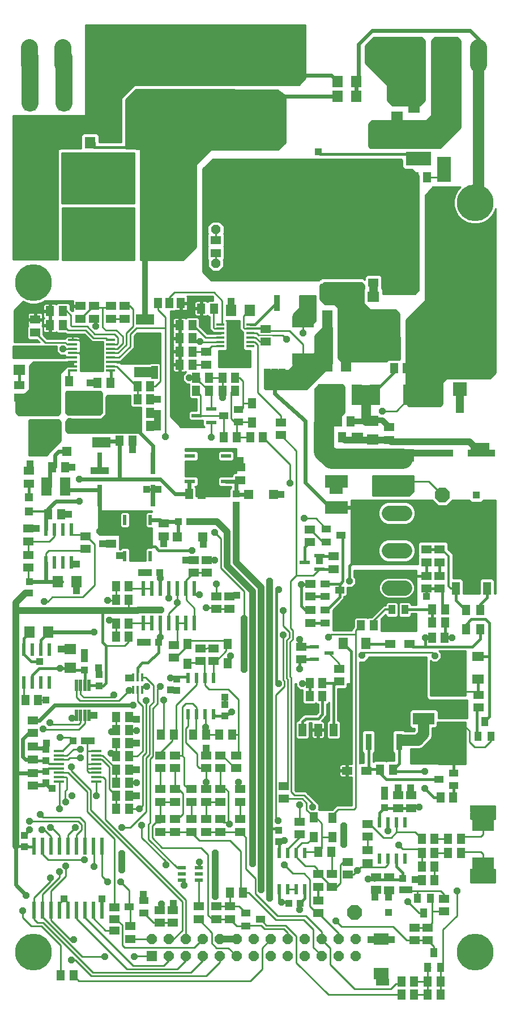
<source format=gtl>
G75*
G70*
%OFA0B0*%
%FSLAX24Y24*%
%IPPOS*%
%LPD*%
%AMOC8*
5,1,8,0,0,1.08239X$1,22.5*
%
%ADD10R,0.0709X0.0551*%
%ADD11R,0.0394X0.0433*%
%ADD12R,0.0512X0.0591*%
%ADD13R,0.0591X0.0512*%
%ADD14R,0.0630X0.0709*%
%ADD15R,0.0190X0.0680*%
%ADD16R,0.0630X0.0138*%
%ADD17R,0.0220X0.1000*%
%ADD18R,0.0433X0.0394*%
%ADD19C,0.0885*%
%ADD20R,0.0472X0.0591*%
%ADD21R,0.0591X0.0472*%
%ADD22R,0.0551X0.0709*%
%ADD23R,0.0450X0.0750*%
%ADD24R,0.2000X0.1250*%
%ADD25R,0.0236X0.0610*%
%ADD26R,0.0551X0.0394*%
%ADD27R,0.0394X0.0551*%
%ADD28R,0.1260X0.0709*%
%ADD29R,0.0600X0.0220*%
%ADD30R,0.0520X0.0220*%
%ADD31R,0.0370X0.0980*%
%ADD32R,0.2650X0.2570*%
%ADD33R,0.1339X0.0748*%
%ADD34R,0.0220X0.0780*%
%ADD35R,0.0594X0.0594*%
%ADD36OC8,0.0594*%
%ADD37R,0.0630X0.1063*%
%ADD38R,0.0710X0.0630*%
%ADD39R,0.2165X0.2244*%
%ADD40R,0.0512X0.0669*%
%ADD41R,0.0600X0.1200*%
%ADD42R,0.0500X0.0180*%
%ADD43R,0.0690X0.1160*%
%ADD44R,0.0709X0.0630*%
%ADD45R,0.0300X0.1280*%
%ADD46R,0.1063X0.0630*%
%ADD47R,0.0630X0.0710*%
%ADD48R,0.0472X0.0472*%
%ADD49R,0.0551X0.0551*%
%ADD50R,0.0560X0.0140*%
%ADD51C,0.1236*%
%ADD52OC8,0.1236*%
%ADD53R,0.2244X0.2165*%
%ADD54R,0.0669X0.0512*%
%ADD55R,0.0610X0.0236*%
%ADD56R,0.0140X0.0460*%
%ADD57R,0.0500X0.0220*%
%ADD58R,0.0236X0.0866*%
%ADD59C,0.1000*%
%ADD60R,0.1600X0.0430*%
%ADD61R,0.0709X0.0866*%
%ADD62R,0.0866X0.0709*%
%ADD63OC8,0.0860*%
%ADD64R,0.0436X0.0436*%
%ADD65R,0.0827X0.1457*%
%ADD66R,0.1457X0.0827*%
%ADD67R,0.0827X0.0551*%
%ADD68OC8,0.0560*%
%ADD69OC8,0.0520*%
%ADD70R,0.1673X0.1772*%
%ADD71C,0.1000*%
%ADD72R,0.0470X0.1640*%
%ADD73R,0.0396X0.0396*%
%ADD74OC8,0.0396*%
%ADD75C,0.0120*%
%ADD76C,0.0160*%
%ADD77C,0.0100*%
%ADD78C,0.0400*%
%ADD79C,0.0240*%
%ADD80C,0.0140*%
%ADD81R,0.0436X0.0436*%
%ADD82C,0.0200*%
%ADD83C,0.0660*%
%ADD84C,0.2165*%
%ADD85C,0.0320*%
%ADD86C,0.0500*%
%ADD87C,0.1200*%
%ADD88C,0.0180*%
%ADD89C,0.0080*%
%ADD90C,0.0560*%
D10*
X033885Y025615D03*
X033885Y026954D03*
D11*
X028385Y018719D03*
X028385Y018050D03*
X029435Y013894D03*
X029435Y013225D03*
X022135Y016075D03*
X022135Y016744D03*
X018985Y023475D03*
X018985Y024144D03*
X016135Y024975D03*
X016135Y025644D03*
X011560Y025894D03*
X011560Y025225D03*
X010710Y026150D03*
X010710Y026819D03*
X008435Y021494D03*
X008435Y020825D03*
X008435Y020194D03*
X008435Y019525D03*
X007160Y016444D03*
X007160Y015775D03*
X016250Y034884D03*
X016919Y034884D03*
D12*
X016861Y036534D03*
X017609Y036534D03*
X018911Y039859D03*
X019659Y039859D03*
X020461Y039859D03*
X021209Y039859D03*
X019584Y042584D03*
X018836Y042584D03*
X018836Y043359D03*
X019584Y043359D03*
X018034Y043359D03*
X017286Y043359D03*
X017059Y044134D03*
X017059Y044909D03*
X017059Y045684D03*
X017059Y046459D03*
X016311Y046459D03*
X016311Y045684D03*
X016311Y044909D03*
X016311Y044134D03*
X017286Y042584D03*
X018034Y042584D03*
X014584Y042859D03*
X014584Y042084D03*
X013836Y042084D03*
X013836Y042859D03*
X013836Y041309D03*
X013836Y040534D03*
X013534Y039659D03*
X012786Y039659D03*
X014584Y040534D03*
X014584Y041309D03*
X012234Y043059D03*
X011486Y043059D03*
X009809Y043159D03*
X009061Y043159D03*
X009434Y046459D03*
X008686Y046459D03*
X008686Y047284D03*
X009434Y047284D03*
X015040Y047759D03*
X015710Y047759D03*
X016379Y047759D03*
X017586Y047434D03*
X018334Y047434D03*
X025136Y039859D03*
X025884Y039859D03*
X025636Y040809D03*
X026384Y040809D03*
X028936Y043934D03*
X029684Y043934D03*
X030136Y055159D03*
X030884Y055159D03*
X031186Y029734D03*
X031934Y029734D03*
X031934Y028959D03*
X031909Y028059D03*
X031161Y028059D03*
X031186Y028959D03*
X027734Y028809D03*
X026986Y028809D03*
X024709Y025409D03*
X023961Y025409D03*
X023961Y024634D03*
X024709Y024634D03*
X028111Y020309D03*
X028859Y020309D03*
X030561Y016234D03*
X031309Y016234D03*
X032111Y016234D03*
X032859Y016234D03*
X032859Y015409D03*
X032111Y015409D03*
X031309Y015409D03*
X030561Y015409D03*
X030561Y014609D03*
X031309Y014609D03*
X031309Y013809D03*
X030561Y013809D03*
X031661Y018659D03*
X032409Y018659D03*
X031659Y007834D03*
X030911Y007834D03*
X030109Y007834D03*
X029361Y007834D03*
X029361Y007059D03*
X030109Y007059D03*
X030911Y007059D03*
X031659Y007059D03*
X025234Y015459D03*
X024486Y015459D03*
X020034Y013059D03*
X019286Y013059D03*
X013334Y018009D03*
X012586Y018009D03*
X012586Y018759D03*
X012586Y019534D03*
X012586Y020309D03*
X012586Y021084D03*
X012586Y021859D03*
X013334Y021859D03*
X013334Y021084D03*
X013334Y020309D03*
X013334Y019534D03*
X013334Y018759D03*
X015211Y022359D03*
X015959Y022359D03*
X017111Y022359D03*
X017859Y022359D03*
X018656Y022359D03*
X019404Y022359D03*
X013334Y022634D03*
X013334Y023409D03*
X012586Y023409D03*
X012586Y022634D03*
X012561Y028134D03*
X012561Y028909D03*
X013309Y028909D03*
X013309Y028134D03*
X013309Y030309D03*
X012561Y030309D03*
X012561Y031084D03*
X013309Y031084D03*
X009334Y035334D03*
X008586Y035334D03*
X008811Y038084D03*
X009559Y038084D03*
X007984Y024409D03*
X007236Y024409D03*
X009311Y008184D03*
X010059Y008184D03*
D13*
X012460Y010840D03*
X012460Y011509D03*
X012460Y012179D03*
X013410Y011083D03*
X013410Y010335D03*
X015135Y011285D03*
X015135Y012033D03*
X015910Y012033D03*
X015910Y011285D03*
X017435Y011510D03*
X017435Y012258D03*
X018485Y012258D03*
X018485Y011510D03*
X019260Y011510D03*
X019260Y012258D03*
X018710Y016635D03*
X018710Y017383D03*
X017860Y017383D03*
X017860Y016635D03*
X017015Y016635D03*
X017015Y017383D03*
X017015Y018410D03*
X017015Y019158D03*
X017860Y019158D03*
X017860Y018410D03*
X018710Y018410D03*
X018710Y019158D03*
X018710Y020385D03*
X018710Y021133D03*
X017860Y021133D03*
X017860Y020385D03*
X019635Y020385D03*
X019635Y021133D03*
X019860Y019158D03*
X019860Y018410D03*
X019860Y017383D03*
X019860Y016635D03*
X022435Y018585D03*
X022435Y019333D03*
X023391Y017238D03*
X023391Y016490D03*
X024485Y014158D03*
X024485Y013410D03*
X024485Y012608D03*
X024485Y011860D03*
X025285Y013410D03*
X025285Y014158D03*
X026211Y014115D03*
X026211Y014863D03*
X027360Y014810D03*
X027866Y013965D03*
X027866Y013217D03*
X028647Y013210D03*
X028647Y013958D03*
X027360Y015558D03*
X027360Y016360D03*
X027360Y017108D03*
X029159Y018035D03*
X029159Y018783D03*
X029928Y018783D03*
X029928Y018035D03*
X031885Y012708D03*
X031885Y011960D03*
X030910Y011008D03*
X030135Y011008D03*
X030135Y010260D03*
X030910Y010260D03*
X033910Y023960D03*
X033910Y024708D03*
X031610Y030960D03*
X031610Y031708D03*
X031610Y032510D03*
X031610Y033258D03*
X030835Y033258D03*
X030835Y032510D03*
X030835Y031708D03*
X030835Y030960D03*
X025710Y026233D03*
X025710Y025485D03*
X024010Y028935D03*
X024010Y029683D03*
X024010Y030485D03*
X024010Y031233D03*
X025385Y032110D03*
X025385Y032858D03*
X023960Y033685D03*
X023960Y034433D03*
X022260Y039985D03*
X022260Y040733D03*
X019885Y038083D03*
X019885Y037335D03*
X017910Y032633D03*
X017910Y031885D03*
X017135Y031885D03*
X017135Y032633D03*
X018460Y030508D03*
X018460Y029760D03*
X019235Y029760D03*
X019235Y030508D03*
X018310Y027433D03*
X018310Y026685D03*
X017535Y026685D03*
X017535Y027433D03*
X015960Y027633D03*
X015960Y026885D03*
X016035Y021133D03*
X016035Y020385D03*
X015185Y020385D03*
X015185Y021133D03*
X015185Y019158D03*
X015185Y018410D03*
X016035Y018410D03*
X016035Y019158D03*
X016035Y017383D03*
X016035Y016635D03*
X015185Y016635D03*
X015185Y017383D03*
X007660Y019360D03*
X007660Y020108D03*
X007660Y020910D03*
X007660Y021658D03*
X007660Y022460D03*
X007660Y023208D03*
X007410Y032185D03*
X007410Y032933D03*
X007410Y033735D03*
X007410Y034483D03*
X007435Y037135D03*
X007435Y037883D03*
X006885Y042185D03*
X006885Y042933D03*
X007810Y046035D03*
X007810Y046783D03*
X010485Y046835D03*
X010485Y047583D03*
X011260Y047583D03*
X011260Y046835D03*
X012285Y046835D03*
X012285Y047583D03*
X013060Y047583D03*
X013060Y046835D03*
X017860Y044883D03*
X017860Y044135D03*
X021385Y045485D03*
X021385Y046233D03*
X018435Y050710D03*
X018435Y051458D03*
X027710Y049708D03*
X027710Y048960D03*
X028635Y040458D03*
X028635Y039710D03*
X023485Y027533D03*
X023485Y026785D03*
X015360Y034035D03*
X015360Y034783D03*
X012260Y034333D03*
X012260Y033585D03*
X010760Y033285D03*
X010760Y034033D03*
D14*
X010236Y031359D03*
X009134Y031359D03*
X008586Y028384D03*
X007484Y028384D03*
X019334Y047334D03*
X020436Y047334D03*
X025609Y059934D03*
X025609Y060809D03*
X026711Y060809D03*
X026711Y059934D03*
D15*
X010990Y025264D03*
X010740Y025264D03*
X010480Y025264D03*
X010230Y025264D03*
X010230Y023504D03*
X010480Y023504D03*
X010740Y023504D03*
X010990Y023504D03*
D16*
X011412Y021395D03*
X011412Y021139D03*
X011412Y020883D03*
X011412Y020628D03*
X011412Y020372D03*
X011412Y020116D03*
X011412Y019860D03*
X011412Y019604D03*
X009207Y019604D03*
X009207Y019860D03*
X009207Y020116D03*
X009207Y020372D03*
X009207Y020628D03*
X009207Y020883D03*
X009207Y021139D03*
X009207Y021395D03*
D17*
X009235Y015789D03*
X009735Y015789D03*
X010235Y015789D03*
X010735Y015789D03*
X011235Y015789D03*
X011735Y015789D03*
X011735Y012029D03*
X011235Y012029D03*
X010735Y012029D03*
X010235Y012029D03*
X009735Y012029D03*
X009235Y012029D03*
X008735Y012029D03*
X008235Y012029D03*
X007735Y012029D03*
X007735Y015789D03*
X008235Y015789D03*
X008735Y015789D03*
D18*
X010050Y022009D03*
X010719Y022009D03*
X014400Y027784D03*
X015069Y027784D03*
X015144Y031909D03*
X014475Y031909D03*
X019635Y035875D03*
X019635Y036544D03*
X007460Y031369D03*
X007460Y030700D03*
X022725Y012434D03*
X023394Y012434D03*
D19*
X028647Y030997D02*
X029532Y030997D01*
X029532Y033197D02*
X028647Y033197D01*
X028647Y035397D02*
X029532Y035397D01*
D20*
X033160Y029705D03*
X033160Y028564D03*
X034010Y028564D03*
X034010Y029705D03*
X025310Y017455D03*
X025310Y016314D03*
X024210Y016339D03*
X024210Y017480D03*
X019135Y026564D03*
X019135Y027705D03*
X016760Y027680D03*
X016760Y026539D03*
X020585Y040714D03*
X020585Y041855D03*
D21*
X028714Y027684D03*
X029856Y027684D03*
X027306Y020234D03*
X026164Y020234D03*
D22*
X025940Y027734D03*
X027279Y027734D03*
D23*
X025370Y022644D03*
X024460Y022644D03*
X023550Y022644D03*
X032575Y030974D03*
X033485Y030974D03*
X034395Y030974D03*
D24*
X033485Y033244D03*
X024460Y020374D03*
D25*
X023683Y015397D03*
X023183Y015397D03*
X022683Y015397D03*
X022183Y015397D03*
X022183Y013271D03*
X022683Y013271D03*
X023183Y013271D03*
X023683Y013271D03*
X028083Y015071D03*
X028583Y015071D03*
X029083Y015071D03*
X029583Y015071D03*
X029583Y017197D03*
X029083Y017197D03*
X028583Y017197D03*
X028083Y017197D03*
X018308Y023571D03*
X017808Y023571D03*
X017308Y023571D03*
X016808Y023571D03*
X016808Y025697D03*
X017308Y025697D03*
X017808Y025697D03*
X018308Y025697D03*
X014583Y032871D03*
X014083Y032871D03*
X013583Y032871D03*
X013083Y032871D03*
X013083Y034997D03*
X013583Y034997D03*
X014083Y034997D03*
X014583Y034997D03*
D26*
X018902Y041134D03*
X019768Y040760D03*
X019768Y041508D03*
X024952Y034458D03*
X024952Y033710D03*
X025818Y034084D03*
X024877Y031233D03*
X024877Y030485D03*
X024877Y029683D03*
X024877Y028935D03*
X025743Y029309D03*
X025743Y030859D03*
X032443Y020108D03*
X032443Y019360D03*
X031577Y019734D03*
X021068Y011484D03*
X020202Y011110D03*
X020202Y011858D03*
X014193Y011860D03*
X014193Y012608D03*
X013327Y012234D03*
D27*
X028811Y029718D03*
X029185Y028851D03*
X029559Y029718D03*
X033886Y022251D03*
X034634Y022251D03*
X034260Y023118D03*
X031059Y012718D03*
X030685Y011851D03*
X030311Y012718D03*
X031285Y009518D03*
X031659Y008651D03*
X030911Y008651D03*
D28*
X034160Y014807D03*
X034160Y017012D03*
X030685Y021082D03*
X030685Y023287D03*
X032510Y022757D03*
X032510Y024962D03*
X023585Y044457D03*
X023585Y046662D03*
D29*
X018160Y041534D03*
X018160Y040734D03*
X017310Y041134D03*
X023685Y032509D03*
X024535Y032109D03*
X024535Y032909D03*
D30*
X024255Y027529D03*
X024255Y026789D03*
X025115Y027159D03*
D31*
X027427Y021941D03*
X029227Y021941D03*
X023835Y047764D03*
X022035Y047764D03*
D32*
X022935Y050344D03*
X028327Y024521D03*
D33*
X025535Y035742D03*
X025535Y037277D03*
X029435Y037267D03*
X029435Y038802D03*
D34*
X009935Y034429D03*
X009435Y034429D03*
X008935Y034429D03*
X008435Y034429D03*
X008435Y032489D03*
X008935Y032489D03*
X009435Y032489D03*
X009935Y032489D03*
X008635Y027354D03*
X008135Y027354D03*
X007635Y027354D03*
X007135Y027354D03*
X007135Y025414D03*
X007635Y025414D03*
X008135Y025414D03*
X008635Y025414D03*
D35*
X014674Y009323D03*
D36*
X014674Y010323D03*
X015674Y010323D03*
X015674Y009323D03*
X016674Y009323D03*
X016674Y010323D03*
X017674Y010323D03*
X017674Y009323D03*
X018674Y009323D03*
X018674Y010323D03*
X019674Y010323D03*
X019674Y009323D03*
X020674Y009323D03*
X020674Y010323D03*
X021674Y010323D03*
X021674Y009323D03*
X022674Y009323D03*
X022674Y010323D03*
X023674Y010323D03*
X023674Y009323D03*
X024674Y009323D03*
X024674Y010323D03*
X025674Y010323D03*
X025674Y009323D03*
X026674Y009323D03*
X026674Y010323D03*
D37*
X009586Y036959D03*
X008484Y036959D03*
X025009Y044259D03*
X025009Y045534D03*
X025009Y046809D03*
X026111Y046809D03*
X026111Y045534D03*
X026111Y044259D03*
X028959Y045009D03*
X030061Y045009D03*
X030061Y046284D03*
X028959Y046284D03*
D38*
X027710Y047025D03*
X027710Y048144D03*
X006885Y044944D03*
X006885Y043825D03*
D39*
X025885Y051158D03*
D40*
X026784Y048623D03*
X024985Y048623D03*
D41*
X024745Y042359D03*
X026725Y042359D03*
X027795Y042359D03*
X029775Y042359D03*
D42*
X020465Y045218D03*
X020465Y045474D03*
X020465Y045730D03*
X020465Y045989D03*
X020465Y046245D03*
X020465Y046501D03*
X018705Y046501D03*
X018705Y046245D03*
X018705Y045989D03*
X018705Y045730D03*
X018705Y045474D03*
X018705Y045218D03*
D43*
X019585Y045859D03*
D44*
X026760Y039836D03*
X026760Y038733D03*
X027685Y039733D03*
X027685Y040836D03*
X029110Y058733D03*
X029110Y059836D03*
X009885Y027386D03*
X009885Y026283D03*
D45*
X011610Y036434D03*
X011610Y038334D03*
X014735Y038334D03*
X014735Y036434D03*
D46*
X011710Y039558D03*
X011710Y040661D03*
X014160Y043683D03*
X014160Y044786D03*
X014285Y045708D03*
X014285Y046811D03*
D47*
X011045Y057184D03*
X009925Y057184D03*
D48*
X007435Y036323D03*
X007435Y035496D03*
D49*
X008187Y039034D03*
X009683Y039034D03*
X008185Y043336D03*
X008185Y044832D03*
X016187Y034009D03*
X017683Y034009D03*
X020362Y036484D03*
X021858Y036484D03*
D50*
X012255Y043784D03*
X012255Y044044D03*
X012255Y044304D03*
X012255Y044554D03*
X012255Y044814D03*
X012255Y045064D03*
X012255Y045324D03*
X012255Y045584D03*
X010015Y045584D03*
X010015Y045324D03*
X010015Y045064D03*
X010015Y044814D03*
X010015Y044554D03*
X010015Y044304D03*
X010015Y044044D03*
X010015Y043784D03*
D51*
X014385Y059208D03*
X021535Y059183D03*
D52*
X021535Y062136D03*
X014385Y062161D03*
D53*
X015284Y055184D03*
X015284Y051934D03*
X010859Y051934D03*
X010859Y055184D03*
D54*
X012748Y054285D03*
X012748Y056084D03*
X012748Y052834D03*
X012748Y051035D03*
X008323Y051035D03*
X008323Y052834D03*
X008323Y054285D03*
X008323Y056084D03*
D55*
X016922Y038761D03*
X016922Y038261D03*
X016922Y037761D03*
X016922Y037261D03*
X019048Y037261D03*
X019048Y037761D03*
X019048Y038261D03*
X019048Y038761D03*
D56*
X014095Y025729D03*
X013835Y025729D03*
X013575Y025729D03*
X013575Y024989D03*
X013835Y024989D03*
X014095Y024989D03*
D57*
X016425Y014529D03*
X016425Y014159D03*
X016425Y013789D03*
X017445Y013789D03*
X017445Y014159D03*
X017445Y014529D03*
D58*
X017185Y028914D03*
X016685Y028914D03*
X016185Y028914D03*
X015685Y028914D03*
X015185Y028914D03*
X014685Y028914D03*
X014185Y028914D03*
X014185Y030954D03*
X014685Y030954D03*
X015185Y030954D03*
X015685Y030954D03*
X016185Y030954D03*
X016685Y030954D03*
X017185Y030954D03*
D59*
X009514Y059534D02*
X009514Y062224D01*
X009428Y062309D01*
X009428Y061809D02*
X009428Y062809D01*
X007460Y062809D02*
X007460Y061809D01*
X007506Y062263D02*
X007460Y062309D01*
X007506Y062263D02*
X007506Y059534D01*
X029985Y061809D02*
X029985Y062809D01*
X031953Y062809D02*
X031953Y061809D01*
X033922Y061809D02*
X033922Y062809D01*
D60*
X034065Y038934D03*
X031605Y038934D03*
D61*
X032114Y059384D03*
X030106Y059384D03*
X009514Y059534D03*
X007506Y059534D03*
D62*
X028160Y010313D03*
X028160Y008306D03*
D63*
X026610Y011884D03*
X031785Y036459D03*
D64*
X033785Y036459D03*
X028610Y011884D03*
D65*
X031860Y055634D03*
D66*
X030360Y056259D03*
D67*
X010548Y041403D03*
X010548Y040616D03*
X008422Y040616D03*
X008422Y041403D03*
D68*
X018435Y052084D03*
D69*
X018435Y050084D03*
D70*
X029568Y049684D03*
X033710Y049684D03*
D71*
X027972Y057524D03*
X027972Y062445D03*
X020098Y062445D03*
X020098Y057524D03*
D72*
X032810Y045309D03*
X032810Y042109D03*
D73*
X033635Y039334D03*
X033985Y039334D03*
X034335Y039334D03*
X030835Y030509D03*
X029610Y025709D03*
X029610Y025209D03*
X029110Y025209D03*
X028610Y025209D03*
X028110Y025209D03*
X028110Y025709D03*
X028610Y025709D03*
X029110Y025709D03*
X027610Y025709D03*
X027610Y025209D03*
X027110Y025209D03*
X027110Y025709D03*
X025410Y019909D03*
X025410Y019434D03*
X024935Y019434D03*
X024460Y019434D03*
X023985Y019434D03*
X023510Y019434D03*
X023510Y019909D03*
X023985Y019909D03*
X024460Y019909D03*
X024935Y019909D03*
X028385Y019109D03*
X029160Y019234D03*
X029909Y019234D03*
X030160Y013834D03*
X029810Y013234D03*
X028610Y012784D03*
X027810Y012784D03*
X027560Y010309D03*
X028760Y010309D03*
X028435Y007784D03*
X028060Y007784D03*
X034710Y013834D03*
X034710Y014259D03*
X034710Y017559D03*
X034710Y017984D03*
X024535Y032609D03*
X025335Y036734D03*
X025710Y036734D03*
X022285Y036484D03*
X019860Y038509D03*
X017985Y038009D03*
X018035Y036534D03*
X017710Y033559D03*
X016660Y032634D03*
X015385Y033609D03*
X014060Y031909D03*
X012785Y032884D03*
X011770Y033584D03*
X010235Y032384D03*
X010235Y030834D03*
X009335Y027384D03*
X010710Y027209D03*
X011535Y026284D03*
X011260Y023509D03*
X011110Y022009D03*
X008810Y019209D03*
X008485Y021859D03*
X008435Y024409D03*
X008085Y026659D03*
X007885Y034484D03*
X009760Y035334D03*
X009985Y038084D03*
X011285Y037884D03*
X011935Y037884D03*
X013535Y039144D03*
X015010Y040469D03*
X015010Y040869D03*
X015010Y041269D03*
X015010Y042109D03*
X014835Y043499D03*
X014835Y043849D03*
X011635Y044334D03*
X011635Y044809D03*
X011635Y045284D03*
X011135Y045284D03*
X011135Y044809D03*
X011135Y044334D03*
X010635Y044334D03*
X010635Y044809D03*
X010635Y045284D03*
X011035Y043059D03*
X010735Y041844D03*
X010335Y041844D03*
X007510Y038309D03*
X014385Y036784D03*
X015035Y036784D03*
X019685Y030559D03*
X018985Y024559D03*
X017860Y021559D03*
X015760Y024984D03*
X013785Y023259D03*
X013785Y021859D03*
X013785Y020309D03*
X013785Y018759D03*
X014185Y012959D03*
X015935Y012434D03*
X011735Y012709D03*
X009510Y012709D03*
X013310Y025709D03*
X014010Y027784D03*
X019285Y044824D03*
X019685Y044824D03*
X019685Y045224D03*
X019285Y045224D03*
X019285Y045624D03*
X019685Y045624D03*
X019685Y046024D03*
X019285Y046024D03*
X019285Y046424D03*
X019685Y046424D03*
X019335Y047849D03*
X016210Y051109D03*
X015785Y051109D03*
X015360Y051109D03*
X014935Y051109D03*
X014935Y051534D03*
X015360Y051534D03*
X015785Y051534D03*
X016210Y051534D03*
X016210Y051959D03*
X015785Y051959D03*
X015360Y051959D03*
X014935Y051959D03*
X014935Y052384D03*
X015360Y052384D03*
X015785Y052384D03*
X016210Y052384D03*
X016210Y052809D03*
X015785Y052809D03*
X015360Y052809D03*
X014935Y052809D03*
X014885Y054334D03*
X015310Y054334D03*
X015735Y054334D03*
X016160Y054334D03*
X016160Y054759D03*
X015735Y054759D03*
X015310Y054759D03*
X014885Y054759D03*
X014885Y055184D03*
X015310Y055184D03*
X015735Y055184D03*
X016160Y055184D03*
X016160Y055609D03*
X015735Y055609D03*
X015310Y055609D03*
X014885Y055609D03*
X014885Y056034D03*
X015310Y056034D03*
X015735Y056034D03*
X016160Y056034D03*
X011735Y056034D03*
X011735Y055609D03*
X011735Y055184D03*
X011735Y054759D03*
X011735Y054334D03*
X011310Y054334D03*
X010885Y054334D03*
X010460Y054334D03*
X010460Y054759D03*
X010885Y054759D03*
X011310Y054759D03*
X011310Y055184D03*
X010885Y055184D03*
X010460Y055184D03*
X010460Y055609D03*
X010885Y055609D03*
X011310Y055609D03*
X011310Y056034D03*
X010885Y056034D03*
X010460Y056034D03*
X010460Y052784D03*
X010460Y052359D03*
X010460Y051934D03*
X010460Y051509D03*
X010460Y051084D03*
X010885Y051084D03*
X011310Y051084D03*
X011735Y051084D03*
X011735Y051509D03*
X011310Y051509D03*
X010885Y051509D03*
X010885Y051934D03*
X011310Y051934D03*
X011735Y051934D03*
X011735Y052359D03*
X011310Y052359D03*
X010885Y052359D03*
X010885Y052784D03*
X011310Y052784D03*
X011735Y052784D03*
X022410Y061174D03*
X022785Y061174D03*
X023160Y061174D03*
X023535Y061174D03*
X024460Y056649D03*
X024460Y052084D03*
X024085Y052084D03*
X024085Y051684D03*
X024460Y051684D03*
X024460Y051284D03*
X024085Y051284D03*
X024085Y050884D03*
X024460Y050884D03*
X024460Y050484D03*
X024085Y050484D03*
X024085Y050084D03*
X024460Y050084D03*
X024460Y049684D03*
X024085Y049684D03*
X024085Y049284D03*
X024460Y049284D03*
X024885Y050059D03*
X025285Y049659D03*
X025685Y050059D03*
X026085Y049659D03*
X026485Y050059D03*
X026885Y049659D03*
X027285Y050059D03*
X026885Y050459D03*
X027285Y050859D03*
X026885Y051259D03*
X027285Y051634D03*
X026885Y052034D03*
X026485Y051634D03*
X026085Y051259D03*
X025685Y051634D03*
X025285Y051259D03*
X024885Y051634D03*
X025285Y052034D03*
X026085Y052034D03*
X026485Y050859D03*
X026085Y050459D03*
X025685Y050859D03*
X025285Y050459D03*
X024885Y050859D03*
X027070Y046409D03*
X027070Y046009D03*
X027070Y045609D03*
X027070Y045209D03*
X027470Y045209D03*
X027870Y045209D03*
X027870Y045609D03*
X027470Y045609D03*
X027470Y046009D03*
X027870Y046009D03*
X027870Y046409D03*
X027470Y046409D03*
X028435Y048534D03*
X028835Y048534D03*
X029210Y048534D03*
X029610Y048534D03*
X030010Y048534D03*
X030035Y050859D03*
X029635Y050859D03*
X029235Y050859D03*
X028835Y050859D03*
X028435Y050859D03*
X028435Y050484D03*
X028435Y050084D03*
X028435Y049709D03*
X028435Y049309D03*
X028435Y048934D03*
X028435Y051259D03*
X028835Y051259D03*
X029235Y051259D03*
X029635Y051259D03*
X030035Y051259D03*
D74*
X023585Y046009D03*
X022610Y045634D03*
X018835Y042209D03*
X018160Y039859D03*
X016860Y043359D03*
X017510Y045484D03*
X017935Y046184D03*
X015460Y039884D03*
X018385Y034259D03*
X018360Y032634D03*
X018460Y031234D03*
X017485Y030584D03*
X017885Y029834D03*
X016185Y030134D03*
X015685Y030384D03*
X015210Y029709D03*
X015185Y028109D03*
X015760Y025684D03*
X015160Y025209D03*
X014360Y025184D03*
X014335Y024359D03*
X013560Y024084D03*
X013335Y024959D03*
X012435Y024709D03*
X012310Y022534D03*
X012285Y021259D03*
X011410Y018759D03*
X009960Y018759D03*
X009610Y018384D03*
X009235Y018009D03*
X008710Y016909D03*
X008210Y016759D03*
X007460Y016759D03*
X007485Y017259D03*
X008110Y017659D03*
X010185Y016909D03*
X010710Y014984D03*
X011260Y014609D03*
X012085Y013684D03*
X012835Y013684D03*
X012910Y014409D03*
X012910Y015359D03*
X012910Y016909D03*
X013935Y018009D03*
X014085Y017034D03*
X013760Y019534D03*
X013760Y022584D03*
X015385Y024384D03*
X017835Y022809D03*
X019360Y023684D03*
X020610Y025234D03*
X020110Y026209D03*
X019310Y026984D03*
X020110Y029184D03*
X021110Y028384D03*
X021610Y028084D03*
X022410Y028234D03*
X023385Y027959D03*
X022410Y029659D03*
X021610Y030084D03*
X022135Y030909D03*
X021610Y031409D03*
X020185Y031234D03*
X019635Y032634D03*
X017035Y033209D03*
X015185Y031559D03*
X012060Y030259D03*
X012185Y029084D03*
X011260Y028384D03*
X009285Y026259D03*
X009960Y023334D03*
X009285Y022209D03*
X008660Y023059D03*
X008285Y022709D03*
X009935Y020459D03*
X010485Y020984D03*
X010485Y021509D03*
X009610Y014634D03*
X009235Y014284D03*
X008710Y013934D03*
X007285Y012909D03*
X007085Y011984D03*
X010085Y010309D03*
X009935Y009109D03*
X011910Y009309D03*
X013635Y009309D03*
X015235Y012409D03*
X015510Y014684D03*
X016560Y013509D03*
X017460Y014859D03*
X018410Y014434D03*
X018410Y013634D03*
X018410Y012834D03*
X018410Y015384D03*
X019235Y017109D03*
X020610Y016134D03*
X020610Y014759D03*
X021110Y013234D03*
X021610Y013684D03*
X021610Y014559D03*
X022460Y014684D03*
X021610Y015584D03*
X022485Y016134D03*
X021610Y016809D03*
X022110Y017309D03*
X021610Y018059D03*
X023385Y018234D03*
X024135Y018109D03*
X025960Y017009D03*
X025960Y015884D03*
X026785Y014359D03*
X027410Y013859D03*
X029210Y015859D03*
X028585Y016709D03*
X030410Y018109D03*
X030735Y019184D03*
X030735Y020184D03*
X031335Y027009D03*
X030760Y028059D03*
X030085Y028609D03*
X032335Y028059D03*
X027035Y027034D03*
X025060Y028084D03*
X023385Y026234D03*
X023535Y025359D03*
X022135Y025359D03*
X021610Y024434D03*
X021110Y023684D03*
X021610Y020834D03*
X019760Y019559D03*
X017860Y019559D03*
X021610Y012734D03*
X022310Y012509D03*
X023385Y012059D03*
X025510Y011384D03*
X029735Y012534D03*
X032635Y013159D03*
X021610Y026609D03*
X023460Y031209D03*
X023635Y035084D03*
X022810Y037159D03*
X026310Y031384D03*
X028235Y041409D03*
X011610Y034334D03*
X010410Y036109D03*
X010410Y037384D03*
X009835Y040784D03*
X009435Y045059D03*
X011360Y046409D03*
X008335Y030209D03*
D75*
X011770Y033584D02*
X012260Y033585D01*
X008610Y035509D02*
X008596Y035496D01*
X008560Y035496D01*
X007435Y035496D01*
X011035Y043059D02*
X011486Y043059D01*
X009510Y046409D02*
X009510Y046633D01*
X009434Y046459D01*
X014160Y043683D02*
X014326Y043849D01*
X014835Y043849D01*
X019860Y038509D02*
X019860Y038108D01*
X020465Y046245D02*
X021373Y046245D01*
X021385Y046233D02*
X021385Y046259D01*
X031610Y033258D02*
X031736Y033258D01*
X032135Y032859D01*
X032135Y031109D01*
X032270Y030974D01*
X032575Y030974D01*
X028811Y029718D02*
X028393Y029718D01*
X027735Y029059D01*
X027735Y028810D01*
X027734Y028809D01*
X029310Y022034D02*
X029210Y021934D01*
X029310Y022034D02*
X029485Y022034D01*
X029910Y018809D02*
X029935Y018784D01*
X029285Y018059D02*
X029285Y018034D01*
X029286Y018035D01*
X028385Y018050D02*
X028367Y018082D01*
X028083Y017197D02*
X028070Y017109D01*
X028083Y017136D02*
X028085Y017134D01*
X029083Y015071D02*
X029085Y014994D01*
X029435Y013894D02*
X029320Y013833D01*
X024485Y013410D02*
X024485Y012608D01*
X024486Y015459D02*
X024485Y015459D01*
X017860Y021133D02*
X017860Y021559D01*
X013835Y025729D02*
X013835Y026059D01*
X016425Y013789D02*
X016410Y013774D01*
D76*
X016425Y013789D02*
X016560Y013654D01*
X016560Y013509D01*
X017285Y014559D02*
X017345Y014544D01*
X017460Y014544D01*
X017460Y014859D01*
X017460Y014544D02*
X017445Y014529D01*
X013785Y018759D02*
X013334Y018759D01*
X013334Y020309D02*
X013785Y020309D01*
X015760Y024984D02*
X016125Y024984D01*
X016135Y024975D01*
X016200Y025109D01*
X016135Y025644D02*
X016094Y025684D01*
X015760Y025684D01*
X016135Y025759D02*
X016746Y025759D01*
X016808Y025697D01*
X015060Y027209D02*
X014435Y026584D01*
X014110Y026584D01*
X013835Y026309D01*
X013835Y026059D01*
X015060Y027209D02*
X015060Y027784D01*
X015185Y027909D01*
X015185Y028109D01*
X015185Y028914D01*
X015185Y030954D02*
X015185Y031559D01*
X015185Y031869D01*
X015144Y031909D01*
X014475Y031909D02*
X014060Y031909D01*
X014485Y033434D02*
X014860Y033434D01*
X015085Y033209D01*
X017035Y033209D01*
X015385Y033609D02*
X015360Y034035D01*
X014735Y036434D02*
X014635Y036784D01*
X014385Y036784D01*
X013535Y039658D02*
X013534Y039659D01*
X011610Y038334D02*
X011610Y037959D01*
X011935Y037884D01*
X009985Y038084D02*
X009559Y038084D01*
X007510Y038309D02*
X007435Y037883D01*
X007435Y037135D02*
X007435Y036323D01*
X009935Y032489D02*
X009940Y032384D01*
X010235Y032384D01*
X010236Y031359D02*
X010235Y031234D01*
X010235Y030834D01*
X011785Y029634D02*
X011810Y029659D01*
X011785Y029634D02*
X011785Y027784D01*
X011985Y027584D01*
X011985Y025409D01*
X011800Y025225D01*
X011560Y025225D01*
X011520Y025264D01*
X010990Y025264D01*
X010740Y025264D02*
X010740Y026120D01*
X010710Y026150D01*
X010018Y026150D01*
X009885Y026283D01*
X009861Y026259D01*
X009285Y026259D01*
X008035Y026259D01*
X007635Y025859D01*
X007635Y025414D01*
X007560Y026659D02*
X007135Y027084D01*
X007135Y027354D01*
X007135Y028036D01*
X007484Y028384D01*
X008135Y027933D02*
X008135Y027354D01*
X008135Y027933D02*
X008586Y028384D01*
X009335Y027384D02*
X009885Y027386D01*
X010710Y027209D02*
X010710Y026819D01*
X011535Y026284D02*
X011560Y026259D01*
X011560Y025894D01*
X008435Y020825D02*
X007745Y020825D01*
X007660Y020910D01*
X007745Y020194D02*
X007660Y020108D01*
X007745Y020194D02*
X008435Y020194D01*
X008460Y019409D02*
X008319Y019409D01*
X008460Y019409D02*
X008660Y019209D01*
X008810Y019209D01*
X007460Y016759D02*
X007160Y016444D01*
X007160Y015775D02*
X007375Y015784D01*
X006660Y015784D01*
X007160Y015775D02*
X007699Y015775D01*
X007735Y015789D01*
X007560Y026659D02*
X008085Y026659D01*
X012798Y032871D02*
X013083Y032871D01*
X017609Y036534D02*
X017735Y036535D01*
X018035Y036534D01*
X019860Y038108D02*
X019885Y038083D01*
X021858Y036484D02*
X022285Y036484D01*
X023960Y033685D02*
X023685Y033410D01*
X023685Y032509D01*
X024535Y032609D02*
X024535Y032909D01*
X024586Y032858D01*
X025385Y032858D01*
X025309Y032159D02*
X025385Y032110D01*
X025384Y032109D01*
X024535Y032109D01*
X024877Y031233D02*
X025742Y031233D01*
X025759Y031233D01*
X025910Y031384D01*
X025910Y033993D01*
X025818Y034084D01*
X024952Y034458D02*
X024952Y034543D01*
X026435Y032434D02*
X026310Y032309D01*
X026310Y031384D01*
X025743Y031234D02*
X025743Y030859D01*
X025735Y030851D01*
X025735Y030459D01*
X024959Y029683D01*
X024877Y029683D01*
X024877Y028935D02*
X024010Y028935D01*
X024010Y029683D02*
X024009Y029684D01*
X023710Y029684D01*
X023460Y029934D01*
X023460Y031209D01*
X023986Y031209D01*
X024010Y031233D01*
X024010Y030485D02*
X024877Y030485D01*
X025742Y031233D02*
X025743Y031234D01*
X025940Y027734D02*
X026410Y027265D01*
X026410Y024609D01*
X025634Y025409D02*
X025710Y025485D01*
X025634Y025409D02*
X025510Y025409D01*
X025370Y025269D01*
X025370Y022644D01*
X024460Y023309D02*
X024710Y023559D01*
X024710Y023858D01*
X024709Y024634D01*
X023961Y024634D02*
X023961Y025409D01*
X023585Y025409D01*
X023535Y025359D01*
X023385Y026234D02*
X023385Y026685D01*
X023485Y026785D01*
X024251Y026785D01*
X024255Y026789D01*
X024255Y027529D02*
X023489Y027529D01*
X023485Y027533D01*
X023485Y026785D02*
X023484Y026784D01*
X024709Y025409D02*
X025510Y025409D01*
X024460Y023309D02*
X023735Y023309D01*
X023550Y023124D01*
X023550Y022644D01*
X022135Y025359D02*
X022010Y025484D01*
X022010Y030784D01*
X022135Y030909D01*
X018985Y024559D02*
X018985Y024144D01*
X019360Y023684D02*
X019010Y023459D01*
X019019Y023475D02*
X018985Y023475D01*
X018404Y023475D01*
X018308Y023571D01*
X021610Y016834D02*
X022135Y016834D01*
X022135Y016744D01*
X022135Y016075D02*
X022119Y016059D01*
X022135Y016075D02*
X022183Y016027D01*
X022377Y016027D01*
X022485Y016134D01*
X022183Y016027D02*
X022183Y015397D01*
X022183Y013271D02*
X022183Y012611D01*
X022310Y012509D01*
X022675Y012484D01*
X022725Y012434D01*
X023394Y012434D02*
X023394Y012069D01*
X023385Y012059D01*
X023394Y012434D02*
X023683Y012723D01*
X023683Y013271D01*
X027410Y013859D02*
X027760Y013909D01*
X027866Y013965D01*
X027760Y013909D01*
X027760Y013859D01*
X027760Y013834D02*
X027761Y013833D01*
X027810Y013833D01*
X027809Y013834D01*
X027785Y013834D01*
X027810Y013833D02*
X028560Y013833D01*
X028622Y013895D01*
X028647Y013958D01*
X028747Y013833D01*
X028615Y013839D02*
X028610Y013833D01*
X028560Y013833D01*
X028610Y013833D02*
X029320Y013833D01*
X029375Y013834D02*
X029435Y013894D01*
X029435Y014234D01*
X029085Y014584D01*
X029085Y014994D01*
X029085Y013834D02*
X029375Y013834D01*
X029435Y013225D02*
X029810Y013234D01*
X028647Y013210D02*
X028610Y013198D01*
X028610Y012784D01*
X027816Y012790D02*
X027810Y012784D01*
X027816Y012790D02*
X027866Y013217D01*
X028615Y013839D02*
X028615Y013840D01*
X028083Y017197D02*
X028083Y017748D01*
X028385Y018050D01*
X028399Y018035D01*
X029159Y018035D01*
X029086Y018035D01*
X029085Y018034D01*
X029159Y018035D02*
X029928Y018035D01*
X030027Y018134D01*
X030410Y018109D01*
X029928Y018783D02*
X029909Y018802D01*
X029909Y019234D01*
X029160Y019234D02*
X029160Y018783D01*
X029159Y018783D01*
X028485Y019734D02*
X028110Y020109D01*
X028110Y020334D01*
X027406Y020334D01*
X027306Y020234D01*
X027310Y020234D02*
X027427Y020351D01*
X027427Y021941D01*
X028110Y020508D02*
X028111Y020309D01*
X028111Y020335D01*
X028110Y020334D01*
X028110Y020508D01*
X028859Y020309D02*
X029227Y020677D01*
X029227Y021941D01*
X028860Y020284D02*
X028960Y020184D01*
X030735Y020184D01*
X031577Y019734D02*
X028485Y019734D01*
X028385Y019109D02*
X028385Y018719D01*
X028360Y018084D02*
X028385Y018050D01*
X030735Y019184D02*
X031260Y018659D01*
X031661Y018659D01*
X032409Y018659D02*
X032443Y018694D01*
X032443Y019360D01*
X032443Y020108D02*
X032443Y020793D01*
X033810Y022309D02*
X033810Y023860D01*
X034529Y023415D02*
X034231Y023118D01*
X034260Y023118D01*
X034529Y023415D02*
X034529Y026984D01*
X034498Y026954D01*
X033885Y026954D01*
X034529Y026984D02*
X034529Y028940D01*
X034310Y029159D01*
X033485Y029159D01*
X033160Y028834D01*
X033160Y028564D01*
X033160Y029705D02*
X033139Y029705D01*
X032585Y030259D01*
X032585Y030964D01*
X032575Y030974D01*
X031760Y030810D02*
X031760Y029934D01*
X031934Y029760D01*
X031934Y029734D01*
X031760Y030810D02*
X031610Y030960D01*
X030835Y030960D01*
X030835Y030509D01*
X031186Y029734D02*
X031186Y028959D01*
X031161Y028059D02*
X030760Y028059D01*
X030760Y027534D01*
X030056Y027534D01*
X029856Y027684D01*
X030760Y027534D02*
X033535Y027534D01*
X034010Y028009D01*
X034010Y028284D01*
X034010Y029705D02*
X034010Y030034D01*
X034395Y030419D01*
X034395Y030974D01*
X032335Y028059D02*
X031909Y028059D01*
X031934Y028084D01*
X031934Y028959D01*
X031186Y029734D02*
X029576Y029734D01*
X029559Y029718D01*
X028714Y027684D02*
X027329Y027684D01*
X027279Y027734D01*
X030160Y031684D02*
X030184Y031708D01*
X030835Y031708D01*
X030835Y032510D01*
X030835Y033258D02*
X031610Y033258D01*
X031610Y032510D02*
X031610Y031708D01*
X030835Y033258D02*
X030835Y033259D01*
X029435Y037267D02*
X028877Y037267D01*
X028710Y037434D01*
X029435Y038584D02*
X029435Y038609D01*
X029485Y038659D01*
X029510Y038634D01*
X029435Y038609D02*
X029435Y038802D01*
X027795Y042359D02*
X027795Y042819D01*
X027810Y042834D01*
X027510Y042834D01*
X027810Y042834D02*
X028060Y042834D01*
X028936Y043710D01*
X028936Y043934D01*
X025636Y040809D02*
X025085Y040934D01*
X025060Y041909D01*
X024810Y040659D02*
X024860Y039859D01*
X025136Y039859D01*
X026760Y038733D02*
X026760Y038659D01*
X026835Y038584D01*
X020751Y046501D02*
X022015Y047764D01*
X022035Y047764D01*
X022060Y047787D02*
X022110Y047788D01*
X020751Y046501D02*
X020465Y046501D01*
X019334Y047334D02*
X019335Y047336D01*
X016311Y046459D02*
X016311Y045684D01*
X016311Y044909D01*
X016311Y044134D01*
X012260Y043709D02*
X012260Y043084D01*
X012235Y043059D01*
X006885Y042933D02*
X006885Y043825D01*
X008323Y054285D02*
X008323Y056084D01*
X011045Y057184D02*
X011260Y057184D01*
X011260Y056934D01*
X013210Y056934D01*
X024460Y056649D02*
X024575Y056534D01*
X029760Y056534D01*
X030035Y056259D01*
X030360Y056259D01*
X033635Y039334D02*
X033985Y039334D01*
X033960Y039309D01*
X033935Y039309D01*
X033985Y039334D02*
X034065Y039254D01*
X034065Y038934D01*
X033985Y039334D02*
X034335Y039334D01*
X033885Y025615D02*
X033885Y024708D01*
X033910Y024708D01*
X033910Y025590D02*
X033885Y025615D01*
X033985Y017984D02*
X033610Y017984D01*
X033610Y017559D02*
X033985Y017559D01*
X034160Y017384D01*
X034335Y017559D01*
X034360Y017559D01*
X034360Y017984D01*
X034710Y017984D01*
X034710Y017559D02*
X034360Y017559D01*
X034160Y017384D02*
X034160Y017012D01*
X034160Y014807D02*
X034360Y014607D01*
X034360Y014259D01*
X033985Y014259D01*
X034360Y014259D02*
X034710Y014259D01*
X034710Y013834D01*
X034360Y013834D01*
X033985Y013834D02*
X033610Y013834D01*
X033610Y014259D01*
X028160Y010313D02*
X028064Y010309D01*
X027560Y010309D01*
X028160Y008306D02*
X028206Y008134D01*
X028060Y007784D01*
X028435Y007784D02*
X028385Y008159D01*
D77*
X007585Y011109D02*
X007085Y011609D01*
X007085Y011984D01*
X007735Y012029D02*
X007735Y011509D01*
X007935Y011309D01*
X008260Y011309D01*
X011210Y008359D01*
X016960Y008359D01*
X017674Y009074D01*
X017674Y009323D01*
X017185Y009834D02*
X013060Y009834D01*
X012935Y009959D01*
X012935Y011159D01*
X012585Y011509D01*
X012460Y011509D01*
X012460Y010840D02*
X011954Y010840D01*
X011235Y011559D01*
X011235Y012009D01*
X011210Y012034D01*
X010735Y012029D02*
X010735Y011584D01*
X013560Y008759D01*
X015385Y008759D01*
X015674Y009049D01*
X015674Y009323D01*
X016160Y008559D02*
X013210Y008559D01*
X010235Y011534D01*
X010235Y012029D01*
X009735Y012029D02*
X009735Y012484D01*
X009510Y012709D01*
X009235Y012434D01*
X009235Y012029D01*
X008735Y012029D02*
X008735Y011434D01*
X009860Y010309D01*
X010085Y010309D01*
X010560Y009309D02*
X008235Y011634D01*
X008235Y012029D01*
X008235Y012959D01*
X009235Y013959D01*
X009235Y014284D01*
X009610Y014034D02*
X009610Y014634D01*
X009610Y014034D02*
X008735Y013159D01*
X008735Y012029D01*
X008160Y011109D02*
X007585Y011109D01*
X008160Y011109D02*
X009311Y009958D01*
X009311Y008184D01*
X010059Y008184D02*
X010384Y007859D01*
X020460Y007859D01*
X021160Y008559D01*
X021160Y009809D01*
X021673Y010323D01*
X021674Y010323D01*
X021310Y010934D02*
X021110Y011134D01*
X020226Y011134D01*
X020202Y011110D01*
X019660Y011110D01*
X019260Y011510D01*
X018485Y011510D01*
X018259Y011460D01*
X017985Y011734D01*
X017985Y015284D01*
X017560Y015709D01*
X015285Y015709D01*
X014710Y016284D01*
X014710Y017009D01*
X014910Y017209D01*
X015185Y017209D01*
X015185Y017383D01*
X015185Y018410D01*
X015584Y018410D01*
X016035Y018410D01*
X015585Y018409D02*
X015584Y018410D01*
X015185Y019158D02*
X015185Y020385D01*
X015185Y021109D02*
X015210Y021134D01*
X015210Y021334D01*
X015860Y021984D01*
X015860Y022358D01*
X015959Y022359D01*
X016110Y022610D01*
X016110Y024084D01*
X017308Y025282D01*
X017308Y025697D01*
X017760Y025745D02*
X017760Y026659D01*
X017709Y026710D01*
X017535Y026685D01*
X017413Y026589D01*
X016814Y026589D01*
X016760Y026534D01*
X016061Y026885D02*
X016760Y027584D01*
X016760Y027680D01*
X016910Y027880D01*
X016735Y027884D02*
X016735Y027755D01*
X016735Y027730D01*
X016760Y027680D01*
X016735Y027755D01*
X016735Y027884D02*
X018235Y027884D01*
X018260Y027909D01*
X018235Y027884D02*
X019110Y027884D01*
X019110Y027834D01*
X019135Y027834D01*
X019135Y027705D01*
X019039Y027705D01*
X019039Y027289D01*
X018461Y026710D01*
X018310Y026685D01*
X018310Y025934D01*
X018320Y025924D01*
X018320Y025709D01*
X018308Y025697D01*
X017810Y025699D02*
X017808Y025697D01*
X017760Y025745D01*
X017808Y025697D02*
X017808Y025261D01*
X018035Y025034D01*
X019185Y025034D01*
X019785Y024434D01*
X019785Y022359D01*
X019404Y022359D01*
X019785Y022359D02*
X019785Y021283D01*
X019635Y021133D01*
X019635Y020385D02*
X019559Y020385D01*
X018811Y021133D01*
X018710Y021133D01*
X018710Y020385D02*
X018710Y019159D01*
X019035Y019159D01*
X019184Y019010D01*
X019184Y017160D01*
X019235Y017109D01*
X019160Y017184D01*
X018909Y017184D01*
X018710Y017383D01*
X018735Y016659D02*
X018711Y016635D01*
X019859Y016635D01*
X019860Y016634D01*
X019860Y016635D02*
X020034Y016635D01*
X020060Y016609D01*
X020060Y016459D01*
X020210Y016309D01*
X020210Y014459D01*
X020760Y013909D01*
X020760Y013009D01*
X022085Y011684D01*
X023735Y011684D01*
X024674Y010745D01*
X024674Y010323D01*
X024685Y010309D02*
X025185Y009809D01*
X025185Y008834D01*
X026610Y007409D01*
X028735Y007409D01*
X029035Y007709D01*
X029285Y007709D01*
X029361Y007785D01*
X029361Y007834D01*
X030109Y007834D02*
X030911Y007834D01*
X030911Y008651D01*
X031069Y008659D01*
X031019Y008609D02*
X030911Y008651D01*
X030911Y007834D02*
X030911Y007059D01*
X030109Y007059D01*
X029361Y007059D02*
X025060Y007059D01*
X023185Y008934D01*
X023185Y010484D01*
X022535Y011134D01*
X021410Y011134D01*
X021060Y011484D01*
X021310Y010934D02*
X022435Y010934D01*
X022674Y010695D01*
X022674Y010323D01*
X021960Y011459D02*
X020360Y013059D01*
X020034Y013059D01*
X020010Y013059D01*
X019910Y013159D01*
X019910Y015484D01*
X019260Y016134D01*
X017460Y016134D01*
X017015Y016579D01*
X017015Y016635D01*
X016035Y016635D01*
X015185Y016635D01*
X015185Y016634D02*
X015210Y016609D01*
X015185Y016634D02*
X015085Y016534D01*
X014485Y016209D02*
X014485Y017084D01*
X014560Y017159D01*
X014560Y020934D01*
X014735Y021109D01*
X014735Y023909D01*
X015010Y024184D01*
X015010Y025059D01*
X015160Y025209D01*
X014785Y025259D02*
X014315Y025729D01*
X014095Y025729D01*
X014110Y025134D02*
X014310Y025134D01*
X014360Y025184D01*
X014110Y025134D02*
X014095Y025119D01*
X014095Y024989D01*
X013835Y024989D02*
X013835Y024334D01*
X014135Y024034D01*
X014135Y021409D01*
X013810Y021084D01*
X013334Y021084D01*
X013334Y021859D02*
X013785Y021859D01*
X013760Y022584D02*
X013384Y022584D01*
X013334Y022634D01*
X013785Y023259D02*
X013334Y023409D01*
X012586Y023409D02*
X012586Y022634D01*
X012486Y022534D01*
X012310Y022534D01*
X012586Y021859D02*
X012586Y021084D01*
X012486Y021184D01*
X012485Y021184D02*
X012660Y021259D01*
X012285Y021259D01*
X011780Y021139D02*
X012435Y020484D01*
X012435Y020309D01*
X012586Y020309D01*
X012485Y020309D01*
X012586Y020309D02*
X012586Y019534D01*
X012160Y019159D02*
X012560Y018759D01*
X012586Y018759D01*
X012586Y018009D01*
X012910Y016909D02*
X013410Y016909D01*
X014335Y017834D01*
X014335Y021009D01*
X014535Y021209D01*
X014535Y024034D01*
X014785Y024284D01*
X014785Y025259D01*
X014335Y024359D02*
X014335Y021309D01*
X014135Y021109D01*
X014135Y018209D01*
X013935Y018009D01*
X013334Y018009D01*
X014085Y017034D02*
X014085Y016309D01*
X015510Y014884D01*
X015510Y014684D01*
X016165Y014529D02*
X014485Y016209D01*
X016035Y017383D02*
X016036Y017534D01*
X016335Y017534D01*
X016510Y017709D01*
X016510Y018884D01*
X016236Y019158D01*
X016035Y019158D01*
X016035Y020385D01*
X016010Y021109D02*
X015985Y021134D01*
X015985Y021184D02*
X016035Y021134D01*
X016035Y021133D02*
X015885Y021283D01*
X015985Y021184D02*
X016085Y021284D01*
X016036Y021134D02*
X016460Y021134D01*
X016460Y023984D01*
X016660Y024184D01*
X017085Y024184D01*
X017308Y023961D01*
X017308Y023571D01*
X017285Y023548D01*
X017285Y022584D01*
X017086Y022385D01*
X017111Y022359D01*
X016685Y022734D02*
X016685Y021884D01*
X017335Y021234D01*
X017335Y020534D01*
X017485Y020384D01*
X017859Y020384D01*
X017860Y020385D01*
X017860Y019559D01*
X017860Y019158D01*
X017860Y018410D02*
X018709Y018410D01*
X018710Y018409D01*
X017860Y018410D02*
X017860Y017383D01*
X017860Y016635D02*
X018711Y016635D01*
X019860Y017383D02*
X019860Y018410D01*
X019860Y019158D02*
X019760Y019559D01*
X018656Y022359D02*
X017859Y022359D01*
X017834Y022808D01*
X017835Y022809D01*
X017835Y023544D01*
X017808Y023571D01*
X016808Y023571D02*
X016808Y022857D01*
X016685Y022734D01*
X015385Y022533D02*
X015211Y022359D01*
X015110Y022135D01*
X015385Y022533D02*
X015385Y024384D01*
X015960Y026885D02*
X016061Y026885D01*
X015960Y027633D02*
X016185Y027858D01*
X016185Y028914D01*
X016685Y028914D01*
X017185Y028914D02*
X017185Y029809D01*
X016710Y030284D01*
X016710Y030929D01*
X016685Y030954D01*
X016685Y031435D01*
X017135Y031885D01*
X017910Y031885D01*
X017910Y032633D02*
X018409Y032633D01*
X018360Y032634D01*
X018735Y032159D02*
X018735Y033909D01*
X018385Y034259D01*
X017683Y034009D02*
X017708Y033636D01*
X017710Y033559D01*
X017134Y032634D02*
X017135Y032633D01*
X017134Y032634D02*
X016660Y032634D01*
X016185Y030954D02*
X016185Y030134D01*
X016185Y030009D01*
X015685Y029509D01*
X015685Y028914D01*
X014685Y028914D02*
X014185Y028914D01*
X013314Y028914D01*
X013309Y028909D01*
X013310Y029659D02*
X013309Y029660D01*
X013309Y030309D01*
X013439Y030954D02*
X013309Y031084D01*
X013439Y030954D02*
X014185Y030954D01*
X014185Y030959D01*
X014085Y030959D01*
X014185Y030959D02*
X014210Y030959D01*
X014215Y030954D01*
X014685Y030954D01*
X015685Y030954D02*
X015685Y030384D01*
X017185Y030609D02*
X017185Y030959D01*
X017185Y030609D02*
X017210Y030584D01*
X017485Y030584D01*
X017885Y029834D02*
X018386Y029834D01*
X018460Y029760D01*
X019235Y029760D01*
X019235Y030508D02*
X019260Y030533D01*
X019685Y030559D01*
X020110Y030784D02*
X020110Y029184D01*
X020110Y030784D02*
X018735Y032159D01*
X018460Y031234D02*
X018460Y030508D01*
X018286Y027458D02*
X017535Y027433D01*
X018286Y027458D02*
X018310Y027434D01*
X019135Y026809D02*
X019310Y026984D01*
X019135Y026809D02*
X019135Y026564D01*
X021960Y024684D02*
X021960Y017459D01*
X022110Y017309D01*
X022286Y018584D02*
X022435Y018585D01*
X022286Y018584D02*
X023535Y018584D01*
X023785Y018334D01*
X023785Y017934D01*
X024160Y017559D01*
X024210Y017559D01*
X024210Y017484D01*
X024210Y017480D01*
X024210Y017484D02*
X024335Y017484D01*
X024685Y017134D01*
X024685Y016309D01*
X024689Y016314D01*
X025310Y016314D01*
X024685Y016309D02*
X024685Y015659D01*
X024485Y015459D01*
X024486Y015459D02*
X023760Y015459D01*
X023685Y015384D01*
X023210Y015384D02*
X023185Y015409D01*
X023183Y015397D02*
X023210Y015424D01*
X023210Y015684D01*
X023510Y015984D01*
X023856Y015984D01*
X024210Y016339D01*
X023391Y016341D02*
X023391Y016490D01*
X023391Y016366D01*
X023391Y016341D02*
X022683Y015632D01*
X022683Y015397D01*
X023210Y015384D02*
X023210Y015134D01*
X023710Y014634D01*
X024235Y014634D01*
X024410Y014459D01*
X024485Y014158D01*
X024486Y014183D01*
X025234Y013435D01*
X025285Y013410D01*
X025536Y013410D01*
X025760Y013634D01*
X025760Y014684D01*
X025935Y014859D01*
X026183Y014859D01*
X026211Y014863D01*
X026785Y014359D02*
X026540Y014115D01*
X026211Y014115D01*
X026785Y014359D02*
X026985Y014559D01*
X027360Y014559D01*
X027360Y014810D01*
X027360Y014559D02*
X028410Y014559D01*
X028583Y014732D01*
X028583Y015071D01*
X029210Y015859D02*
X029435Y015634D01*
X030335Y015634D01*
X030560Y015409D01*
X030561Y015409D02*
X030561Y014610D01*
X030560Y014609D01*
X031309Y014609D02*
X031309Y013809D01*
X030561Y013809D02*
X030536Y013834D01*
X030160Y013834D01*
X030285Y013159D02*
X029885Y013159D01*
X029810Y013234D01*
X030285Y013159D02*
X030311Y013133D01*
X030311Y012718D01*
X030285Y013159D02*
X031685Y013159D01*
X031885Y012959D01*
X031885Y012708D01*
X031885Y011960D02*
X031209Y011960D01*
X031185Y011984D01*
X031185Y011284D01*
X030910Y011009D01*
X030136Y011009D01*
X030135Y011008D01*
X030410Y011859D02*
X029735Y012534D01*
X030410Y011859D02*
X030677Y011859D01*
X030685Y011851D01*
X031185Y011984D02*
X031185Y012809D01*
X031102Y012893D01*
X031059Y012718D01*
X032635Y011709D02*
X031810Y010884D01*
X031810Y008909D01*
X031659Y008758D01*
X031659Y008651D01*
X031659Y007834D01*
X031659Y007059D01*
X031285Y009518D02*
X031285Y009885D01*
X030910Y010260D01*
X030135Y010260D01*
X030134Y010259D01*
X029685Y010259D01*
X028885Y011059D01*
X025835Y011059D01*
X025510Y011384D01*
X025674Y010671D02*
X024485Y011860D01*
X024384Y011860D01*
X023985Y012259D01*
X023985Y013834D01*
X023635Y014184D01*
X022960Y014184D01*
X022460Y014684D01*
X022683Y013271D02*
X023172Y013271D01*
X023185Y013284D01*
X024309Y011860D02*
X024485Y011860D01*
X024484Y011860D01*
X023610Y011459D02*
X024185Y010884D01*
X024185Y009834D01*
X024674Y009345D01*
X024674Y009323D01*
X025674Y010323D02*
X025674Y010671D01*
X023610Y011459D02*
X021960Y011459D01*
X020202Y011858D02*
X020202Y011868D01*
X019810Y012259D01*
X019261Y012259D01*
X019260Y012258D01*
X018485Y012258D01*
X019260Y012258D02*
X019286Y012234D01*
X019286Y013059D01*
X019260Y011510D02*
X019310Y011410D01*
X018210Y010709D02*
X018210Y010084D01*
X018485Y009809D01*
X019185Y009809D01*
X019671Y009323D01*
X019674Y009323D01*
X018674Y009323D02*
X018674Y008974D01*
X017860Y008159D01*
X011110Y008159D01*
X010160Y009109D01*
X009935Y009109D01*
X010560Y009309D02*
X011910Y009309D01*
X013410Y010335D02*
X014661Y010335D01*
X014674Y009323D02*
X013723Y009323D01*
X013635Y009309D01*
X013410Y011083D02*
X013410Y012151D01*
X013327Y012234D01*
X013335Y012234D02*
X013335Y013184D01*
X012835Y013684D01*
X012085Y013684D02*
X011735Y014034D01*
X011735Y015789D01*
X011260Y015764D02*
X011235Y015789D01*
X011260Y015764D02*
X011260Y014609D01*
X010710Y014984D02*
X008585Y014984D01*
X008235Y015334D01*
X008235Y015789D01*
X008735Y016359D02*
X008335Y016759D01*
X008210Y016759D01*
X007485Y017259D02*
X010335Y017259D01*
X010535Y017059D01*
X010535Y016759D01*
X010235Y016459D01*
X010235Y015789D01*
X009735Y015789D02*
X009735Y016459D01*
X010185Y016909D01*
X010735Y017184D02*
X010435Y017484D01*
X008285Y017484D01*
X008110Y017659D01*
X008710Y016909D02*
X008760Y016909D01*
X009235Y016434D01*
X009235Y015789D01*
X008735Y015789D02*
X008735Y016359D01*
X009235Y018009D02*
X009235Y019577D01*
X009207Y019604D01*
X009213Y019609D01*
X009410Y019609D01*
X009207Y019860D02*
X009634Y019860D01*
X009685Y019809D01*
X009685Y019159D01*
X009560Y019034D01*
X009560Y018434D01*
X009610Y018384D01*
X010860Y017834D02*
X010860Y018984D01*
X009728Y020116D01*
X009207Y020116D01*
X009207Y020372D02*
X008897Y020372D01*
X008892Y020628D02*
X009207Y020628D01*
X009207Y020883D02*
X009208Y020884D01*
X009735Y020884D01*
X009835Y020984D01*
X010485Y020984D01*
X010485Y021509D02*
X010060Y021509D01*
X009685Y021134D01*
X009212Y021134D01*
X009207Y021139D01*
X009207Y021395D02*
X009222Y021409D01*
X009410Y021409D01*
X010010Y022009D01*
X010050Y022009D01*
X010060Y022009D02*
X009860Y022209D01*
X009285Y022209D01*
X008735Y022959D02*
X008660Y023059D01*
X008735Y022959D02*
X010385Y022959D01*
X010480Y023054D01*
X010480Y023504D01*
X010235Y023499D02*
X010230Y023504D01*
X010235Y023499D02*
X010235Y023284D01*
X010185Y023334D01*
X009960Y023334D01*
X010385Y022659D02*
X008335Y022659D01*
X008285Y022709D01*
X008485Y021859D02*
X008369Y021559D01*
X007759Y021559D02*
X007660Y021658D01*
X007709Y019409D02*
X007660Y019360D01*
X009935Y020234D02*
X009935Y020459D01*
X009935Y020234D02*
X011060Y019109D01*
X011060Y017934D01*
X016460Y012534D01*
X016460Y010834D01*
X015948Y010323D01*
X015674Y010323D01*
X015910Y011285D02*
X015135Y011285D01*
X014935Y011160D01*
X014935Y011134D01*
X015010Y011284D02*
X015011Y011285D01*
X014768Y011285D01*
X014193Y011860D01*
X014193Y012608D02*
X014193Y012951D01*
X014185Y012959D01*
X015235Y012409D02*
X015235Y012133D01*
X015135Y012033D01*
X015135Y011285D02*
X015011Y011285D01*
X015910Y012033D02*
X015910Y012409D01*
X015935Y012434D01*
X016674Y012620D02*
X011935Y017359D01*
X011935Y019734D01*
X011809Y019860D01*
X011412Y019860D01*
X011407Y019609D02*
X011412Y019604D01*
X011410Y019602D01*
X011410Y018759D01*
X012160Y019159D02*
X012160Y020474D01*
X011751Y020883D01*
X011412Y020883D01*
X011412Y020628D02*
X010878Y020628D01*
X010860Y020609D01*
X010860Y021409D01*
X010874Y021395D01*
X011412Y021395D01*
X011412Y021139D02*
X011780Y021139D01*
X011412Y020372D02*
X010873Y020372D01*
X010860Y020384D01*
X010860Y020609D01*
X010860Y020384D02*
X010860Y020234D01*
X010978Y020116D01*
X011412Y020116D01*
X010860Y021409D02*
X010860Y021869D01*
X011000Y022009D01*
X011110Y022009D01*
X010860Y021869D02*
X010719Y022009D01*
X010385Y022659D02*
X010740Y023014D01*
X010740Y023504D01*
X010990Y023504D02*
X011255Y023504D01*
X011260Y023509D01*
X010435Y024359D02*
X010230Y024564D01*
X010230Y025264D01*
X010480Y025264D02*
X010480Y024739D01*
X010660Y024559D01*
X012285Y024559D01*
X012435Y024709D01*
X012735Y024359D02*
X013335Y024959D01*
X013365Y024989D01*
X013575Y024989D01*
X013555Y025709D02*
X013575Y025729D01*
X013555Y025709D02*
X013310Y025709D01*
X012735Y024359D02*
X010435Y024359D01*
X008435Y024409D02*
X007984Y024409D01*
X007236Y024409D02*
X007135Y024510D01*
X007135Y025414D01*
X008335Y030209D02*
X008560Y030209D01*
X008810Y030459D01*
X010610Y030459D01*
X011310Y031159D01*
X011310Y033559D01*
X010836Y034033D01*
X010760Y034033D01*
X010659Y034134D01*
X009935Y034134D01*
X009935Y034429D01*
X010760Y033285D02*
X010684Y033209D01*
X008610Y033209D01*
X008435Y033034D01*
X008435Y032489D01*
X008636Y033735D02*
X008935Y034034D01*
X008935Y034429D01*
X008636Y033735D02*
X007410Y033735D01*
X007410Y032933D01*
X007410Y032185D02*
X007410Y031419D01*
X007460Y031369D01*
X008586Y035334D02*
X008586Y035470D01*
X008560Y035496D01*
X008460Y038809D02*
X007435Y038809D01*
X007435Y040834D01*
X007485Y040884D01*
X009185Y040884D01*
X009310Y040759D01*
X009310Y039659D01*
X008460Y038809D01*
X008481Y038831D02*
X007435Y038831D01*
X007435Y038930D02*
X008580Y038930D01*
X008678Y039028D02*
X007435Y039028D01*
X007435Y039127D02*
X008777Y039127D01*
X008875Y039225D02*
X007435Y039225D01*
X007435Y039324D02*
X008974Y039324D01*
X009072Y039422D02*
X007435Y039422D01*
X007435Y039521D02*
X009171Y039521D01*
X009269Y039619D02*
X007435Y039619D01*
X007435Y039718D02*
X009310Y039718D01*
X009310Y039816D02*
X007435Y039816D01*
X007435Y039915D02*
X009310Y039915D01*
X009310Y040013D02*
X007435Y040013D01*
X007435Y040112D02*
X009310Y040112D01*
X009310Y040210D02*
X007435Y040210D01*
X007435Y040309D02*
X009310Y040309D01*
X009310Y040407D02*
X007435Y040407D01*
X007435Y040506D02*
X009310Y040506D01*
X009310Y040604D02*
X007435Y040604D01*
X007435Y040703D02*
X009310Y040703D01*
X009268Y040801D02*
X007435Y040801D01*
X006835Y041159D02*
X006660Y041334D01*
X006660Y042384D01*
X007185Y042384D01*
X007460Y042659D01*
X007460Y044059D01*
X007710Y044309D01*
X010035Y044309D01*
X010035Y044024D01*
X009664Y044024D01*
X009565Y043925D01*
X009565Y043914D01*
X009285Y043634D01*
X009285Y041309D01*
X009135Y041159D01*
X006835Y041159D01*
X006799Y041195D02*
X009170Y041195D01*
X009269Y041294D02*
X006701Y041294D01*
X006660Y041392D02*
X009285Y041392D01*
X009285Y041491D02*
X006660Y041491D01*
X006660Y041589D02*
X009285Y041589D01*
X009285Y041688D02*
X006660Y041688D01*
X006660Y041786D02*
X009285Y041786D01*
X009285Y041885D02*
X006660Y041885D01*
X006660Y041983D02*
X009285Y041983D01*
X009285Y042082D02*
X006660Y042082D01*
X006660Y042180D02*
X009285Y042180D01*
X009285Y042279D02*
X006660Y042279D01*
X006660Y042377D02*
X009285Y042377D01*
X009285Y042476D02*
X007276Y042476D01*
X007374Y042574D02*
X009285Y042574D01*
X009285Y042673D02*
X007460Y042673D01*
X007460Y042771D02*
X009285Y042771D01*
X009285Y042870D02*
X007460Y042870D01*
X007460Y042968D02*
X009285Y042968D01*
X009285Y043067D02*
X007460Y043067D01*
X007460Y043165D02*
X009285Y043165D01*
X009285Y043264D02*
X007460Y043264D01*
X007460Y043362D02*
X009285Y043362D01*
X009285Y043461D02*
X007460Y043461D01*
X007460Y043559D02*
X009285Y043559D01*
X009308Y043658D02*
X007460Y043658D01*
X007460Y043756D02*
X009406Y043756D01*
X009505Y043855D02*
X007460Y043855D01*
X007460Y043953D02*
X009593Y043953D01*
X010035Y044052D02*
X007460Y044052D01*
X007550Y044150D02*
X010035Y044150D01*
X010035Y044249D02*
X007649Y044249D01*
X008320Y045214D02*
X008960Y045214D01*
X009068Y045214D01*
X009067Y045212D01*
X009067Y044907D01*
X009282Y044691D01*
X009565Y044691D01*
X009565Y044674D01*
X009585Y044654D01*
X009585Y044534D01*
X006504Y044534D01*
X006504Y045234D01*
X008314Y045220D01*
X008320Y045214D01*
X008411Y045434D02*
X007810Y046035D01*
X007924Y045610D02*
X007444Y045610D01*
X007344Y045709D01*
X007344Y046362D01*
X007406Y046424D01*
X007394Y046435D01*
X007375Y046470D01*
X007364Y046508D01*
X007364Y046733D01*
X007760Y046733D01*
X007760Y046833D01*
X007364Y046833D01*
X007364Y047059D01*
X007375Y047097D01*
X007394Y047131D01*
X007422Y047159D01*
X007457Y047179D01*
X007495Y047189D01*
X007760Y047189D01*
X007760Y046833D01*
X007860Y046833D01*
X008255Y046833D01*
X008255Y047059D01*
X008245Y047097D01*
X008225Y047131D01*
X008197Y047159D01*
X008163Y047179D01*
X008125Y047189D01*
X007860Y047189D01*
X007860Y046833D01*
X007860Y046733D01*
X008255Y046733D01*
X008255Y046508D01*
X008245Y046470D01*
X008225Y046435D01*
X008213Y046424D01*
X008275Y046362D01*
X008275Y045881D01*
X008502Y045654D01*
X009585Y045654D01*
X009585Y045674D01*
X009595Y045712D01*
X009615Y045747D01*
X009643Y045774D01*
X009677Y045794D01*
X009715Y045804D01*
X010015Y045804D01*
X010314Y045804D01*
X010353Y045794D01*
X010387Y045774D01*
X010415Y045747D01*
X010434Y045712D01*
X010445Y045674D01*
X010445Y045584D01*
X010015Y045584D01*
X010015Y045584D01*
X010445Y045584D01*
X010445Y045495D01*
X010443Y045487D01*
X010465Y045465D01*
X010465Y044924D01*
X010445Y044904D01*
X010445Y044814D01*
X010285Y044814D01*
X010285Y044814D01*
X010445Y044814D01*
X010445Y044725D01*
X010443Y044717D01*
X010465Y044695D01*
X010465Y043759D01*
X011805Y043759D01*
X011805Y045489D01*
X011144Y045489D01*
X010694Y045939D01*
X009643Y045939D01*
X009588Y045994D01*
X009107Y045994D01*
X009046Y046056D01*
X009034Y046044D01*
X008999Y046024D01*
X008961Y046014D01*
X008736Y046014D01*
X008736Y046409D01*
X008636Y046409D01*
X008636Y046014D01*
X008410Y046014D01*
X008372Y046024D01*
X008338Y046044D01*
X008310Y046072D01*
X008290Y046106D01*
X008280Y046144D01*
X008280Y046409D01*
X008636Y046409D01*
X008636Y046509D01*
X008280Y046509D01*
X008280Y046774D01*
X008290Y046813D01*
X008310Y046847D01*
X008335Y046872D01*
X008310Y046897D01*
X008290Y046931D01*
X008280Y046969D01*
X008280Y047234D01*
X008636Y047234D01*
X008736Y047234D01*
X008736Y046905D01*
X008736Y046509D01*
X008636Y046509D01*
X008636Y047234D01*
X008636Y047334D01*
X008280Y047334D01*
X008280Y047599D01*
X008290Y047638D01*
X008310Y047672D01*
X008338Y047700D01*
X008372Y047720D01*
X008410Y047730D01*
X008636Y047730D01*
X008636Y047334D01*
X008736Y047334D01*
X008736Y047730D01*
X008961Y047730D01*
X008999Y047720D01*
X009034Y047700D01*
X009046Y047688D01*
X009107Y047750D01*
X009760Y047750D01*
X009860Y047650D01*
X009860Y047396D01*
X009880Y047376D01*
X009971Y047284D01*
X010046Y047284D01*
X010039Y047308D01*
X010039Y047533D01*
X010310Y047533D01*
X010310Y047633D01*
X010039Y047633D01*
X010039Y047859D01*
X010046Y047884D01*
X008378Y047884D01*
X008193Y047778D01*
X007874Y047692D01*
X007545Y047692D01*
X007226Y047778D01*
X007100Y047850D01*
X006585Y047334D01*
X006585Y045459D01*
X008075Y045459D01*
X007924Y045610D01*
X008005Y045529D02*
X006585Y045529D01*
X006585Y045628D02*
X007426Y045628D01*
X007344Y045726D02*
X006585Y045726D01*
X006585Y045825D02*
X007344Y045825D01*
X007344Y045923D02*
X006585Y045923D01*
X006585Y046022D02*
X007344Y046022D01*
X007344Y046120D02*
X006585Y046120D01*
X006585Y046219D02*
X007344Y046219D01*
X007344Y046317D02*
X006585Y046317D01*
X006585Y046416D02*
X007398Y046416D01*
X007364Y046514D02*
X006585Y046514D01*
X006585Y046613D02*
X007364Y046613D01*
X007364Y046711D02*
X006585Y046711D01*
X006585Y046810D02*
X007760Y046810D01*
X007760Y046908D02*
X007860Y046908D01*
X007860Y046810D02*
X008289Y046810D01*
X008303Y046908D02*
X008255Y046908D01*
X008255Y047007D02*
X008280Y047007D01*
X008280Y047105D02*
X008240Y047105D01*
X008280Y047204D02*
X006585Y047204D01*
X006585Y047302D02*
X008636Y047302D01*
X008636Y047204D02*
X008736Y047204D01*
X008736Y047105D02*
X008636Y047105D01*
X008636Y047007D02*
X008736Y047007D01*
X008736Y046908D02*
X008636Y046908D01*
X008636Y046810D02*
X008736Y046810D01*
X008736Y046711D02*
X008636Y046711D01*
X008636Y046613D02*
X008736Y046613D01*
X008736Y046514D02*
X008636Y046514D01*
X008636Y046416D02*
X008221Y046416D01*
X008255Y046514D02*
X008280Y046514D01*
X008280Y046613D02*
X008255Y046613D01*
X008255Y046711D02*
X008280Y046711D01*
X008275Y046317D02*
X008280Y046317D01*
X008275Y046219D02*
X008280Y046219D01*
X008275Y046120D02*
X008286Y046120D01*
X008275Y046022D02*
X008383Y046022D01*
X008275Y045923D02*
X010710Y045923D01*
X010808Y045825D02*
X008332Y045825D01*
X008430Y045726D02*
X009603Y045726D01*
X009585Y045434D02*
X008411Y045434D01*
X008636Y046022D02*
X008736Y046022D01*
X008736Y046120D02*
X008636Y046120D01*
X008636Y046219D02*
X008736Y046219D01*
X008736Y046317D02*
X008636Y046317D01*
X008989Y046022D02*
X009080Y046022D01*
X009434Y046459D02*
X009734Y046159D01*
X010785Y046159D01*
X011235Y045709D01*
X011985Y045709D01*
X012060Y045634D01*
X012060Y045584D01*
X012255Y045584D01*
X012255Y045324D02*
X012600Y045324D01*
X012685Y045409D01*
X012685Y045734D01*
X012485Y045934D01*
X011310Y045934D01*
X010860Y046384D01*
X009960Y046384D01*
X009910Y046434D01*
X009910Y047034D01*
X009660Y047284D01*
X009434Y047284D01*
X009860Y047401D02*
X010039Y047401D01*
X010039Y047499D02*
X009860Y047499D01*
X009860Y047598D02*
X010310Y047598D01*
X010039Y047696D02*
X009814Y047696D01*
X010039Y047795D02*
X008222Y047795D01*
X008334Y047696D02*
X007889Y047696D01*
X007530Y047696D02*
X006946Y047696D01*
X006848Y047598D02*
X008280Y047598D01*
X008280Y047499D02*
X006749Y047499D01*
X006651Y047401D02*
X008280Y047401D01*
X008636Y047401D02*
X008736Y047401D01*
X008736Y047499D02*
X008636Y047499D01*
X008636Y047598D02*
X008736Y047598D01*
X008736Y047696D02*
X008636Y047696D01*
X009037Y047696D02*
X009054Y047696D01*
X007860Y047105D02*
X007760Y047105D01*
X007760Y047007D02*
X007860Y047007D01*
X007379Y047105D02*
X006585Y047105D01*
X006585Y047007D02*
X007364Y047007D01*
X007364Y046908D02*
X006585Y046908D01*
X007045Y047795D02*
X007197Y047795D01*
X006504Y050334D02*
X006504Y058784D01*
X010760Y058784D01*
X010760Y064126D01*
X023710Y064126D01*
X023710Y060984D01*
X023335Y060584D01*
X013635Y060584D01*
X012885Y059834D01*
X012885Y057224D01*
X011570Y057224D01*
X011570Y057626D01*
X011446Y057749D01*
X010643Y057749D01*
X010520Y057626D01*
X010520Y056869D01*
X009333Y056869D01*
X009248Y056834D01*
X009135Y056834D01*
X009135Y056685D01*
X009125Y056661D01*
X009125Y053583D01*
X009135Y053559D01*
X009135Y050334D01*
X006504Y050334D01*
X006504Y050356D02*
X009135Y050356D01*
X009135Y050454D02*
X006504Y050454D01*
X006504Y050553D02*
X009135Y050553D01*
X009135Y050651D02*
X006504Y050651D01*
X006504Y050750D02*
X009135Y050750D01*
X009135Y050848D02*
X006504Y050848D01*
X006504Y050947D02*
X009135Y050947D01*
X009135Y051045D02*
X006504Y051045D01*
X006504Y051144D02*
X009135Y051144D01*
X009135Y051242D02*
X006504Y051242D01*
X006504Y051341D02*
X009135Y051341D01*
X009135Y051439D02*
X006504Y051439D01*
X006504Y051538D02*
X009135Y051538D01*
X009135Y051636D02*
X006504Y051636D01*
X006504Y051735D02*
X009135Y051735D01*
X009135Y051833D02*
X006504Y051833D01*
X006504Y051932D02*
X009135Y051932D01*
X009135Y052030D02*
X006504Y052030D01*
X006504Y052129D02*
X009135Y052129D01*
X009135Y052227D02*
X006504Y052227D01*
X006504Y052326D02*
X009135Y052326D01*
X009135Y052424D02*
X006504Y052424D01*
X006504Y052523D02*
X009135Y052523D01*
X009135Y052621D02*
X006504Y052621D01*
X006504Y052720D02*
X009135Y052720D01*
X009135Y052818D02*
X006504Y052818D01*
X006504Y052917D02*
X009135Y052917D01*
X009135Y053015D02*
X006504Y053015D01*
X006504Y053114D02*
X009135Y053114D01*
X009135Y053212D02*
X006504Y053212D01*
X006504Y053311D02*
X009135Y053311D01*
X009135Y053409D02*
X006504Y053409D01*
X006504Y053508D02*
X009135Y053508D01*
X009125Y053606D02*
X006504Y053606D01*
X006504Y053705D02*
X009125Y053705D01*
X009125Y053803D02*
X006504Y053803D01*
X006504Y053902D02*
X009125Y053902D01*
X009125Y054000D02*
X006504Y054000D01*
X006504Y054099D02*
X009125Y054099D01*
X009125Y054197D02*
X006504Y054197D01*
X006504Y054296D02*
X009125Y054296D01*
X009125Y054394D02*
X006504Y054394D01*
X006504Y054493D02*
X009125Y054493D01*
X009125Y054591D02*
X006504Y054591D01*
X006504Y054690D02*
X009125Y054690D01*
X009125Y054788D02*
X006504Y054788D01*
X006504Y054887D02*
X009125Y054887D01*
X009125Y054985D02*
X006504Y054985D01*
X006504Y055084D02*
X009125Y055084D01*
X009125Y055182D02*
X006504Y055182D01*
X006504Y055281D02*
X009125Y055281D01*
X009125Y055379D02*
X006504Y055379D01*
X006504Y055478D02*
X009125Y055478D01*
X009125Y055576D02*
X006504Y055576D01*
X006504Y055675D02*
X009125Y055675D01*
X009125Y055773D02*
X006504Y055773D01*
X006504Y055872D02*
X009125Y055872D01*
X009125Y055970D02*
X006504Y055970D01*
X006504Y056069D02*
X009125Y056069D01*
X009125Y056167D02*
X006504Y056167D01*
X006504Y056266D02*
X009125Y056266D01*
X009125Y056364D02*
X006504Y056364D01*
X006504Y056463D02*
X009125Y056463D01*
X009125Y056561D02*
X006504Y056561D01*
X006504Y056660D02*
X009125Y056660D01*
X009135Y056758D02*
X006504Y056758D01*
X006504Y056857D02*
X009302Y056857D01*
X009385Y056609D02*
X013635Y056609D01*
X013635Y053634D01*
X009385Y053634D01*
X009385Y056609D01*
X009385Y056561D02*
X013635Y056561D01*
X013635Y056463D02*
X009385Y056463D01*
X009385Y056364D02*
X013635Y056364D01*
X013635Y056266D02*
X009385Y056266D01*
X009385Y056167D02*
X013635Y056167D01*
X013635Y056069D02*
X009385Y056069D01*
X009385Y055970D02*
X013635Y055970D01*
X013635Y055872D02*
X009385Y055872D01*
X009385Y055773D02*
X013635Y055773D01*
X013635Y055675D02*
X009385Y055675D01*
X009385Y055576D02*
X013635Y055576D01*
X013635Y055478D02*
X009385Y055478D01*
X009385Y055379D02*
X013635Y055379D01*
X013635Y055281D02*
X009385Y055281D01*
X009385Y055182D02*
X013635Y055182D01*
X013635Y055084D02*
X009385Y055084D01*
X009385Y054985D02*
X013635Y054985D01*
X013635Y054887D02*
X009385Y054887D01*
X009385Y054788D02*
X013635Y054788D01*
X013635Y054690D02*
X009385Y054690D01*
X009385Y054591D02*
X013635Y054591D01*
X013635Y054493D02*
X009385Y054493D01*
X009385Y054394D02*
X013635Y054394D01*
X013635Y054296D02*
X009385Y054296D01*
X009385Y054197D02*
X013635Y054197D01*
X013635Y054099D02*
X009385Y054099D01*
X009385Y054000D02*
X013635Y054000D01*
X013635Y053902D02*
X009385Y053902D01*
X009385Y053803D02*
X013635Y053803D01*
X013635Y053705D02*
X009385Y053705D01*
X009395Y053374D02*
X013635Y053374D01*
X013635Y050309D01*
X009395Y050309D01*
X009395Y053374D01*
X009395Y053311D02*
X013635Y053311D01*
X013635Y053212D02*
X009395Y053212D01*
X009395Y053114D02*
X013635Y053114D01*
X013635Y053015D02*
X009395Y053015D01*
X009395Y052917D02*
X013635Y052917D01*
X013635Y052818D02*
X009395Y052818D01*
X009395Y052720D02*
X013635Y052720D01*
X013635Y052621D02*
X009395Y052621D01*
X009395Y052523D02*
X013635Y052523D01*
X013635Y052424D02*
X009395Y052424D01*
X009395Y052326D02*
X013635Y052326D01*
X013635Y052227D02*
X009395Y052227D01*
X009395Y052129D02*
X013635Y052129D01*
X013635Y052030D02*
X009395Y052030D01*
X009395Y051932D02*
X013635Y051932D01*
X013635Y051833D02*
X009395Y051833D01*
X009395Y051735D02*
X013635Y051735D01*
X013635Y051636D02*
X009395Y051636D01*
X009395Y051538D02*
X013635Y051538D01*
X013635Y051439D02*
X009395Y051439D01*
X009395Y051341D02*
X013635Y051341D01*
X013635Y051242D02*
X009395Y051242D01*
X009395Y051144D02*
X013635Y051144D01*
X013635Y051045D02*
X009395Y051045D01*
X009395Y050947D02*
X013635Y050947D01*
X013635Y050848D02*
X009395Y050848D01*
X009395Y050750D02*
X013635Y050750D01*
X013635Y050651D02*
X009395Y050651D01*
X009395Y050553D02*
X013635Y050553D01*
X013635Y050454D02*
X009395Y050454D01*
X009395Y050356D02*
X013635Y050356D01*
X014010Y050356D02*
X016556Y050356D01*
X016510Y050309D02*
X014010Y050309D01*
X014010Y056834D01*
X013771Y056834D01*
X013686Y056869D01*
X013145Y056869D01*
X013145Y059719D01*
X013750Y060324D01*
X017089Y060324D01*
X022085Y060309D01*
X022535Y059959D01*
X022535Y057184D01*
X022110Y056784D01*
X018135Y056784D01*
X017260Y055934D01*
X017260Y051059D01*
X016510Y050309D01*
X016654Y050454D02*
X014010Y050454D01*
X014010Y050553D02*
X016753Y050553D01*
X016851Y050651D02*
X014010Y050651D01*
X014010Y050750D02*
X016950Y050750D01*
X017048Y050848D02*
X014010Y050848D01*
X014010Y050947D02*
X017147Y050947D01*
X017245Y051045D02*
X014010Y051045D01*
X014010Y051144D02*
X017260Y051144D01*
X017260Y051242D02*
X014010Y051242D01*
X014010Y051341D02*
X017260Y051341D01*
X017260Y051439D02*
X014010Y051439D01*
X014010Y051538D02*
X017260Y051538D01*
X017260Y051636D02*
X014010Y051636D01*
X014010Y051735D02*
X017260Y051735D01*
X017260Y051833D02*
X014010Y051833D01*
X014010Y051932D02*
X017260Y051932D01*
X017260Y052030D02*
X014010Y052030D01*
X014010Y052129D02*
X017260Y052129D01*
X017260Y052227D02*
X014010Y052227D01*
X014010Y052326D02*
X017260Y052326D01*
X017260Y052424D02*
X014010Y052424D01*
X014010Y052523D02*
X017260Y052523D01*
X017260Y052621D02*
X014010Y052621D01*
X014010Y052720D02*
X017260Y052720D01*
X017260Y052818D02*
X014010Y052818D01*
X014010Y052917D02*
X017260Y052917D01*
X017260Y053015D02*
X014010Y053015D01*
X014010Y053114D02*
X017260Y053114D01*
X017260Y053212D02*
X014010Y053212D01*
X014010Y053311D02*
X017260Y053311D01*
X017260Y053409D02*
X014010Y053409D01*
X014010Y053508D02*
X017260Y053508D01*
X017260Y053606D02*
X014010Y053606D01*
X014010Y053705D02*
X017260Y053705D01*
X017260Y053803D02*
X014010Y053803D01*
X014010Y053902D02*
X017260Y053902D01*
X017260Y054000D02*
X014010Y054000D01*
X014010Y054099D02*
X017260Y054099D01*
X017260Y054197D02*
X014010Y054197D01*
X014010Y054296D02*
X017260Y054296D01*
X017260Y054394D02*
X014010Y054394D01*
X014010Y054493D02*
X017260Y054493D01*
X017260Y054591D02*
X014010Y054591D01*
X014010Y054690D02*
X017260Y054690D01*
X017260Y054788D02*
X014010Y054788D01*
X014010Y054887D02*
X017260Y054887D01*
X017260Y054985D02*
X014010Y054985D01*
X014010Y055084D02*
X017260Y055084D01*
X017260Y055182D02*
X014010Y055182D01*
X014010Y055281D02*
X017260Y055281D01*
X017260Y055379D02*
X014010Y055379D01*
X014010Y055478D02*
X017260Y055478D01*
X017260Y055576D02*
X014010Y055576D01*
X014010Y055675D02*
X017260Y055675D01*
X017260Y055773D02*
X014010Y055773D01*
X014010Y055872D02*
X017260Y055872D01*
X017296Y055970D02*
X014010Y055970D01*
X014010Y056069D02*
X017398Y056069D01*
X017499Y056167D02*
X014010Y056167D01*
X014010Y056266D02*
X017601Y056266D01*
X017702Y056364D02*
X014010Y056364D01*
X014010Y056463D02*
X017803Y056463D01*
X017905Y056561D02*
X014010Y056561D01*
X014010Y056660D02*
X018006Y056660D01*
X018108Y056758D02*
X014010Y056758D01*
X013718Y056857D02*
X022186Y056857D01*
X022291Y056955D02*
X013145Y056955D01*
X013145Y057054D02*
X022396Y057054D01*
X022500Y057152D02*
X013145Y057152D01*
X013145Y057251D02*
X022535Y057251D01*
X022535Y057349D02*
X013145Y057349D01*
X013145Y057448D02*
X022535Y057448D01*
X022535Y057546D02*
X013145Y057546D01*
X013145Y057645D02*
X022535Y057645D01*
X022535Y057743D02*
X013145Y057743D01*
X013145Y057842D02*
X022535Y057842D01*
X022535Y057940D02*
X013145Y057940D01*
X013145Y058039D02*
X022535Y058039D01*
X022535Y058137D02*
X013145Y058137D01*
X013145Y058236D02*
X022535Y058236D01*
X022535Y058334D02*
X013145Y058334D01*
X013145Y058433D02*
X022535Y058433D01*
X022535Y058531D02*
X013145Y058531D01*
X013145Y058630D02*
X022535Y058630D01*
X022535Y058728D02*
X013145Y058728D01*
X013145Y058827D02*
X022535Y058827D01*
X022535Y058925D02*
X013145Y058925D01*
X013145Y059024D02*
X022535Y059024D01*
X022535Y059122D02*
X013145Y059122D01*
X013145Y059221D02*
X022535Y059221D01*
X022535Y059319D02*
X013145Y059319D01*
X013145Y059418D02*
X022535Y059418D01*
X022535Y059516D02*
X013145Y059516D01*
X013145Y059615D02*
X022535Y059615D01*
X022535Y059713D02*
X013145Y059713D01*
X013237Y059812D02*
X022535Y059812D01*
X022535Y059910D02*
X013335Y059910D01*
X013434Y060009D02*
X022472Y060009D01*
X022345Y060107D02*
X013532Y060107D01*
X013631Y060206D02*
X022218Y060206D01*
X022092Y060304D02*
X013729Y060304D01*
X013551Y060501D02*
X010760Y060501D01*
X010760Y060403D02*
X013453Y060403D01*
X013354Y060304D02*
X010760Y060304D01*
X010760Y060206D02*
X013256Y060206D01*
X013157Y060107D02*
X010760Y060107D01*
X010760Y060009D02*
X013059Y060009D01*
X012960Y059910D02*
X010760Y059910D01*
X010760Y059812D02*
X012885Y059812D01*
X012885Y059713D02*
X010760Y059713D01*
X010760Y059615D02*
X012885Y059615D01*
X012885Y059516D02*
X010760Y059516D01*
X010760Y059418D02*
X012885Y059418D01*
X012885Y059319D02*
X010760Y059319D01*
X010760Y059221D02*
X012885Y059221D01*
X012885Y059122D02*
X010760Y059122D01*
X010760Y059024D02*
X012885Y059024D01*
X012885Y058925D02*
X010760Y058925D01*
X010760Y058827D02*
X012885Y058827D01*
X012885Y058728D02*
X006504Y058728D01*
X006504Y058630D02*
X012885Y058630D01*
X012885Y058531D02*
X006504Y058531D01*
X006504Y058433D02*
X012885Y058433D01*
X012885Y058334D02*
X006504Y058334D01*
X006504Y058236D02*
X012885Y058236D01*
X012885Y058137D02*
X006504Y058137D01*
X006504Y058039D02*
X012885Y058039D01*
X012885Y057940D02*
X006504Y057940D01*
X006504Y057842D02*
X012885Y057842D01*
X012885Y057743D02*
X011453Y057743D01*
X011551Y057645D02*
X012885Y057645D01*
X012885Y057546D02*
X011570Y057546D01*
X011570Y057448D02*
X012885Y057448D01*
X012885Y057349D02*
X011570Y057349D01*
X011570Y057251D02*
X012885Y057251D01*
X010760Y060600D02*
X023349Y060600D01*
X023441Y060698D02*
X010760Y060698D01*
X010760Y060797D02*
X023534Y060797D01*
X023626Y060895D02*
X010760Y060895D01*
X010760Y060994D02*
X023710Y060994D01*
X023710Y061092D02*
X010760Y061092D01*
X010760Y061191D02*
X023710Y061191D01*
X023710Y061289D02*
X010760Y061289D01*
X010760Y061388D02*
X023710Y061388D01*
X023710Y061486D02*
X010760Y061486D01*
X010760Y061585D02*
X023710Y061585D01*
X023710Y061683D02*
X010760Y061683D01*
X010760Y061782D02*
X023710Y061782D01*
X023710Y061880D02*
X010760Y061880D01*
X010760Y061979D02*
X023710Y061979D01*
X023710Y062077D02*
X010760Y062077D01*
X010760Y062176D02*
X023710Y062176D01*
X023710Y062274D02*
X010760Y062274D01*
X010760Y062373D02*
X023710Y062373D01*
X023710Y062471D02*
X010760Y062471D01*
X010760Y062570D02*
X023710Y062570D01*
X023710Y062668D02*
X010760Y062668D01*
X010760Y062767D02*
X023710Y062767D01*
X023710Y062865D02*
X010760Y062865D01*
X010760Y062964D02*
X023710Y062964D01*
X023710Y063062D02*
X010760Y063062D01*
X010760Y063161D02*
X023710Y063161D01*
X023710Y063259D02*
X010760Y063259D01*
X010760Y063358D02*
X023710Y063358D01*
X023710Y063456D02*
X010760Y063456D01*
X010760Y063555D02*
X023710Y063555D01*
X023710Y063653D02*
X010760Y063653D01*
X010760Y063752D02*
X023710Y063752D01*
X023710Y063850D02*
X010760Y063850D01*
X010760Y063949D02*
X023710Y063949D01*
X023710Y064047D02*
X010760Y064047D01*
X010636Y057743D02*
X006504Y057743D01*
X006504Y057645D02*
X010538Y057645D01*
X010520Y057546D02*
X006504Y057546D01*
X006504Y057448D02*
X010520Y057448D01*
X010520Y057349D02*
X006504Y057349D01*
X006504Y057251D02*
X010520Y057251D01*
X010520Y057152D02*
X006504Y057152D01*
X006504Y057054D02*
X010520Y057054D01*
X010520Y056955D02*
X006504Y056955D01*
X009953Y047302D02*
X010041Y047302D01*
X010485Y046835D02*
X010486Y046835D01*
X011234Y047583D01*
X011260Y047583D01*
X011208Y047483D01*
X011311Y047484D02*
X011260Y047583D01*
X011311Y047484D02*
X011785Y047484D01*
X012285Y047484D01*
X012285Y047584D01*
X012284Y047584D02*
X012285Y047583D01*
X012361Y047559D01*
X011785Y047484D02*
X011785Y046334D01*
X011960Y046159D01*
X012585Y046159D01*
X012960Y045784D01*
X012960Y045384D01*
X012640Y045064D01*
X012255Y045064D01*
X012255Y044814D02*
X012690Y044814D01*
X013185Y045309D01*
X013185Y046009D01*
X013585Y046409D01*
X013585Y047384D01*
X013386Y047583D01*
X013060Y047583D01*
X013060Y046835D02*
X013110Y046835D01*
X013060Y046835D02*
X012285Y046835D01*
X011360Y046409D02*
X011260Y046835D01*
X010907Y045726D02*
X010427Y045726D01*
X010445Y045628D02*
X011005Y045628D01*
X011104Y045529D02*
X010445Y045529D01*
X010465Y045431D02*
X011805Y045431D01*
X011805Y045332D02*
X010465Y045332D01*
X010465Y045234D02*
X011805Y045234D01*
X011805Y045135D02*
X010465Y045135D01*
X010465Y045037D02*
X011805Y045037D01*
X011805Y044938D02*
X010465Y044938D01*
X010445Y044840D02*
X011805Y044840D01*
X011805Y044741D02*
X010445Y044741D01*
X010465Y044643D02*
X011805Y044643D01*
X011805Y044544D02*
X010465Y044544D01*
X010465Y044446D02*
X011805Y044446D01*
X011805Y044347D02*
X010465Y044347D01*
X010465Y044249D02*
X011805Y044249D01*
X011805Y044150D02*
X010465Y044150D01*
X010465Y044052D02*
X011805Y044052D01*
X011805Y043953D02*
X010465Y043953D01*
X010465Y043855D02*
X011805Y043855D01*
X012255Y044044D02*
X012600Y044044D01*
X013610Y043034D01*
X013810Y043034D01*
X013836Y043008D01*
X013836Y042859D01*
X013836Y042084D01*
X013410Y042082D02*
X011960Y042082D01*
X011960Y042180D02*
X013410Y042180D01*
X013410Y042279D02*
X012004Y042279D01*
X011960Y042234D02*
X012060Y042334D01*
X013410Y042334D01*
X013410Y041719D01*
X013509Y041619D01*
X014052Y041619D01*
X014035Y040134D01*
X009735Y040134D01*
X009610Y040259D01*
X009610Y040784D01*
X009760Y040934D01*
X011710Y040934D01*
X011960Y041184D01*
X011960Y042234D01*
X011735Y042279D02*
X009610Y042279D01*
X009610Y042377D02*
X011735Y042377D01*
X011735Y042459D02*
X011735Y041309D01*
X011610Y041184D01*
X009735Y041184D01*
X009610Y041309D01*
X009610Y042484D01*
X009685Y042559D01*
X011635Y042559D01*
X011735Y042459D01*
X011719Y042476D02*
X009610Y042476D01*
X009610Y042180D02*
X011735Y042180D01*
X011735Y042082D02*
X009610Y042082D01*
X009610Y041983D02*
X011735Y041983D01*
X011735Y041885D02*
X009610Y041885D01*
X009610Y041786D02*
X011735Y041786D01*
X011735Y041688D02*
X009610Y041688D01*
X009610Y041589D02*
X011735Y041589D01*
X011735Y041491D02*
X009610Y041491D01*
X009610Y041392D02*
X011735Y041392D01*
X011719Y041294D02*
X009626Y041294D01*
X009724Y041195D02*
X011620Y041195D01*
X011773Y040998D02*
X014045Y040998D01*
X014043Y040900D02*
X009725Y040900D01*
X009626Y040801D02*
X014042Y040801D01*
X014041Y040703D02*
X009610Y040703D01*
X009610Y040604D02*
X014040Y040604D01*
X014039Y040506D02*
X009610Y040506D01*
X009610Y040407D02*
X014038Y040407D01*
X014037Y040309D02*
X009610Y040309D01*
X009659Y040210D02*
X014036Y040210D01*
X014584Y040534D02*
X014945Y040534D01*
X015010Y040469D01*
X015460Y039884D02*
X015460Y046259D01*
X015435Y046284D01*
X013760Y046284D01*
X013410Y045934D01*
X013410Y045209D01*
X012755Y044554D01*
X012255Y044554D01*
X012260Y044314D02*
X012605Y044314D01*
X012625Y044334D01*
X012660Y044334D01*
X012846Y044334D01*
X013501Y044989D01*
X013630Y045118D01*
X013630Y045843D01*
X013796Y046009D01*
X015160Y046009D01*
X015160Y044184D01*
X015136Y044184D01*
X015103Y044218D01*
X014566Y044218D01*
X014533Y044184D01*
X012860Y044184D01*
X012810Y044234D01*
X012810Y044259D01*
X012696Y044259D01*
X012691Y044264D01*
X012625Y044264D01*
X012605Y044284D01*
X012260Y044284D01*
X012260Y044314D01*
X012810Y044249D02*
X015160Y044249D01*
X015135Y044184D02*
X015135Y044484D01*
X014835Y044784D01*
X014161Y044784D01*
X014160Y044786D01*
X013630Y045135D02*
X015160Y045135D01*
X015160Y045037D02*
X013548Y045037D01*
X013449Y044938D02*
X015160Y044938D01*
X015160Y044840D02*
X013351Y044840D01*
X013252Y044741D02*
X015160Y044741D01*
X015160Y044643D02*
X013154Y044643D01*
X013055Y044544D02*
X015160Y044544D01*
X015160Y044446D02*
X012957Y044446D01*
X012858Y044347D02*
X015160Y044347D01*
X015135Y044184D02*
X015185Y044134D01*
X015185Y043159D01*
X014885Y042859D01*
X014584Y042859D01*
X014584Y042084D02*
X014985Y042084D01*
X015010Y042109D01*
X015760Y042082D02*
X017315Y042082D01*
X017315Y042119D02*
X017315Y041414D01*
X016939Y041414D01*
X016840Y041315D01*
X016840Y040954D01*
X016939Y040854D01*
X017680Y040854D01*
X017690Y040864D01*
X017690Y040554D01*
X017784Y040459D01*
X016385Y040459D01*
X015760Y041084D01*
X015760Y047294D01*
X016036Y047294D01*
X016066Y047324D01*
X016103Y047314D01*
X016329Y047314D01*
X016329Y047709D01*
X016429Y047709D01*
X016429Y047314D01*
X016655Y047314D01*
X016693Y047324D01*
X016727Y047344D01*
X016755Y047372D01*
X016775Y047406D01*
X016785Y047444D01*
X016785Y047709D01*
X016429Y047709D01*
X016429Y047809D01*
X016785Y047809D01*
X016785Y048074D01*
X016775Y048113D01*
X016755Y048147D01*
X016737Y048164D01*
X018244Y048164D01*
X018260Y048148D01*
X018260Y047900D01*
X018007Y047900D01*
X017946Y047838D01*
X017934Y047850D01*
X017899Y047870D01*
X017861Y047880D01*
X017636Y047880D01*
X017636Y047484D01*
X017536Y047484D01*
X017536Y047384D01*
X017636Y047384D01*
X017636Y046989D01*
X017861Y046989D01*
X017899Y046999D01*
X017934Y047019D01*
X017946Y047031D01*
X018007Y046969D01*
X018090Y046969D01*
X018090Y046218D01*
X018219Y046089D01*
X018260Y046048D01*
X018260Y045950D01*
X017931Y045950D01*
X017485Y046396D01*
X017485Y046825D01*
X017385Y046925D01*
X016732Y046925D01*
X016671Y046863D01*
X016659Y046875D01*
X016624Y046895D01*
X016586Y046905D01*
X016361Y046905D01*
X016361Y046509D01*
X016261Y046509D01*
X016261Y046409D01*
X016361Y046409D01*
X016361Y046014D01*
X016361Y045734D01*
X016261Y045734D01*
X016261Y045634D01*
X016261Y045355D01*
X016261Y044959D01*
X016261Y044859D01*
X016361Y044859D01*
X016361Y044464D01*
X016361Y044184D01*
X016261Y044184D01*
X016261Y044084D01*
X016361Y044084D01*
X016361Y043689D01*
X016586Y043689D01*
X016624Y043699D01*
X016659Y043719D01*
X016671Y043731D01*
X016691Y043711D01*
X016492Y043512D01*
X016492Y043207D01*
X016707Y042991D01*
X016862Y042991D01*
X016882Y042972D01*
X016860Y042950D01*
X016860Y042219D01*
X016959Y042119D01*
X017315Y042119D01*
X017315Y041983D02*
X015760Y041983D01*
X015760Y041885D02*
X017315Y041885D01*
X017315Y041786D02*
X015760Y041786D01*
X015760Y041688D02*
X017315Y041688D01*
X017315Y041589D02*
X015760Y041589D01*
X015760Y041491D02*
X017315Y041491D01*
X017310Y041134D02*
X017535Y041134D01*
X017535Y042335D01*
X017286Y042584D01*
X016860Y042574D02*
X015760Y042574D01*
X015760Y042476D02*
X016860Y042476D01*
X016860Y042377D02*
X015760Y042377D01*
X015760Y042279D02*
X016860Y042279D01*
X016899Y042180D02*
X015760Y042180D01*
X015760Y042673D02*
X016860Y042673D01*
X016860Y042771D02*
X015760Y042771D01*
X015760Y042870D02*
X016860Y042870D01*
X016878Y042968D02*
X015760Y042968D01*
X015760Y043067D02*
X016632Y043067D01*
X016534Y043165D02*
X015760Y043165D01*
X015760Y043264D02*
X016492Y043264D01*
X016492Y043362D02*
X015760Y043362D01*
X015760Y043461D02*
X016492Y043461D01*
X016539Y043559D02*
X015760Y043559D01*
X015760Y043658D02*
X016637Y043658D01*
X016361Y043756D02*
X016261Y043756D01*
X016261Y043689D02*
X016261Y044084D01*
X015905Y044084D01*
X015905Y043819D01*
X015915Y043781D01*
X015935Y043747D01*
X015963Y043719D01*
X015997Y043699D01*
X016035Y043689D01*
X016261Y043689D01*
X016261Y043855D02*
X016361Y043855D01*
X016361Y043953D02*
X016261Y043953D01*
X016261Y044052D02*
X016361Y044052D01*
X016261Y044150D02*
X015760Y044150D01*
X015760Y044052D02*
X015905Y044052D01*
X015905Y043953D02*
X015760Y043953D01*
X015760Y043855D02*
X015905Y043855D01*
X015930Y043756D02*
X015760Y043756D01*
X015905Y044184D02*
X016261Y044184D01*
X016261Y044859D01*
X015905Y044859D01*
X015905Y044594D01*
X015915Y044556D01*
X015935Y044522D01*
X015935Y044522D01*
X015935Y044522D01*
X015915Y044488D01*
X015905Y044449D01*
X015905Y044184D01*
X015905Y044249D02*
X015760Y044249D01*
X015760Y044347D02*
X015905Y044347D01*
X015905Y044446D02*
X015760Y044446D01*
X015760Y044544D02*
X015922Y044544D01*
X015905Y044643D02*
X015760Y044643D01*
X015760Y044741D02*
X015905Y044741D01*
X015905Y044840D02*
X015760Y044840D01*
X015760Y044938D02*
X016261Y044938D01*
X016261Y044959D02*
X015905Y044959D01*
X015905Y045224D01*
X015915Y045263D01*
X015935Y045297D01*
X015935Y045297D01*
X015935Y045297D01*
X015915Y045331D01*
X015905Y045369D01*
X015905Y045634D01*
X016261Y045634D01*
X016361Y045634D01*
X016361Y044959D01*
X016261Y044959D01*
X016261Y045037D02*
X016361Y045037D01*
X016361Y045135D02*
X016261Y045135D01*
X016261Y045234D02*
X016361Y045234D01*
X016361Y045332D02*
X016261Y045332D01*
X016261Y045431D02*
X016361Y045431D01*
X016361Y045529D02*
X016261Y045529D01*
X016261Y045628D02*
X016361Y045628D01*
X016261Y045726D02*
X015760Y045726D01*
X015760Y045628D02*
X015905Y045628D01*
X015905Y045529D02*
X015760Y045529D01*
X015760Y045431D02*
X015905Y045431D01*
X015915Y045332D02*
X015760Y045332D01*
X015760Y045234D02*
X015907Y045234D01*
X015905Y045135D02*
X015760Y045135D01*
X015760Y045037D02*
X015905Y045037D01*
X016261Y044840D02*
X016361Y044840D01*
X016361Y044741D02*
X016261Y044741D01*
X016261Y044643D02*
X016361Y044643D01*
X016361Y044544D02*
X016261Y044544D01*
X016261Y044446D02*
X016361Y044446D01*
X016361Y044347D02*
X016261Y044347D01*
X016261Y044249D02*
X016361Y044249D01*
X016860Y043359D02*
X017285Y043358D01*
X017286Y043359D01*
X017485Y043359D01*
X017485Y043134D01*
X018034Y042585D01*
X018034Y042584D01*
X018160Y042458D01*
X018160Y041534D01*
X017535Y041134D02*
X018902Y041134D01*
X018910Y041134D02*
X018911Y041133D01*
X018911Y039859D01*
X018160Y039859D02*
X018160Y040734D01*
X017738Y040506D02*
X016339Y040506D01*
X016240Y040604D02*
X017690Y040604D01*
X017690Y040703D02*
X016142Y040703D01*
X016043Y040801D02*
X017690Y040801D01*
X016917Y041392D02*
X015760Y041392D01*
X015760Y041294D02*
X016840Y041294D01*
X016840Y041195D02*
X015760Y041195D01*
X015760Y041097D02*
X016840Y041097D01*
X016840Y040998D02*
X015846Y040998D01*
X015945Y040900D02*
X016894Y040900D01*
X016635Y039209D02*
X019635Y039209D01*
X019635Y037761D01*
X019519Y037761D01*
X019419Y037662D01*
X019419Y037551D01*
X018990Y037551D01*
X018985Y037550D01*
X018672Y037550D01*
X018573Y037450D01*
X018573Y037073D01*
X018672Y036973D01*
X018985Y036973D01*
X018990Y036971D01*
X019345Y036971D01*
X019345Y036908D01*
X019248Y036811D01*
X019248Y036409D01*
X017287Y036409D01*
X017287Y036900D01*
X017213Y036973D01*
X017297Y036973D01*
X017397Y037073D01*
X017397Y037450D01*
X017297Y037550D01*
X016984Y037550D01*
X016979Y037551D01*
X016864Y037551D01*
X016859Y037550D01*
X016635Y037550D01*
X016635Y038473D01*
X017297Y038473D01*
X017397Y038573D01*
X017397Y038950D01*
X017297Y039050D01*
X016635Y039050D01*
X016635Y039209D01*
X016635Y039127D02*
X019635Y039127D01*
X019635Y039028D02*
X019445Y039028D01*
X019423Y039050D02*
X018672Y039050D01*
X018573Y038950D01*
X018573Y038573D01*
X018672Y038473D01*
X019423Y038473D01*
X019523Y038573D01*
X019523Y038950D01*
X019423Y039050D01*
X019523Y038930D02*
X019635Y038930D01*
X019635Y038831D02*
X019523Y038831D01*
X019523Y038733D02*
X019635Y038733D01*
X019635Y038634D02*
X019523Y038634D01*
X019485Y038536D02*
X019635Y038536D01*
X019635Y038437D02*
X016635Y038437D01*
X016635Y038339D02*
X019635Y038339D01*
X019635Y038240D02*
X016635Y038240D01*
X016635Y038142D02*
X019635Y038142D01*
X019635Y038043D02*
X016635Y038043D01*
X016635Y037945D02*
X019635Y037945D01*
X019635Y037846D02*
X016635Y037846D01*
X016635Y037748D02*
X019505Y037748D01*
X019419Y037649D02*
X016635Y037649D01*
X016635Y037551D02*
X016862Y037551D01*
X016982Y037551D02*
X018988Y037551D01*
X018575Y037452D02*
X017395Y037452D01*
X017397Y037354D02*
X018573Y037354D01*
X018573Y037255D02*
X017397Y037255D01*
X017397Y037157D02*
X018573Y037157D01*
X018587Y037058D02*
X017382Y037058D01*
X017227Y036960D02*
X019345Y036960D01*
X019298Y036861D02*
X017287Y036861D01*
X017287Y036763D02*
X019248Y036763D01*
X019248Y036664D02*
X017287Y036664D01*
X017287Y036566D02*
X019248Y036566D01*
X019248Y036467D02*
X017287Y036467D01*
X017359Y038536D02*
X018610Y038536D01*
X018573Y038634D02*
X017397Y038634D01*
X017397Y038733D02*
X018573Y038733D01*
X018573Y038831D02*
X017397Y038831D01*
X017397Y038930D02*
X018573Y038930D01*
X018651Y039028D02*
X017319Y039028D01*
X019335Y040959D02*
X019335Y042535D01*
X019584Y042584D01*
X020035Y043159D02*
X020035Y041859D01*
X020035Y041609D01*
X019934Y041508D01*
X019768Y041508D01*
X020035Y041859D02*
X020560Y041859D01*
X020585Y041834D01*
X020910Y042484D02*
X022260Y041134D01*
X022260Y040733D01*
X022260Y039984D02*
X023185Y039059D01*
X023185Y031734D01*
X022835Y031384D01*
X022835Y028634D01*
X022985Y028484D01*
X022985Y027984D01*
X022810Y027809D01*
X022810Y025784D01*
X022885Y025709D01*
X022885Y018984D01*
X023060Y018809D01*
X023635Y018809D01*
X024135Y018309D01*
X024135Y018109D01*
X024503Y018146D02*
X025510Y018146D01*
X025544Y018179D02*
X025415Y018051D01*
X025299Y017934D01*
X024527Y017934D01*
X024516Y017946D01*
X024491Y017946D01*
X024503Y017957D01*
X024503Y018262D01*
X024287Y018478D01*
X024278Y018478D01*
X023855Y018901D01*
X023726Y019029D01*
X023151Y019029D01*
X023105Y019076D01*
X023105Y025359D01*
X023167Y025359D01*
X023167Y025207D01*
X023382Y024991D01*
X023535Y024991D01*
X023535Y024269D01*
X023634Y024169D01*
X024287Y024169D01*
X024335Y024217D01*
X024382Y024169D01*
X024459Y024169D01*
X024460Y023858D01*
X024460Y023663D01*
X024356Y023559D01*
X023685Y023559D01*
X023593Y023521D01*
X023523Y023451D01*
X023338Y023266D01*
X023306Y023189D01*
X023254Y023189D01*
X023155Y023090D01*
X023155Y022199D01*
X023254Y022099D01*
X023845Y022099D01*
X023945Y022199D01*
X023945Y023059D01*
X024090Y023059D01*
X024085Y023039D01*
X024085Y022694D01*
X024410Y022694D01*
X024410Y022594D01*
X024510Y022594D01*
X024510Y022119D01*
X024704Y022119D01*
X024743Y022130D01*
X024777Y022149D01*
X024805Y022177D01*
X024824Y022212D01*
X024835Y022250D01*
X024835Y022594D01*
X024510Y022594D01*
X024510Y022694D01*
X024835Y022694D01*
X024835Y023039D01*
X024824Y023077D01*
X024805Y023112D01*
X024777Y023139D01*
X024743Y023159D01*
X024704Y023169D01*
X024673Y023169D01*
X024851Y023348D01*
X024922Y023418D01*
X024960Y023510D01*
X024960Y023809D01*
X024960Y023859D01*
X025120Y023859D01*
X025120Y023957D02*
X024960Y023957D01*
X024960Y023908D02*
X024959Y024169D01*
X025035Y024169D01*
X025120Y024254D01*
X025120Y023189D01*
X025074Y023189D01*
X024975Y023090D01*
X024975Y022199D01*
X025074Y022099D01*
X025665Y022099D01*
X025765Y022199D01*
X025765Y023090D01*
X025665Y023189D01*
X025620Y023189D01*
X025620Y025060D01*
X026075Y025060D01*
X026175Y025159D01*
X026175Y025359D01*
X026440Y025359D01*
X026440Y020621D01*
X026214Y020621D01*
X026214Y020284D01*
X026114Y020284D01*
X026114Y020184D01*
X026214Y020184D01*
X026214Y019848D01*
X026440Y019848D01*
X026440Y018179D01*
X025544Y018179D01*
X025412Y018047D02*
X024503Y018047D01*
X024495Y017949D02*
X025313Y017949D01*
X025310Y017634D02*
X025635Y017959D01*
X026560Y017959D01*
X026660Y018059D01*
X026660Y028259D01*
X025235Y028259D01*
X025060Y028084D01*
X025335Y028479D02*
X025326Y029697D01*
X025876Y030248D01*
X025947Y030318D01*
X025985Y030410D01*
X025985Y030493D01*
X026089Y030493D01*
X026188Y030592D01*
X026188Y031016D01*
X026462Y031016D01*
X026678Y031232D01*
X026678Y031537D01*
X026560Y031655D01*
X026560Y032034D01*
X030235Y032034D01*
X030235Y029984D01*
X029926Y029984D01*
X029926Y030064D01*
X029826Y030163D01*
X030235Y030163D01*
X030235Y030065D02*
X029925Y030065D01*
X029826Y030163D02*
X029291Y030163D01*
X029078Y030163D01*
X028543Y030163D01*
X025792Y030163D01*
X025890Y030262D02*
X030235Y030262D01*
X030235Y030360D02*
X025964Y030360D01*
X025985Y030459D02*
X028346Y030459D01*
X028300Y030478D02*
X028525Y030384D01*
X029653Y030384D01*
X029878Y030478D01*
X030051Y030650D01*
X030144Y030875D01*
X030144Y031119D01*
X030051Y031344D01*
X029878Y031516D01*
X029653Y031609D01*
X028525Y031609D01*
X028300Y031516D01*
X028127Y031344D01*
X028034Y031119D01*
X028034Y030875D01*
X028127Y030650D01*
X028300Y030478D01*
X028220Y030557D02*
X026153Y030557D01*
X026188Y030656D02*
X028125Y030656D01*
X028084Y030754D02*
X026188Y030754D01*
X026188Y030853D02*
X028043Y030853D01*
X028034Y030951D02*
X026188Y030951D01*
X026495Y031050D02*
X028034Y031050D01*
X028046Y031148D02*
X026594Y031148D01*
X026678Y031247D02*
X028087Y031247D01*
X028128Y031345D02*
X026678Y031345D01*
X026678Y031444D02*
X028227Y031444D01*
X028362Y031542D02*
X026673Y031542D01*
X026574Y031641D02*
X030235Y031641D01*
X030235Y031739D02*
X026560Y031739D01*
X026560Y031838D02*
X030235Y031838D01*
X030235Y031936D02*
X026560Y031936D01*
X026410Y032409D02*
X026410Y036159D01*
X027552Y036159D01*
X027555Y036157D01*
X029014Y036157D01*
X029017Y036159D01*
X031180Y036159D01*
X031520Y035819D01*
X032050Y035819D01*
X032390Y036159D01*
X033357Y036159D01*
X033357Y036154D01*
X033480Y036031D01*
X034090Y036031D01*
X034213Y036154D01*
X034213Y036159D01*
X034899Y036159D01*
X034899Y030659D01*
X034830Y030659D01*
X034830Y031436D01*
X034707Y031559D01*
X034083Y031559D01*
X033960Y031436D01*
X033960Y030659D01*
X033010Y030659D01*
X033010Y031436D01*
X032887Y031559D01*
X032405Y031559D01*
X032405Y032913D01*
X032364Y033012D01*
X032115Y033261D01*
X032115Y033601D01*
X031992Y033724D01*
X031227Y033724D01*
X031222Y033719D01*
X031217Y033724D01*
X030452Y033724D01*
X030329Y033601D01*
X030329Y032916D01*
X030361Y032884D01*
X030329Y032853D01*
X030329Y032409D01*
X026410Y032409D01*
X026410Y032429D02*
X030329Y032429D01*
X030329Y032527D02*
X026410Y032527D01*
X026410Y032626D02*
X028321Y032626D01*
X028277Y032644D02*
X028517Y032544D01*
X029661Y032544D01*
X029901Y032644D01*
X030085Y032827D01*
X030184Y033067D01*
X030184Y033327D01*
X030085Y033566D01*
X029901Y033750D01*
X029661Y033849D01*
X028517Y033849D01*
X028277Y033750D01*
X028093Y033566D01*
X027994Y033327D01*
X027994Y033067D01*
X028093Y032827D01*
X028277Y032644D01*
X028197Y032724D02*
X026410Y032724D01*
X026410Y032823D02*
X028098Y032823D01*
X028055Y032921D02*
X026410Y032921D01*
X026410Y033020D02*
X028014Y033020D01*
X027994Y033118D02*
X026410Y033118D01*
X026410Y033217D02*
X027994Y033217D01*
X027994Y033315D02*
X026410Y033315D01*
X026410Y033414D02*
X028030Y033414D01*
X028071Y033512D02*
X026410Y033512D01*
X026410Y033611D02*
X028137Y033611D01*
X028236Y033709D02*
X026410Y033709D01*
X026410Y033808D02*
X028416Y033808D01*
X028517Y034744D02*
X028277Y034844D01*
X028093Y035027D01*
X027994Y035267D01*
X027994Y035527D01*
X028093Y035766D01*
X028277Y035950D01*
X028517Y036049D01*
X029661Y036049D01*
X029901Y035950D01*
X030085Y035766D01*
X030184Y035527D01*
X030184Y035267D01*
X030085Y035027D01*
X029901Y034844D01*
X029661Y034744D01*
X028517Y034744D01*
X028400Y034793D02*
X026410Y034793D01*
X026410Y034891D02*
X028230Y034891D01*
X028131Y034990D02*
X026410Y034990D01*
X026410Y035088D02*
X028068Y035088D01*
X028027Y035187D02*
X026410Y035187D01*
X026410Y035285D02*
X027994Y035285D01*
X027994Y035384D02*
X026410Y035384D01*
X026410Y035482D02*
X027994Y035482D01*
X028016Y035581D02*
X026410Y035581D01*
X026410Y035679D02*
X028057Y035679D01*
X028104Y035778D02*
X026410Y035778D01*
X026410Y035876D02*
X028203Y035876D01*
X028336Y035975D02*
X026410Y035975D01*
X026410Y036073D02*
X031266Y036073D01*
X031365Y035975D02*
X029842Y035975D01*
X029975Y035876D02*
X031463Y035876D01*
X032106Y035876D02*
X034899Y035876D01*
X034899Y035778D02*
X030074Y035778D01*
X030121Y035679D02*
X034899Y035679D01*
X034899Y035581D02*
X030162Y035581D01*
X030184Y035482D02*
X034899Y035482D01*
X034899Y035384D02*
X030184Y035384D01*
X030184Y035285D02*
X034899Y035285D01*
X034899Y035187D02*
X030151Y035187D01*
X030110Y035088D02*
X034899Y035088D01*
X034899Y034990D02*
X030047Y034990D01*
X029948Y034891D02*
X034899Y034891D01*
X034899Y034793D02*
X029778Y034793D01*
X029762Y033808D02*
X034899Y033808D01*
X034899Y033906D02*
X026410Y033906D01*
X026410Y034005D02*
X034899Y034005D01*
X034899Y034103D02*
X026410Y034103D01*
X026410Y034202D02*
X034899Y034202D01*
X034899Y034300D02*
X026410Y034300D01*
X026410Y034399D02*
X034899Y034399D01*
X034899Y034497D02*
X026410Y034497D01*
X026410Y034596D02*
X034899Y034596D01*
X034899Y034694D02*
X026410Y034694D01*
X027685Y036419D02*
X027685Y037609D01*
X030060Y037609D01*
X030060Y036659D01*
X029820Y036419D01*
X027685Y036419D01*
X027685Y036467D02*
X029867Y036467D01*
X029966Y036566D02*
X027685Y036566D01*
X027685Y036664D02*
X030060Y036664D01*
X030060Y036763D02*
X027685Y036763D01*
X027685Y036861D02*
X030060Y036861D01*
X030060Y036960D02*
X027685Y036960D01*
X027685Y037058D02*
X030060Y037058D01*
X030060Y037157D02*
X027685Y037157D01*
X027685Y037255D02*
X030060Y037255D01*
X030060Y037354D02*
X027685Y037354D01*
X027685Y037452D02*
X030060Y037452D01*
X030060Y037551D02*
X027685Y037551D01*
X029435Y037267D02*
X030977Y037267D01*
X031785Y036459D01*
X032205Y035975D02*
X034899Y035975D01*
X034899Y036073D02*
X034131Y036073D01*
X033438Y036073D02*
X032303Y036073D01*
X032007Y033709D02*
X034899Y033709D01*
X034899Y033611D02*
X032106Y033611D01*
X032115Y033512D02*
X034899Y033512D01*
X034899Y033414D02*
X032115Y033414D01*
X032115Y033315D02*
X034899Y033315D01*
X034899Y033217D02*
X032159Y033217D01*
X032258Y033118D02*
X034899Y033118D01*
X034899Y033020D02*
X032356Y033020D01*
X032401Y032921D02*
X034899Y032921D01*
X034899Y032823D02*
X032405Y032823D01*
X032405Y032724D02*
X034899Y032724D01*
X034899Y032626D02*
X032405Y032626D01*
X032405Y032527D02*
X034899Y032527D01*
X034899Y032429D02*
X032405Y032429D01*
X032405Y032330D02*
X034899Y032330D01*
X034899Y032232D02*
X032405Y032232D01*
X032405Y032133D02*
X034899Y032133D01*
X034899Y032035D02*
X032405Y032035D01*
X032405Y031936D02*
X034899Y031936D01*
X034899Y031838D02*
X032405Y031838D01*
X032405Y031739D02*
X034899Y031739D01*
X034899Y031641D02*
X032405Y031641D01*
X032904Y031542D02*
X034065Y031542D01*
X033967Y031444D02*
X033003Y031444D01*
X033010Y031345D02*
X033960Y031345D01*
X033960Y031247D02*
X033010Y031247D01*
X033010Y031148D02*
X033960Y031148D01*
X033960Y031050D02*
X033010Y031050D01*
X033010Y030951D02*
X033960Y030951D01*
X033960Y030853D02*
X033010Y030853D01*
X033010Y030754D02*
X033960Y030754D01*
X034830Y030754D02*
X034899Y030754D01*
X034899Y030853D02*
X034830Y030853D01*
X034830Y030951D02*
X034899Y030951D01*
X034899Y031050D02*
X034830Y031050D01*
X034830Y031148D02*
X034899Y031148D01*
X034899Y031247D02*
X034830Y031247D01*
X034830Y031345D02*
X034899Y031345D01*
X034899Y031444D02*
X034823Y031444D01*
X034899Y031542D02*
X034724Y031542D01*
X033135Y027284D02*
X031580Y027284D01*
X031703Y027162D01*
X031703Y026857D01*
X031487Y026641D01*
X031182Y026641D01*
X031085Y026739D01*
X031085Y024659D01*
X033135Y024659D01*
X033135Y027284D01*
X033135Y027208D02*
X031657Y027208D01*
X031703Y027109D02*
X033135Y027109D01*
X033135Y027011D02*
X031703Y027011D01*
X031703Y026912D02*
X033135Y026912D01*
X033135Y026814D02*
X031660Y026814D01*
X031561Y026715D02*
X033135Y026715D01*
X033135Y026617D02*
X031085Y026617D01*
X031085Y026715D02*
X031108Y026715D01*
X031085Y026518D02*
X033135Y026518D01*
X033135Y026420D02*
X031085Y026420D01*
X031085Y026321D02*
X033135Y026321D01*
X033135Y026223D02*
X031085Y026223D01*
X031085Y026124D02*
X033135Y026124D01*
X033135Y026026D02*
X031085Y026026D01*
X031085Y025927D02*
X033135Y025927D01*
X033135Y025829D02*
X031085Y025829D01*
X031085Y025730D02*
X033135Y025730D01*
X033135Y025632D02*
X031085Y025632D01*
X031085Y025533D02*
X033135Y025533D01*
X033135Y025435D02*
X031085Y025435D01*
X031085Y025336D02*
X033135Y025336D01*
X033135Y025238D02*
X031085Y025238D01*
X031085Y025139D02*
X033135Y025139D01*
X033135Y025041D02*
X031085Y025041D01*
X031085Y024942D02*
X033135Y024942D01*
X033135Y024844D02*
X031085Y024844D01*
X031085Y024745D02*
X033135Y024745D01*
X033235Y024406D02*
X033235Y023324D01*
X033186Y023344D01*
X031525Y023344D01*
X031525Y023728D01*
X031402Y023851D01*
X029968Y023851D01*
X029845Y023728D01*
X029845Y022845D01*
X029968Y022722D01*
X030145Y022722D01*
X030145Y022608D01*
X030111Y022574D01*
X029565Y022574D01*
X029499Y022641D01*
X028955Y022641D01*
X028832Y022518D01*
X028832Y021364D01*
X028937Y021259D01*
X028937Y020815D01*
X028516Y020815D01*
X028485Y020784D01*
X028454Y020815D01*
X027768Y020815D01*
X027717Y020764D01*
X027717Y021259D01*
X027822Y021364D01*
X027822Y022518D01*
X027699Y022641D01*
X027155Y022641D01*
X027032Y022518D01*
X027032Y021364D01*
X027137Y021259D01*
X027137Y020681D01*
X026923Y020681D01*
X026920Y020677D01*
X026920Y026626D01*
X027204Y026626D01*
X027443Y026865D01*
X027443Y026924D01*
X030825Y026924D01*
X030825Y024608D01*
X030864Y024512D01*
X030937Y024439D01*
X031033Y024399D01*
X031791Y024399D01*
X031793Y024397D01*
X033227Y024397D01*
X033235Y024406D01*
X033235Y024351D02*
X026920Y024351D01*
X026920Y024253D02*
X033235Y024253D01*
X033235Y024154D02*
X026920Y024154D01*
X026920Y024056D02*
X033235Y024056D01*
X033235Y023957D02*
X026920Y023957D01*
X026920Y023859D02*
X033235Y023859D01*
X033235Y023760D02*
X031492Y023760D01*
X031525Y023662D02*
X033235Y023662D01*
X033235Y023563D02*
X031525Y023563D01*
X031525Y023465D02*
X033235Y023465D01*
X033235Y023366D02*
X031525Y023366D01*
X031485Y023084D02*
X033135Y023084D01*
X033135Y020634D01*
X029935Y020659D01*
X029910Y020659D01*
X029910Y021534D01*
X030434Y021534D01*
X030618Y021611D01*
X030759Y021751D01*
X031109Y022101D01*
X031185Y022285D01*
X031185Y022762D01*
X031385Y022762D01*
X031485Y022862D01*
X031485Y023084D01*
X031485Y023071D02*
X033135Y023071D01*
X033135Y022972D02*
X031485Y022972D01*
X031485Y022874D02*
X033135Y022874D01*
X033135Y022775D02*
X031398Y022775D01*
X031185Y022677D02*
X033135Y022677D01*
X033185Y022759D02*
X032512Y022759D01*
X032510Y022757D01*
X033135Y022578D02*
X031185Y022578D01*
X031185Y022480D02*
X033135Y022480D01*
X033135Y022381D02*
X031185Y022381D01*
X031184Y022283D02*
X033135Y022283D01*
X033135Y022184D02*
X031143Y022184D01*
X031093Y022086D02*
X033135Y022086D01*
X033135Y021987D02*
X030995Y021987D01*
X030896Y021889D02*
X033135Y021889D01*
X033135Y021790D02*
X030798Y021790D01*
X030699Y021692D02*
X033135Y021692D01*
X033135Y021593D02*
X030577Y021593D01*
X030115Y022578D02*
X029561Y022578D01*
X029915Y022775D02*
X026920Y022775D01*
X026920Y022677D02*
X030145Y022677D01*
X029845Y022874D02*
X026920Y022874D01*
X026920Y022972D02*
X029845Y022972D01*
X029845Y023071D02*
X026920Y023071D01*
X026920Y023169D02*
X029845Y023169D01*
X029845Y023268D02*
X026920Y023268D01*
X026920Y023366D02*
X029845Y023366D01*
X029845Y023465D02*
X026920Y023465D01*
X026920Y023563D02*
X029845Y023563D01*
X029845Y023662D02*
X026920Y023662D01*
X026920Y023760D02*
X029877Y023760D01*
X030849Y024548D02*
X026920Y024548D01*
X026920Y024450D02*
X030926Y024450D01*
X030825Y024647D02*
X026920Y024647D01*
X026920Y024745D02*
X030825Y024745D01*
X030825Y024844D02*
X026920Y024844D01*
X026920Y024942D02*
X030825Y024942D01*
X030825Y025041D02*
X026920Y025041D01*
X026920Y025139D02*
X030825Y025139D01*
X030825Y025238D02*
X026920Y025238D01*
X026920Y025336D02*
X030825Y025336D01*
X030825Y025435D02*
X026920Y025435D01*
X026920Y025533D02*
X030825Y025533D01*
X030825Y025632D02*
X026920Y025632D01*
X026920Y025730D02*
X030825Y025730D01*
X030825Y025829D02*
X026920Y025829D01*
X026920Y025927D02*
X030825Y025927D01*
X030825Y026026D02*
X026920Y026026D01*
X026920Y026124D02*
X030825Y026124D01*
X030825Y026223D02*
X026920Y026223D01*
X026920Y026321D02*
X030825Y026321D01*
X030825Y026420D02*
X026920Y026420D01*
X026920Y026518D02*
X030825Y026518D01*
X030825Y026617D02*
X026920Y026617D01*
X027293Y026715D02*
X030825Y026715D01*
X030825Y026814D02*
X027391Y026814D01*
X027443Y026912D02*
X030825Y026912D01*
X031160Y027184D02*
X031335Y027009D01*
X031160Y027184D02*
X027185Y027184D01*
X027035Y027034D01*
X026660Y028259D02*
X026660Y028484D01*
X026985Y028809D01*
X026560Y028784D02*
X025332Y028784D01*
X025332Y028883D02*
X026560Y028883D01*
X026560Y028981D02*
X025331Y028981D01*
X025330Y029080D02*
X026560Y029080D01*
X026560Y029175D02*
X026560Y028696D01*
X026440Y028576D01*
X026440Y028479D01*
X025335Y028479D01*
X025335Y028489D02*
X026440Y028489D01*
X026451Y028587D02*
X025334Y028587D01*
X025333Y028686D02*
X026550Y028686D01*
X026560Y029175D02*
X026659Y029275D01*
X027312Y029275D01*
X027360Y029227D01*
X027407Y029275D01*
X027625Y029275D01*
X027639Y029289D01*
X028298Y029948D01*
X028444Y029948D01*
X028444Y030064D01*
X028543Y030163D01*
X028445Y030065D02*
X025693Y030065D01*
X025595Y029966D02*
X028444Y029966D01*
X028217Y029868D02*
X025496Y029868D01*
X025398Y029769D02*
X028119Y029769D01*
X028020Y029671D02*
X025326Y029671D01*
X025327Y029572D02*
X027922Y029572D01*
X027823Y029474D02*
X025328Y029474D01*
X025328Y029375D02*
X027725Y029375D01*
X027626Y029277D02*
X025329Y029277D01*
X025330Y029178D02*
X026563Y029178D01*
X028160Y029159D02*
X028160Y028459D01*
X030235Y028459D01*
X030235Y029484D01*
X029926Y029484D01*
X029926Y029372D01*
X029826Y029272D01*
X029291Y029272D01*
X029192Y029372D01*
X029192Y030064D01*
X029291Y030163D01*
X029193Y030065D02*
X029177Y030065D01*
X029178Y030064D02*
X029078Y030163D01*
X029178Y030064D02*
X029178Y029372D01*
X029078Y029272D01*
X028543Y029272D01*
X028444Y029372D01*
X028444Y029443D01*
X028160Y029159D01*
X028179Y029178D02*
X030235Y029178D01*
X030235Y029080D02*
X028160Y029080D01*
X028160Y028981D02*
X030235Y028981D01*
X030235Y028883D02*
X028160Y028883D01*
X028160Y028784D02*
X030235Y028784D01*
X030235Y028686D02*
X028160Y028686D01*
X028160Y028587D02*
X030235Y028587D01*
X030235Y028489D02*
X028160Y028489D01*
X028277Y029277D02*
X028539Y029277D01*
X028444Y029375D02*
X028376Y029375D01*
X029083Y029277D02*
X029287Y029277D01*
X029192Y029375D02*
X029178Y029375D01*
X029178Y029474D02*
X029192Y029474D01*
X029178Y029572D02*
X029192Y029572D01*
X029178Y029671D02*
X029192Y029671D01*
X029178Y029769D02*
X029192Y029769D01*
X029178Y029868D02*
X029192Y029868D01*
X029178Y029966D02*
X029192Y029966D01*
X029832Y030459D02*
X030235Y030459D01*
X030235Y030557D02*
X029958Y030557D01*
X030053Y030656D02*
X030235Y030656D01*
X030235Y030754D02*
X030094Y030754D01*
X030135Y030853D02*
X030235Y030853D01*
X030235Y030951D02*
X030144Y030951D01*
X030144Y031050D02*
X030235Y031050D01*
X030235Y031148D02*
X030132Y031148D01*
X030091Y031247D02*
X030235Y031247D01*
X030235Y031345D02*
X030050Y031345D01*
X029951Y031444D02*
X030235Y031444D01*
X030235Y031542D02*
X029816Y031542D01*
X029857Y032626D02*
X030329Y032626D01*
X030329Y032724D02*
X029981Y032724D01*
X030080Y032823D02*
X030329Y032823D01*
X030329Y032921D02*
X030124Y032921D01*
X030164Y033020D02*
X030329Y033020D01*
X030329Y033118D02*
X030184Y033118D01*
X030184Y033217D02*
X030329Y033217D01*
X030329Y033315D02*
X030184Y033315D01*
X030148Y033414D02*
X030329Y033414D01*
X030329Y033512D02*
X030107Y033512D01*
X030041Y033611D02*
X030339Y033611D01*
X030437Y033709D02*
X029942Y033709D01*
X029926Y029474D02*
X030235Y029474D01*
X030235Y029375D02*
X029926Y029375D01*
X029831Y029277D02*
X030235Y029277D01*
X030085Y028609D02*
X030135Y028584D01*
X032510Y024962D02*
X032587Y024884D01*
X033710Y024884D01*
X033886Y024708D01*
X033910Y024708D01*
X033910Y023960D02*
X033810Y023860D01*
X033185Y022759D02*
X033360Y022584D01*
X033360Y021934D01*
X033660Y021634D01*
X034285Y021634D01*
X034634Y021983D01*
X034634Y022251D01*
X033886Y022251D02*
X033868Y022251D01*
X033810Y022309D01*
X033135Y021495D02*
X029910Y021495D01*
X029910Y021396D02*
X033135Y021396D01*
X033135Y021298D02*
X029910Y021298D01*
X029910Y021199D02*
X033135Y021199D01*
X033135Y021101D02*
X029910Y021101D01*
X029910Y021002D02*
X033135Y021002D01*
X033135Y020904D02*
X029910Y020904D01*
X029910Y020805D02*
X033135Y020805D01*
X033135Y020707D02*
X029910Y020707D01*
X028937Y020904D02*
X027717Y020904D01*
X027717Y021002D02*
X028937Y021002D01*
X028937Y021101D02*
X027717Y021101D01*
X027717Y021199D02*
X028937Y021199D01*
X028897Y021298D02*
X027756Y021298D01*
X027822Y021396D02*
X028832Y021396D01*
X028832Y021495D02*
X027822Y021495D01*
X027822Y021593D02*
X028832Y021593D01*
X028832Y021692D02*
X027822Y021692D01*
X027822Y021790D02*
X028832Y021790D01*
X028832Y021889D02*
X027822Y021889D01*
X027822Y021987D02*
X028832Y021987D01*
X028832Y022086D02*
X027822Y022086D01*
X027822Y022184D02*
X028832Y022184D01*
X028832Y022283D02*
X027822Y022283D01*
X027822Y022381D02*
X028832Y022381D01*
X028832Y022480D02*
X027822Y022480D01*
X027761Y022578D02*
X028892Y022578D01*
X028507Y020805D02*
X028463Y020805D01*
X027759Y020805D02*
X027717Y020805D01*
X027137Y020805D02*
X026920Y020805D01*
X026920Y020707D02*
X027137Y020707D01*
X027137Y020904D02*
X026920Y020904D01*
X026920Y021002D02*
X027137Y021002D01*
X027137Y021101D02*
X026920Y021101D01*
X026920Y021199D02*
X027137Y021199D01*
X027097Y021298D02*
X026920Y021298D01*
X026920Y021396D02*
X027032Y021396D01*
X027032Y021495D02*
X026920Y021495D01*
X026920Y021593D02*
X027032Y021593D01*
X027032Y021692D02*
X026920Y021692D01*
X026920Y021790D02*
X027032Y021790D01*
X027032Y021889D02*
X026920Y021889D01*
X026920Y021987D02*
X027032Y021987D01*
X027032Y022086D02*
X026920Y022086D01*
X026920Y022184D02*
X027032Y022184D01*
X027032Y022283D02*
X026920Y022283D01*
X026920Y022381D02*
X027032Y022381D01*
X027032Y022480D02*
X026920Y022480D01*
X026920Y022578D02*
X027092Y022578D01*
X026440Y022578D02*
X025765Y022578D01*
X025765Y022480D02*
X026440Y022480D01*
X026440Y022381D02*
X025765Y022381D01*
X025765Y022283D02*
X026440Y022283D01*
X026440Y022184D02*
X025750Y022184D01*
X025765Y022677D02*
X026440Y022677D01*
X026440Y022775D02*
X025765Y022775D01*
X025765Y022874D02*
X026440Y022874D01*
X026440Y022972D02*
X025765Y022972D01*
X025765Y023071D02*
X026440Y023071D01*
X026440Y023169D02*
X025685Y023169D01*
X025620Y023268D02*
X026440Y023268D01*
X026440Y023366D02*
X025620Y023366D01*
X025620Y023465D02*
X026440Y023465D01*
X026440Y023563D02*
X025620Y023563D01*
X025620Y023662D02*
X026440Y023662D01*
X026440Y023760D02*
X025620Y023760D01*
X025620Y023859D02*
X026440Y023859D01*
X026440Y023957D02*
X025620Y023957D01*
X025620Y024056D02*
X026440Y024056D01*
X026440Y024154D02*
X025620Y024154D01*
X025620Y024253D02*
X026440Y024253D01*
X026440Y024351D02*
X025620Y024351D01*
X025620Y024450D02*
X026440Y024450D01*
X026440Y024548D02*
X025620Y024548D01*
X025620Y024647D02*
X026440Y024647D01*
X026440Y024745D02*
X025620Y024745D01*
X025620Y024844D02*
X026440Y024844D01*
X026440Y024942D02*
X025620Y024942D01*
X025620Y025041D02*
X026440Y025041D01*
X026440Y025139D02*
X026155Y025139D01*
X026175Y025238D02*
X026440Y025238D01*
X026440Y025336D02*
X026175Y025336D01*
X025710Y026233D02*
X025710Y026514D01*
X025115Y027159D01*
X023485Y027534D02*
X023460Y027559D01*
X023460Y027884D01*
X023385Y027959D01*
X022785Y028084D02*
X022610Y027909D01*
X022610Y025684D01*
X022685Y025609D01*
X022685Y019558D01*
X022435Y019333D01*
X023105Y019328D02*
X026440Y019328D01*
X026440Y019426D02*
X023105Y019426D01*
X023105Y019525D02*
X026440Y019525D01*
X026440Y019623D02*
X023105Y019623D01*
X023105Y019722D02*
X026440Y019722D01*
X026440Y019820D02*
X023105Y019820D01*
X023105Y019919D02*
X025741Y019919D01*
X025749Y019906D02*
X025776Y019878D01*
X025811Y019858D01*
X025849Y019848D01*
X026114Y019848D01*
X026114Y020184D01*
X025719Y020184D01*
X025719Y019978D01*
X025729Y019940D01*
X025749Y019906D01*
X025719Y020017D02*
X023105Y020017D01*
X023105Y020116D02*
X025719Y020116D01*
X025719Y020284D02*
X026114Y020284D01*
X026114Y020621D01*
X025849Y020621D01*
X025811Y020610D01*
X025776Y020591D01*
X025749Y020563D01*
X025729Y020529D01*
X025719Y020490D01*
X025719Y020284D01*
X025719Y020313D02*
X023105Y020313D01*
X023105Y020411D02*
X025719Y020411D01*
X025724Y020510D02*
X023105Y020510D01*
X023105Y020608D02*
X025807Y020608D01*
X026114Y020608D02*
X026214Y020608D01*
X026214Y020510D02*
X026114Y020510D01*
X026114Y020411D02*
X026214Y020411D01*
X026214Y020313D02*
X026114Y020313D01*
X026114Y020214D02*
X023105Y020214D01*
X023105Y020707D02*
X026440Y020707D01*
X026440Y020805D02*
X023105Y020805D01*
X023105Y020904D02*
X026440Y020904D01*
X026440Y021002D02*
X023105Y021002D01*
X023105Y021101D02*
X026440Y021101D01*
X026440Y021199D02*
X023105Y021199D01*
X023105Y021298D02*
X026440Y021298D01*
X026440Y021396D02*
X023105Y021396D01*
X023105Y021495D02*
X026440Y021495D01*
X026440Y021593D02*
X023105Y021593D01*
X023105Y021692D02*
X026440Y021692D01*
X026440Y021790D02*
X023105Y021790D01*
X023105Y021889D02*
X026440Y021889D01*
X026440Y021987D02*
X023105Y021987D01*
X023105Y022086D02*
X026440Y022086D01*
X026214Y020116D02*
X026114Y020116D01*
X026114Y020017D02*
X026214Y020017D01*
X026214Y019919D02*
X026114Y019919D01*
X026440Y019229D02*
X023105Y019229D01*
X023105Y019131D02*
X026440Y019131D01*
X026440Y019032D02*
X023148Y019032D01*
X023821Y018934D02*
X026440Y018934D01*
X026440Y018835D02*
X023920Y018835D01*
X024018Y018737D02*
X026440Y018737D01*
X026440Y018638D02*
X024117Y018638D01*
X024215Y018540D02*
X026440Y018540D01*
X026440Y018441D02*
X024323Y018441D01*
X024422Y018343D02*
X026440Y018343D01*
X026440Y018244D02*
X024503Y018244D01*
X025310Y017634D02*
X025310Y017455D01*
X025234Y015459D02*
X025285Y015408D01*
X025285Y014158D01*
X027360Y015558D02*
X027360Y016360D01*
X027335Y016984D02*
X027360Y017009D01*
X027360Y017108D01*
X027409Y017059D01*
X027485Y017059D01*
X027610Y017009D02*
X028310Y016309D01*
X028760Y016309D01*
X029085Y016634D01*
X030160Y016634D01*
X030560Y016234D01*
X030561Y016234D01*
X031309Y016234D02*
X032111Y016234D01*
X032859Y016234D02*
X032885Y016260D01*
X032885Y016284D01*
X032960Y016359D01*
X034035Y016359D01*
X034160Y016484D01*
X034160Y017012D01*
X034860Y017384D02*
X033460Y017384D01*
X033460Y018159D01*
X034860Y018159D01*
X034860Y017384D01*
X034860Y017456D02*
X033460Y017456D01*
X033460Y017555D02*
X034860Y017555D01*
X034860Y017653D02*
X033460Y017653D01*
X033460Y017752D02*
X034860Y017752D01*
X034860Y017850D02*
X033460Y017850D01*
X033460Y017949D02*
X034860Y017949D01*
X034860Y018047D02*
X033460Y018047D01*
X033460Y018146D02*
X034860Y018146D01*
X032885Y016284D02*
X032860Y016309D01*
X032909Y015459D02*
X032859Y015409D01*
X032909Y015459D02*
X034035Y015459D01*
X034160Y015334D01*
X034160Y014807D01*
X034860Y014434D02*
X033435Y014434D01*
X033435Y013659D01*
X034860Y013659D01*
X034860Y014434D01*
X034860Y014403D02*
X033435Y014403D01*
X033435Y014304D02*
X034860Y014304D01*
X034860Y014206D02*
X033435Y014206D01*
X033435Y014107D02*
X034860Y014107D01*
X034860Y014009D02*
X033435Y014009D01*
X033435Y013910D02*
X034860Y013910D01*
X034860Y013812D02*
X033435Y013812D01*
X033435Y013713D02*
X034860Y013713D01*
X032635Y013159D02*
X032635Y011709D01*
X032111Y015409D02*
X031309Y015409D01*
X029935Y018034D02*
X029934Y018035D01*
X029928Y018035D01*
X029285Y018034D02*
X029284Y018035D01*
X029159Y018035D01*
X029083Y017197D02*
X029085Y017120D01*
X029085Y016634D01*
X028585Y016709D02*
X028585Y017120D01*
X028583Y017197D01*
X028083Y017197D02*
X028083Y017136D01*
X027610Y017009D02*
X027360Y017009D01*
X024989Y022184D02*
X024809Y022184D01*
X024835Y022283D02*
X024975Y022283D01*
X024975Y022381D02*
X024835Y022381D01*
X024835Y022480D02*
X024975Y022480D01*
X024975Y022578D02*
X024835Y022578D01*
X024975Y022677D02*
X024510Y022677D01*
X024510Y022578D02*
X024410Y022578D01*
X024410Y022594D02*
X024410Y022119D01*
X024215Y022119D01*
X024177Y022130D01*
X024143Y022149D01*
X024115Y022177D01*
X024095Y022212D01*
X024085Y022250D01*
X024085Y022594D01*
X024410Y022594D01*
X024410Y022677D02*
X023945Y022677D01*
X023945Y022775D02*
X024085Y022775D01*
X024085Y022874D02*
X023945Y022874D01*
X023945Y022972D02*
X024085Y022972D01*
X024085Y022578D02*
X023945Y022578D01*
X023945Y022480D02*
X024085Y022480D01*
X024085Y022381D02*
X023945Y022381D01*
X023945Y022283D02*
X024085Y022283D01*
X024111Y022184D02*
X023930Y022184D01*
X024410Y022184D02*
X024510Y022184D01*
X024510Y022283D02*
X024410Y022283D01*
X024410Y022381D02*
X024510Y022381D01*
X024510Y022480D02*
X024410Y022480D01*
X024835Y022775D02*
X024975Y022775D01*
X024975Y022874D02*
X024835Y022874D01*
X024835Y022972D02*
X024975Y022972D01*
X024975Y023071D02*
X024826Y023071D01*
X024673Y023169D02*
X025054Y023169D01*
X025120Y023268D02*
X024772Y023268D01*
X024870Y023366D02*
X025120Y023366D01*
X025120Y023465D02*
X024941Y023465D01*
X024960Y023563D02*
X025120Y023563D01*
X025120Y023662D02*
X024960Y023662D01*
X024960Y023760D02*
X025120Y023760D01*
X024960Y023809D02*
X024960Y023809D01*
X024960Y023859D02*
X024960Y023908D01*
X024960Y023908D01*
X024959Y024056D02*
X025120Y024056D01*
X025120Y024154D02*
X024959Y024154D01*
X025119Y024253D02*
X025120Y024253D01*
X024459Y024154D02*
X023105Y024154D01*
X023105Y024056D02*
X024459Y024056D01*
X024460Y023957D02*
X023105Y023957D01*
X023105Y023859D02*
X024460Y023859D01*
X024460Y023760D02*
X023105Y023760D01*
X023105Y023662D02*
X024459Y023662D01*
X024360Y023563D02*
X023105Y023563D01*
X023105Y023465D02*
X023537Y023465D01*
X023438Y023366D02*
X023105Y023366D01*
X023105Y023268D02*
X023340Y023268D01*
X023234Y023169D02*
X023105Y023169D01*
X023105Y023071D02*
X023155Y023071D01*
X023155Y022972D02*
X023105Y022972D01*
X023105Y022874D02*
X023155Y022874D01*
X023155Y022775D02*
X023105Y022775D01*
X023105Y022677D02*
X023155Y022677D01*
X023155Y022578D02*
X023105Y022578D01*
X023105Y022480D02*
X023155Y022480D01*
X023155Y022381D02*
X023105Y022381D01*
X023105Y022283D02*
X023155Y022283D01*
X023169Y022184D02*
X023105Y022184D01*
X023105Y024253D02*
X023551Y024253D01*
X023535Y024351D02*
X023105Y024351D01*
X023105Y024450D02*
X023535Y024450D01*
X023535Y024548D02*
X023105Y024548D01*
X023105Y024647D02*
X023535Y024647D01*
X023535Y024745D02*
X023105Y024745D01*
X023105Y024844D02*
X023535Y024844D01*
X023535Y024942D02*
X023105Y024942D01*
X023105Y025041D02*
X023333Y025041D01*
X023234Y025139D02*
X023105Y025139D01*
X023105Y025238D02*
X023167Y025238D01*
X023167Y025336D02*
X023105Y025336D01*
X022485Y025209D02*
X021960Y024684D01*
X022485Y025209D02*
X022485Y025509D01*
X022410Y025584D01*
X022410Y028234D01*
X022785Y028384D02*
X022785Y028084D01*
X022785Y028384D02*
X022410Y028759D01*
X022410Y029659D01*
X023185Y031734D02*
X024160Y031734D01*
X024535Y032109D01*
X025311Y032159D02*
X025385Y032110D01*
X025311Y032159D02*
X025560Y032159D01*
X025560Y032259D01*
X024951Y033709D02*
X024735Y033709D01*
X024011Y034433D01*
X023960Y034433D01*
X023635Y035084D02*
X024326Y035084D01*
X024952Y034458D01*
X024952Y034543D02*
X024902Y034543D01*
X024952Y033710D02*
X024951Y033709D01*
X022810Y037159D02*
X022810Y038259D01*
X021210Y039859D01*
X021209Y039859D01*
X020461Y039859D02*
X019659Y039859D01*
X019659Y040651D01*
X019768Y040760D01*
X020538Y040760D01*
X020585Y040714D01*
X020585Y040684D01*
X020585Y040714D02*
X020534Y040663D01*
X019768Y040760D02*
X019534Y040760D01*
X019335Y040959D01*
X018809Y042183D02*
X018835Y042209D01*
X018835Y042583D01*
X018836Y042584D01*
X018836Y043359D01*
X018034Y043359D01*
X017859Y044134D02*
X017860Y044135D01*
X017859Y044134D02*
X017059Y044134D01*
X017085Y044883D02*
X017059Y044909D01*
X017085Y044883D02*
X017860Y044883D01*
X017834Y044709D01*
X017860Y044884D02*
X018193Y045218D01*
X018705Y045218D01*
X018705Y045474D02*
X017521Y045474D01*
X017510Y045484D01*
X017499Y045474D01*
X017270Y045474D01*
X017059Y045684D01*
X017059Y045584D01*
X017840Y045730D02*
X017110Y046459D01*
X017059Y046459D01*
X017185Y046534D01*
X017135Y046534D02*
X017059Y046459D01*
X017485Y046416D02*
X018090Y046416D01*
X018090Y046514D02*
X017485Y046514D01*
X017485Y046613D02*
X018090Y046613D01*
X018090Y046711D02*
X017485Y046711D01*
X017485Y046810D02*
X018090Y046810D01*
X018090Y046908D02*
X017402Y046908D01*
X017310Y046989D02*
X017536Y046989D01*
X017536Y047384D01*
X017180Y047384D01*
X017180Y047119D01*
X017190Y047081D01*
X017210Y047047D01*
X017238Y047019D01*
X017272Y046999D01*
X017310Y046989D01*
X017260Y047007D02*
X015760Y047007D01*
X015760Y047105D02*
X017184Y047105D01*
X017180Y047204D02*
X015760Y047204D01*
X015760Y046908D02*
X016716Y046908D01*
X016361Y046810D02*
X016261Y046810D01*
X016261Y046905D02*
X016035Y046905D01*
X015997Y046895D01*
X015963Y046875D01*
X015935Y046847D01*
X015915Y046813D01*
X015905Y046774D01*
X015905Y046509D01*
X016261Y046509D01*
X016261Y046905D01*
X016261Y046711D02*
X016361Y046711D01*
X016361Y046613D02*
X016261Y046613D01*
X016261Y046514D02*
X016361Y046514D01*
X016261Y046416D02*
X015760Y046416D01*
X015760Y046514D02*
X015905Y046514D01*
X015905Y046613D02*
X015760Y046613D01*
X015760Y046711D02*
X015905Y046711D01*
X015914Y046810D02*
X015760Y046810D01*
X015460Y046934D02*
X015460Y046259D01*
X015760Y046219D02*
X015905Y046219D01*
X015905Y046144D02*
X015915Y046106D01*
X015935Y046072D01*
X015935Y046072D01*
X015935Y046072D01*
X015915Y046038D01*
X015905Y045999D01*
X015905Y045734D01*
X016261Y045734D01*
X016261Y046409D01*
X015905Y046409D01*
X015905Y046144D01*
X015911Y046120D02*
X015760Y046120D01*
X015760Y046022D02*
X015911Y046022D01*
X015905Y045923D02*
X015760Y045923D01*
X015760Y045825D02*
X015905Y045825D01*
X016261Y045825D02*
X016361Y045825D01*
X016361Y045923D02*
X016261Y045923D01*
X016261Y046022D02*
X016361Y046022D01*
X016361Y046120D02*
X016261Y046120D01*
X016261Y046219D02*
X016361Y046219D01*
X016361Y046317D02*
X016261Y046317D01*
X015905Y046317D02*
X015760Y046317D01*
X015460Y046934D02*
X015040Y047354D01*
X015040Y047759D01*
X015710Y047734D02*
X015710Y048084D01*
X016010Y048384D01*
X018335Y048384D01*
X018810Y047909D01*
X018810Y046509D01*
X018735Y046509D01*
X018726Y046501D01*
X018705Y046501D01*
X018705Y046245D02*
X018374Y046245D01*
X018310Y046309D01*
X018310Y047410D01*
X018334Y047434D01*
X017970Y047007D02*
X017912Y047007D01*
X017636Y047007D02*
X017536Y047007D01*
X017536Y047105D02*
X017636Y047105D01*
X017636Y047204D02*
X017536Y047204D01*
X017536Y047302D02*
X017636Y047302D01*
X017536Y047401D02*
X016771Y047401D01*
X016785Y047499D02*
X017180Y047499D01*
X017180Y047484D02*
X017536Y047484D01*
X017536Y047880D01*
X017310Y047880D01*
X017272Y047870D01*
X017238Y047850D01*
X017210Y047822D01*
X017190Y047788D01*
X017180Y047749D01*
X017180Y047484D01*
X017180Y047598D02*
X016785Y047598D01*
X016785Y047696D02*
X017180Y047696D01*
X017194Y047795D02*
X016429Y047795D01*
X016429Y047696D02*
X016329Y047696D01*
X016329Y047598D02*
X016429Y047598D01*
X016429Y047499D02*
X016329Y047499D01*
X016329Y047401D02*
X016429Y047401D01*
X016044Y047302D02*
X017180Y047302D01*
X017536Y047499D02*
X017636Y047499D01*
X017636Y047598D02*
X017536Y047598D01*
X017536Y047696D02*
X017636Y047696D01*
X017636Y047795D02*
X017536Y047795D01*
X018001Y047893D02*
X016785Y047893D01*
X016785Y047992D02*
X018260Y047992D01*
X018260Y048090D02*
X016781Y048090D01*
X018185Y049084D02*
X017685Y049584D01*
X017685Y055659D01*
X018260Y056234D01*
X029335Y056234D01*
X029421Y056152D01*
X029421Y055759D01*
X029544Y055636D01*
X029964Y055636D01*
X030360Y055259D01*
X030385Y055209D01*
X030385Y048534D01*
X030160Y048309D01*
X028275Y048309D01*
X028275Y048546D01*
X028209Y048612D01*
X028215Y048618D01*
X028215Y049303D01*
X028092Y049426D01*
X027327Y049426D01*
X027204Y049303D01*
X027204Y049132D01*
X027157Y049180D01*
X027061Y049219D01*
X024683Y049219D01*
X024587Y049180D01*
X024492Y049084D01*
X018185Y049084D01*
X018096Y049174D02*
X024581Y049174D01*
X024652Y048876D02*
X024745Y048876D01*
X024828Y048959D01*
X027010Y048959D01*
X027185Y048784D01*
X027185Y048586D01*
X027145Y048546D01*
X027145Y047742D01*
X027185Y047702D01*
X027185Y047684D01*
X027510Y047359D01*
X029010Y047359D01*
X029235Y047134D01*
X029260Y044459D01*
X029240Y044440D01*
X028593Y044440D01*
X028488Y044334D01*
X025835Y044334D01*
X025635Y044534D01*
X025635Y047484D01*
X025435Y047684D01*
X024885Y047684D01*
X024585Y047984D01*
X024585Y048809D01*
X024652Y048876D01*
X024747Y048878D02*
X027091Y048878D01*
X027185Y048780D02*
X024585Y048780D01*
X024585Y048681D02*
X027185Y048681D01*
X027181Y048583D02*
X024585Y048583D01*
X024585Y048484D02*
X027145Y048484D01*
X027145Y048386D02*
X024585Y048386D01*
X024585Y048287D02*
X027145Y048287D01*
X027145Y048189D02*
X024585Y048189D01*
X024585Y048090D02*
X027145Y048090D01*
X027145Y047992D02*
X024585Y047992D01*
X024676Y047893D02*
X027145Y047893D01*
X027145Y047795D02*
X024775Y047795D01*
X024873Y047696D02*
X027185Y047696D01*
X027272Y047598D02*
X025522Y047598D01*
X025620Y047499D02*
X027370Y047499D01*
X027469Y047401D02*
X025635Y047401D01*
X025635Y047302D02*
X029067Y047302D01*
X029166Y047204D02*
X025635Y047204D01*
X025635Y047105D02*
X029235Y047105D01*
X029236Y047007D02*
X025635Y047007D01*
X025635Y046908D02*
X029237Y046908D01*
X029238Y046810D02*
X025635Y046810D01*
X025635Y046711D02*
X029239Y046711D01*
X029240Y046613D02*
X025635Y046613D01*
X025635Y046514D02*
X029241Y046514D01*
X029241Y046416D02*
X025635Y046416D01*
X025635Y046317D02*
X029242Y046317D01*
X029243Y046219D02*
X025635Y046219D01*
X025635Y046120D02*
X029244Y046120D01*
X029245Y046022D02*
X025635Y046022D01*
X025635Y045923D02*
X029246Y045923D01*
X029247Y045825D02*
X025635Y045825D01*
X025635Y045726D02*
X029248Y045726D01*
X029249Y045628D02*
X025635Y045628D01*
X025635Y045529D02*
X029250Y045529D01*
X029251Y045431D02*
X025635Y045431D01*
X025635Y045332D02*
X029252Y045332D01*
X029252Y045234D02*
X025635Y045234D01*
X025635Y045135D02*
X029253Y045135D01*
X029254Y045037D02*
X025635Y045037D01*
X025635Y044938D02*
X029255Y044938D01*
X029256Y044840D02*
X025635Y044840D01*
X025635Y044741D02*
X029257Y044741D01*
X029258Y044643D02*
X025635Y044643D01*
X025635Y044544D02*
X029259Y044544D01*
X029246Y044446D02*
X025724Y044446D01*
X025822Y044347D02*
X028500Y044347D01*
X029635Y044347D02*
X034899Y044347D01*
X034899Y044249D02*
X029635Y044249D01*
X029635Y044150D02*
X034899Y044150D01*
X034899Y044052D02*
X029635Y044052D01*
X029635Y043953D02*
X034899Y043953D01*
X034899Y043855D02*
X029635Y043855D01*
X029635Y043756D02*
X034899Y043756D01*
X034899Y043674D02*
X034560Y043334D01*
X032010Y043334D01*
X031760Y043084D01*
X031760Y041834D01*
X031635Y041709D01*
X029760Y041709D01*
X029635Y041959D01*
X029635Y046759D01*
X030760Y047884D01*
X030760Y054109D01*
X031210Y054584D01*
X032837Y054584D01*
X032691Y054438D01*
X032526Y054153D01*
X032441Y053834D01*
X032441Y053504D01*
X032526Y053186D01*
X032691Y052900D01*
X032925Y052667D01*
X033210Y052502D01*
X033529Y052417D01*
X033859Y052417D01*
X034177Y052502D01*
X034463Y052667D01*
X034696Y052900D01*
X034861Y053186D01*
X034899Y053327D01*
X034899Y043674D01*
X034883Y043658D02*
X029635Y043658D01*
X029635Y043559D02*
X034784Y043559D01*
X034686Y043461D02*
X029635Y043461D01*
X029635Y043362D02*
X034587Y043362D01*
X034899Y044446D02*
X029635Y044446D01*
X029635Y044544D02*
X034899Y044544D01*
X034899Y044643D02*
X029635Y044643D01*
X029635Y044741D02*
X034899Y044741D01*
X034899Y044840D02*
X029635Y044840D01*
X029635Y044938D02*
X034899Y044938D01*
X034899Y045037D02*
X029635Y045037D01*
X029635Y045135D02*
X034899Y045135D01*
X034899Y045234D02*
X029635Y045234D01*
X029635Y045332D02*
X034899Y045332D01*
X034899Y045431D02*
X029635Y045431D01*
X029635Y045529D02*
X034899Y045529D01*
X034899Y045628D02*
X029635Y045628D01*
X029635Y045726D02*
X034899Y045726D01*
X034899Y045825D02*
X029635Y045825D01*
X029635Y045923D02*
X034899Y045923D01*
X034899Y046022D02*
X029635Y046022D01*
X029635Y046120D02*
X034899Y046120D01*
X034899Y046219D02*
X029635Y046219D01*
X029635Y046317D02*
X034899Y046317D01*
X034899Y046416D02*
X029635Y046416D01*
X029635Y046514D02*
X034899Y046514D01*
X034899Y046613D02*
X029635Y046613D01*
X029635Y046711D02*
X034899Y046711D01*
X034899Y046810D02*
X029685Y046810D01*
X029783Y046908D02*
X034899Y046908D01*
X034899Y047007D02*
X029882Y047007D01*
X029980Y047105D02*
X034899Y047105D01*
X034899Y047204D02*
X030079Y047204D01*
X030177Y047302D02*
X034899Y047302D01*
X034899Y047401D02*
X030276Y047401D01*
X030374Y047499D02*
X034899Y047499D01*
X034899Y047598D02*
X030473Y047598D01*
X030571Y047696D02*
X034899Y047696D01*
X034899Y047795D02*
X030670Y047795D01*
X030760Y047893D02*
X034899Y047893D01*
X034899Y047992D02*
X030760Y047992D01*
X030760Y048090D02*
X034899Y048090D01*
X034899Y048189D02*
X030760Y048189D01*
X030760Y048287D02*
X034899Y048287D01*
X034899Y048386D02*
X030760Y048386D01*
X030760Y048484D02*
X034899Y048484D01*
X034899Y048583D02*
X030760Y048583D01*
X030760Y048681D02*
X034899Y048681D01*
X034899Y048780D02*
X030760Y048780D01*
X030760Y048878D02*
X034899Y048878D01*
X034899Y048977D02*
X030760Y048977D01*
X030760Y049075D02*
X034899Y049075D01*
X034899Y049174D02*
X030760Y049174D01*
X030760Y049272D02*
X034899Y049272D01*
X034899Y049371D02*
X030760Y049371D01*
X030760Y049469D02*
X034899Y049469D01*
X034899Y049568D02*
X030760Y049568D01*
X030760Y049666D02*
X034899Y049666D01*
X034899Y049765D02*
X030760Y049765D01*
X030760Y049863D02*
X034899Y049863D01*
X034899Y049962D02*
X030760Y049962D01*
X030760Y050060D02*
X034899Y050060D01*
X034899Y050159D02*
X030760Y050159D01*
X030760Y050257D02*
X034899Y050257D01*
X034899Y050356D02*
X030760Y050356D01*
X030760Y050454D02*
X034899Y050454D01*
X034899Y050553D02*
X030760Y050553D01*
X030760Y050651D02*
X034899Y050651D01*
X034899Y050750D02*
X030760Y050750D01*
X030760Y050848D02*
X034899Y050848D01*
X034899Y050947D02*
X030760Y050947D01*
X030760Y051045D02*
X034899Y051045D01*
X034899Y051144D02*
X030760Y051144D01*
X030760Y051242D02*
X034899Y051242D01*
X034899Y051341D02*
X030760Y051341D01*
X030760Y051439D02*
X034899Y051439D01*
X034899Y051538D02*
X030760Y051538D01*
X030760Y051636D02*
X034899Y051636D01*
X034899Y051735D02*
X030760Y051735D01*
X030760Y051833D02*
X034899Y051833D01*
X034899Y051932D02*
X030760Y051932D01*
X030760Y052030D02*
X034899Y052030D01*
X034899Y052129D02*
X030760Y052129D01*
X030760Y052227D02*
X034899Y052227D01*
X034899Y052326D02*
X030760Y052326D01*
X030760Y052424D02*
X033501Y052424D01*
X033175Y052523D02*
X030760Y052523D01*
X030760Y052621D02*
X033004Y052621D01*
X032872Y052720D02*
X030760Y052720D01*
X030760Y052818D02*
X032773Y052818D01*
X032682Y052917D02*
X030760Y052917D01*
X030760Y053015D02*
X032625Y053015D01*
X032568Y053114D02*
X030760Y053114D01*
X030760Y053212D02*
X032519Y053212D01*
X032493Y053311D02*
X030760Y053311D01*
X030760Y053409D02*
X032467Y053409D01*
X032441Y053508D02*
X030760Y053508D01*
X030760Y053606D02*
X032441Y053606D01*
X032441Y053705D02*
X030760Y053705D01*
X030760Y053803D02*
X032441Y053803D01*
X032459Y053902D02*
X030760Y053902D01*
X030760Y054000D02*
X032486Y054000D01*
X032512Y054099D02*
X030760Y054099D01*
X030843Y054197D02*
X032552Y054197D01*
X032609Y054296D02*
X030936Y054296D01*
X031029Y054394D02*
X032666Y054394D01*
X032745Y054493D02*
X031123Y054493D01*
X030884Y055159D02*
X031885Y055159D01*
X031885Y055634D01*
X031635Y056909D02*
X027535Y056909D01*
X027435Y057009D01*
X027435Y058309D01*
X027635Y058509D01*
X030835Y058509D01*
X031135Y058809D01*
X031135Y063209D01*
X031335Y063409D01*
X032635Y063409D01*
X032835Y063209D01*
X032835Y058109D01*
X031635Y056909D01*
X031680Y056955D02*
X027489Y056955D01*
X027435Y057054D02*
X031779Y057054D01*
X031877Y057152D02*
X027435Y057152D01*
X027435Y057251D02*
X031976Y057251D01*
X032074Y057349D02*
X027435Y057349D01*
X027435Y057448D02*
X032173Y057448D01*
X032271Y057546D02*
X027435Y057546D01*
X027435Y057645D02*
X032370Y057645D01*
X032468Y057743D02*
X027435Y057743D01*
X027435Y057842D02*
X032567Y057842D01*
X032665Y057940D02*
X027435Y057940D01*
X027435Y058039D02*
X032764Y058039D01*
X032835Y058137D02*
X027435Y058137D01*
X027435Y058236D02*
X032835Y058236D01*
X032835Y058334D02*
X027459Y058334D01*
X027558Y058433D02*
X032835Y058433D01*
X032835Y058531D02*
X030856Y058531D01*
X030955Y058630D02*
X032835Y058630D01*
X032835Y058728D02*
X031053Y058728D01*
X031135Y058827D02*
X032835Y058827D01*
X032835Y058925D02*
X031135Y058925D01*
X031135Y059024D02*
X032835Y059024D01*
X032835Y059122D02*
X031135Y059122D01*
X031135Y059221D02*
X032835Y059221D01*
X032835Y059319D02*
X031135Y059319D01*
X031135Y059418D02*
X032835Y059418D01*
X032835Y059516D02*
X031135Y059516D01*
X031135Y059615D02*
X032835Y059615D01*
X032835Y059713D02*
X031135Y059713D01*
X031135Y059812D02*
X032835Y059812D01*
X032835Y059910D02*
X031135Y059910D01*
X031135Y060009D02*
X032835Y060009D01*
X032835Y060107D02*
X031135Y060107D01*
X031135Y060206D02*
X032835Y060206D01*
X032835Y060304D02*
X031135Y060304D01*
X031135Y060403D02*
X032835Y060403D01*
X032835Y060501D02*
X031135Y060501D01*
X031135Y060600D02*
X032835Y060600D01*
X032835Y060698D02*
X031135Y060698D01*
X031135Y060797D02*
X032835Y060797D01*
X032835Y060895D02*
X031135Y060895D01*
X031135Y060994D02*
X032835Y060994D01*
X032835Y061092D02*
X031135Y061092D01*
X031135Y061191D02*
X032835Y061191D01*
X032835Y061289D02*
X031135Y061289D01*
X031135Y061388D02*
X032835Y061388D01*
X032835Y061486D02*
X031135Y061486D01*
X031135Y061585D02*
X032835Y061585D01*
X032835Y061683D02*
X031135Y061683D01*
X031135Y061782D02*
X032835Y061782D01*
X032835Y061880D02*
X031135Y061880D01*
X031135Y061979D02*
X032835Y061979D01*
X032835Y062077D02*
X031135Y062077D01*
X031135Y062176D02*
X032835Y062176D01*
X032835Y062274D02*
X031135Y062274D01*
X031135Y062373D02*
X032835Y062373D01*
X032835Y062471D02*
X031135Y062471D01*
X031135Y062570D02*
X032835Y062570D01*
X032835Y062668D02*
X031135Y062668D01*
X031135Y062767D02*
X032835Y062767D01*
X032835Y062865D02*
X031135Y062865D01*
X031135Y062964D02*
X032835Y062964D01*
X032835Y063062D02*
X031135Y063062D01*
X031135Y063161D02*
X032835Y063161D01*
X032785Y063259D02*
X031184Y063259D01*
X031283Y063358D02*
X032687Y063358D01*
X030735Y063209D02*
X030535Y063409D01*
X027735Y063409D01*
X027235Y062909D01*
X027235Y061909D01*
X028535Y060609D01*
X028535Y059709D01*
X028835Y059409D01*
X030435Y059409D01*
X030735Y059709D01*
X030735Y063209D01*
X030735Y063161D02*
X027486Y063161D01*
X027584Y063259D02*
X030685Y063259D01*
X030587Y063358D02*
X027683Y063358D01*
X027387Y063062D02*
X030735Y063062D01*
X030735Y062964D02*
X027289Y062964D01*
X027235Y062865D02*
X030735Y062865D01*
X030735Y062767D02*
X027235Y062767D01*
X027235Y062668D02*
X030735Y062668D01*
X030735Y062570D02*
X027235Y062570D01*
X027235Y062471D02*
X030735Y062471D01*
X030735Y062373D02*
X027235Y062373D01*
X027235Y062274D02*
X030735Y062274D01*
X030735Y062176D02*
X027235Y062176D01*
X027235Y062077D02*
X030735Y062077D01*
X030735Y061979D02*
X027235Y061979D01*
X027264Y061880D02*
X030735Y061880D01*
X030735Y061782D02*
X027363Y061782D01*
X027461Y061683D02*
X030735Y061683D01*
X030735Y061585D02*
X027560Y061585D01*
X027658Y061486D02*
X030735Y061486D01*
X030735Y061388D02*
X027757Y061388D01*
X027855Y061289D02*
X030735Y061289D01*
X030735Y061191D02*
X027954Y061191D01*
X028052Y061092D02*
X030735Y061092D01*
X030735Y060994D02*
X028151Y060994D01*
X028249Y060895D02*
X030735Y060895D01*
X030735Y060797D02*
X028348Y060797D01*
X028446Y060698D02*
X030735Y060698D01*
X030735Y060600D02*
X028535Y060600D01*
X028535Y060501D02*
X030735Y060501D01*
X030735Y060403D02*
X028535Y060403D01*
X028535Y060304D02*
X030735Y060304D01*
X030735Y060206D02*
X028535Y060206D01*
X028535Y060107D02*
X030735Y060107D01*
X030735Y060009D02*
X028535Y060009D01*
X028535Y059910D02*
X030735Y059910D01*
X030735Y059812D02*
X028535Y059812D01*
X028535Y059713D02*
X030735Y059713D01*
X030640Y059615D02*
X028630Y059615D01*
X028728Y059516D02*
X030541Y059516D01*
X030443Y059418D02*
X028827Y059418D01*
X029406Y056167D02*
X018192Y056167D01*
X018094Y056069D02*
X029421Y056069D01*
X029421Y055970D02*
X017995Y055970D01*
X017897Y055872D02*
X029421Y055872D01*
X029421Y055773D02*
X017798Y055773D01*
X017700Y055675D02*
X029506Y055675D01*
X030027Y055576D02*
X017685Y055576D01*
X017685Y055478D02*
X030130Y055478D01*
X030234Y055379D02*
X017685Y055379D01*
X017685Y055281D02*
X030338Y055281D01*
X030385Y055182D02*
X017685Y055182D01*
X017685Y055084D02*
X030385Y055084D01*
X030385Y054985D02*
X017685Y054985D01*
X017685Y054887D02*
X030385Y054887D01*
X030385Y054788D02*
X017685Y054788D01*
X017685Y054690D02*
X030385Y054690D01*
X030385Y054591D02*
X017685Y054591D01*
X017685Y054493D02*
X030385Y054493D01*
X030385Y054394D02*
X017685Y054394D01*
X017685Y054296D02*
X030385Y054296D01*
X030385Y054197D02*
X017685Y054197D01*
X017685Y054099D02*
X030385Y054099D01*
X030385Y054000D02*
X017685Y054000D01*
X017685Y053902D02*
X030385Y053902D01*
X030385Y053803D02*
X017685Y053803D01*
X017685Y053705D02*
X030385Y053705D01*
X030385Y053606D02*
X017685Y053606D01*
X017685Y053508D02*
X030385Y053508D01*
X030385Y053409D02*
X017685Y053409D01*
X017685Y053311D02*
X030385Y053311D01*
X030385Y053212D02*
X017685Y053212D01*
X017685Y053114D02*
X030385Y053114D01*
X030385Y053015D02*
X017685Y053015D01*
X017685Y052917D02*
X030385Y052917D01*
X030385Y052818D02*
X017685Y052818D01*
X017685Y052720D02*
X030385Y052720D01*
X030385Y052621D02*
X017685Y052621D01*
X017685Y052523D02*
X018180Y052523D01*
X018232Y052574D02*
X017945Y052287D01*
X017945Y051881D01*
X017977Y051849D01*
X017929Y051801D01*
X017929Y051116D01*
X017961Y051084D01*
X017929Y051053D01*
X017929Y050368D01*
X017991Y050306D01*
X017965Y050279D01*
X017965Y049890D01*
X018240Y049614D01*
X018629Y049614D01*
X018905Y049890D01*
X018905Y050279D01*
X018878Y050306D01*
X018940Y050368D01*
X018940Y051053D01*
X018909Y051084D01*
X018940Y051116D01*
X018940Y051801D01*
X018892Y051849D01*
X018925Y051881D01*
X018925Y052287D01*
X018638Y052574D01*
X018232Y052574D01*
X018081Y052424D02*
X017685Y052424D01*
X017685Y052326D02*
X017983Y052326D01*
X017945Y052227D02*
X017685Y052227D01*
X017685Y052129D02*
X017945Y052129D01*
X017945Y052030D02*
X017685Y052030D01*
X017685Y051932D02*
X017945Y051932D01*
X017961Y051833D02*
X017685Y051833D01*
X017685Y051735D02*
X017929Y051735D01*
X017929Y051636D02*
X017685Y051636D01*
X017685Y051538D02*
X017929Y051538D01*
X017929Y051439D02*
X017685Y051439D01*
X017685Y051341D02*
X017929Y051341D01*
X017929Y051242D02*
X017685Y051242D01*
X017685Y051144D02*
X017929Y051144D01*
X017929Y051045D02*
X017685Y051045D01*
X017685Y050947D02*
X017929Y050947D01*
X017929Y050848D02*
X017685Y050848D01*
X017685Y050750D02*
X017929Y050750D01*
X017929Y050651D02*
X017685Y050651D01*
X017685Y050553D02*
X017929Y050553D01*
X017929Y050454D02*
X017685Y050454D01*
X017685Y050356D02*
X017941Y050356D01*
X017965Y050257D02*
X017685Y050257D01*
X017685Y050159D02*
X017965Y050159D01*
X017965Y050060D02*
X017685Y050060D01*
X017685Y049962D02*
X017965Y049962D01*
X017991Y049863D02*
X017685Y049863D01*
X017685Y049765D02*
X018090Y049765D01*
X018188Y049666D02*
X017685Y049666D01*
X017702Y049568D02*
X030385Y049568D01*
X030385Y049666D02*
X018681Y049666D01*
X018779Y049765D02*
X030385Y049765D01*
X030385Y049863D02*
X018878Y049863D01*
X018905Y049962D02*
X030385Y049962D01*
X030385Y050060D02*
X018905Y050060D01*
X018905Y050159D02*
X030385Y050159D01*
X030385Y050257D02*
X018905Y050257D01*
X018928Y050356D02*
X030385Y050356D01*
X030385Y050454D02*
X018940Y050454D01*
X018940Y050553D02*
X030385Y050553D01*
X030385Y050651D02*
X018940Y050651D01*
X018940Y050750D02*
X030385Y050750D01*
X030385Y050848D02*
X018940Y050848D01*
X018940Y050947D02*
X030385Y050947D01*
X030385Y051045D02*
X018940Y051045D01*
X018940Y051144D02*
X030385Y051144D01*
X030385Y051242D02*
X018940Y051242D01*
X018940Y051341D02*
X030385Y051341D01*
X030385Y051439D02*
X018940Y051439D01*
X018940Y051538D02*
X030385Y051538D01*
X030385Y051636D02*
X018940Y051636D01*
X018940Y051735D02*
X030385Y051735D01*
X030385Y051833D02*
X018908Y051833D01*
X018925Y051932D02*
X030385Y051932D01*
X030385Y052030D02*
X018925Y052030D01*
X018925Y052129D02*
X030385Y052129D01*
X030385Y052227D02*
X018925Y052227D01*
X018887Y052326D02*
X030385Y052326D01*
X030385Y052424D02*
X018788Y052424D01*
X018690Y052523D02*
X030385Y052523D01*
X030385Y049469D02*
X017800Y049469D01*
X017899Y049371D02*
X027272Y049371D01*
X027204Y049272D02*
X017997Y049272D01*
X018435Y050084D02*
X018435Y050710D01*
X018435Y051458D02*
X018435Y052084D01*
X019335Y047849D02*
X019335Y047336D01*
X019052Y046734D02*
X019855Y046734D01*
X019855Y046391D01*
X019849Y046384D01*
X019855Y046302D01*
X019855Y046218D01*
X019861Y046212D01*
X019862Y046203D01*
X019925Y046148D01*
X019984Y046089D01*
X019993Y046089D01*
X019999Y046084D01*
X020045Y046038D01*
X020045Y045829D01*
X020045Y045057D01*
X020144Y044958D01*
X020460Y044958D01*
X020460Y043984D01*
X018610Y043984D01*
X018610Y044958D01*
X019025Y044958D01*
X019125Y045057D01*
X019125Y046662D01*
X019052Y046734D01*
X019075Y046711D02*
X019855Y046711D01*
X019855Y046613D02*
X019125Y046613D01*
X019125Y046514D02*
X019855Y046514D01*
X019855Y046416D02*
X019125Y046416D01*
X019125Y046317D02*
X019854Y046317D01*
X019855Y046219D02*
X019125Y046219D01*
X019125Y046120D02*
X019953Y046120D01*
X020045Y046022D02*
X019125Y046022D01*
X019125Y045923D02*
X020045Y045923D01*
X020045Y045825D02*
X019125Y045825D01*
X019125Y045726D02*
X020045Y045726D01*
X020045Y045628D02*
X019125Y045628D01*
X019125Y045529D02*
X020045Y045529D01*
X020045Y045431D02*
X019125Y045431D01*
X019125Y045332D02*
X020045Y045332D01*
X020045Y045234D02*
X019125Y045234D01*
X019125Y045135D02*
X020045Y045135D01*
X020065Y045037D02*
X019104Y045037D01*
X018610Y044938D02*
X020460Y044938D01*
X020460Y044840D02*
X018610Y044840D01*
X018610Y044741D02*
X020460Y044741D01*
X020460Y044643D02*
X018610Y044643D01*
X018610Y044544D02*
X020460Y044544D01*
X020460Y044446D02*
X018610Y044446D01*
X018610Y044347D02*
X020460Y044347D01*
X020460Y044249D02*
X018610Y044249D01*
X018610Y044150D02*
X020460Y044150D01*
X020460Y044052D02*
X018610Y044052D01*
X019584Y043359D02*
X019835Y043359D01*
X020035Y043159D01*
X020910Y042484D02*
X020910Y045309D01*
X020746Y045474D01*
X020465Y045474D01*
X020465Y045730D02*
X020790Y045730D01*
X021034Y045485D01*
X021385Y045485D01*
X021759Y045859D02*
X022385Y045859D01*
X022610Y045634D01*
X022785Y046134D02*
X021510Y046134D01*
X021410Y046234D01*
X021397Y046245D02*
X021373Y046245D01*
X021385Y046233D01*
X020960Y045859D02*
X020830Y045989D01*
X020465Y045989D01*
X020465Y046245D02*
X020149Y046245D01*
X020075Y046309D01*
X020075Y046984D01*
X020220Y047124D01*
X020430Y047334D01*
X020436Y047334D01*
X020360Y047259D02*
X020220Y047124D01*
X022035Y047764D02*
X022060Y047764D01*
X022060Y047787D01*
X023010Y047109D02*
X023360Y047459D01*
X023360Y048184D01*
X024310Y048184D01*
X024310Y046709D01*
X024185Y046584D01*
X023010Y046584D01*
X023010Y047109D01*
X023010Y047105D02*
X024310Y047105D01*
X024310Y047007D02*
X023010Y047007D01*
X023010Y046908D02*
X024310Y046908D01*
X024310Y046810D02*
X023010Y046810D01*
X023010Y046711D02*
X024310Y046711D01*
X024213Y046613D02*
X023010Y046613D01*
X022785Y046134D02*
X023585Y045334D01*
X023585Y044457D01*
X024135Y044709D02*
X024260Y044834D01*
X024260Y045834D01*
X024760Y046334D01*
X025260Y046334D01*
X025260Y044209D01*
X023760Y042709D01*
X021335Y042709D01*
X021335Y043809D01*
X022735Y043809D01*
X023010Y044084D01*
X023010Y044709D01*
X024135Y044709D01*
X024166Y044741D02*
X025260Y044741D01*
X025260Y044643D02*
X023010Y044643D01*
X023010Y044544D02*
X025260Y044544D01*
X025260Y044446D02*
X023010Y044446D01*
X023010Y044347D02*
X025260Y044347D01*
X025260Y044249D02*
X023010Y044249D01*
X023010Y044150D02*
X025200Y044150D01*
X025102Y044052D02*
X022977Y044052D01*
X022878Y043953D02*
X025003Y043953D01*
X024905Y043855D02*
X022780Y043855D01*
X023821Y042771D02*
X021335Y042771D01*
X021335Y042870D02*
X023920Y042870D01*
X024018Y042968D02*
X021335Y042968D01*
X021335Y043067D02*
X024117Y043067D01*
X024215Y043165D02*
X021335Y043165D01*
X021335Y043264D02*
X024314Y043264D01*
X024412Y043362D02*
X021335Y043362D01*
X021335Y043461D02*
X024511Y043461D01*
X024609Y043559D02*
X021335Y043559D01*
X021335Y043658D02*
X024708Y043658D01*
X024806Y043756D02*
X021335Y043756D01*
X023585Y046009D02*
X023585Y046662D01*
X023104Y047204D02*
X024310Y047204D01*
X024310Y047302D02*
X023202Y047302D01*
X023301Y047401D02*
X024310Y047401D01*
X024310Y047499D02*
X023360Y047499D01*
X023360Y047598D02*
X024310Y047598D01*
X024310Y047696D02*
X023360Y047696D01*
X023360Y047795D02*
X024310Y047795D01*
X024310Y047893D02*
X023360Y047893D01*
X023360Y047992D02*
X024310Y047992D01*
X024310Y048090D02*
X023360Y048090D01*
X024644Y046219D02*
X025260Y046219D01*
X025260Y046317D02*
X024742Y046317D01*
X024545Y046120D02*
X025260Y046120D01*
X025260Y046022D02*
X024447Y046022D01*
X024348Y045923D02*
X025260Y045923D01*
X025260Y045825D02*
X024260Y045825D01*
X024260Y045726D02*
X025260Y045726D01*
X025260Y045628D02*
X024260Y045628D01*
X024260Y045529D02*
X025260Y045529D01*
X025260Y045431D02*
X024260Y045431D01*
X024260Y045332D02*
X025260Y045332D01*
X025260Y045234D02*
X024260Y045234D01*
X024260Y045135D02*
X025260Y045135D01*
X025260Y045037D02*
X024260Y045037D01*
X024260Y044938D02*
X025260Y044938D01*
X025260Y044840D02*
X024260Y044840D01*
X024510Y042959D02*
X024260Y042709D01*
X024260Y038959D01*
X025260Y038959D01*
X025260Y040584D01*
X026010Y041334D01*
X026010Y042834D01*
X025885Y042959D01*
X024510Y042959D01*
X024420Y042870D02*
X025975Y042870D01*
X026010Y042771D02*
X024321Y042771D01*
X024260Y042673D02*
X026010Y042673D01*
X026010Y042574D02*
X024260Y042574D01*
X024260Y042476D02*
X026010Y042476D01*
X026010Y042377D02*
X024260Y042377D01*
X024260Y042279D02*
X026010Y042279D01*
X026010Y042180D02*
X024260Y042180D01*
X024260Y042082D02*
X026010Y042082D01*
X026010Y041983D02*
X024260Y041983D01*
X024260Y041885D02*
X026010Y041885D01*
X026010Y041786D02*
X024260Y041786D01*
X024260Y041688D02*
X026010Y041688D01*
X026010Y041589D02*
X024260Y041589D01*
X024260Y041491D02*
X026010Y041491D01*
X026010Y041392D02*
X024260Y041392D01*
X024260Y041294D02*
X025969Y041294D01*
X025870Y041195D02*
X024260Y041195D01*
X024260Y041097D02*
X025772Y041097D01*
X025673Y040998D02*
X024260Y040998D01*
X024260Y040900D02*
X025575Y040900D01*
X025476Y040801D02*
X024260Y040801D01*
X024260Y040703D02*
X025378Y040703D01*
X025279Y040604D02*
X024260Y040604D01*
X024260Y040506D02*
X025260Y040506D01*
X025260Y040407D02*
X024260Y040407D01*
X024260Y040309D02*
X025260Y040309D01*
X025260Y040210D02*
X024260Y040210D01*
X024260Y040112D02*
X025260Y040112D01*
X025260Y040013D02*
X024260Y040013D01*
X024260Y039915D02*
X025260Y039915D01*
X025260Y039816D02*
X024260Y039816D01*
X024260Y039718D02*
X025260Y039718D01*
X025260Y039619D02*
X024260Y039619D01*
X024260Y039521D02*
X025260Y039521D01*
X025260Y039422D02*
X024260Y039422D01*
X024260Y039324D02*
X025260Y039324D01*
X025260Y039225D02*
X024260Y039225D01*
X024260Y039127D02*
X025260Y039127D01*
X025260Y039028D02*
X024260Y039028D01*
X028235Y041409D02*
X029060Y041409D01*
X030035Y042384D01*
X029635Y042377D02*
X031760Y042377D01*
X031760Y042279D02*
X029635Y042279D01*
X029635Y042180D02*
X031760Y042180D01*
X031760Y042082D02*
X029635Y042082D01*
X029635Y041983D02*
X031760Y041983D01*
X031760Y041885D02*
X029672Y041885D01*
X029721Y041786D02*
X031711Y041786D01*
X031760Y042476D02*
X029635Y042476D01*
X029635Y042574D02*
X031760Y042574D01*
X031760Y042673D02*
X029635Y042673D01*
X029635Y042771D02*
X031760Y042771D01*
X031760Y042870D02*
X029635Y042870D01*
X029635Y042968D02*
X031760Y042968D01*
X031760Y043067D02*
X029635Y043067D01*
X029635Y043165D02*
X031840Y043165D01*
X031939Y043264D02*
X029635Y043264D01*
X030236Y048386D02*
X028275Y048386D01*
X028275Y048484D02*
X030334Y048484D01*
X030385Y048583D02*
X028238Y048583D01*
X028215Y048681D02*
X030385Y048681D01*
X030385Y048780D02*
X028215Y048780D01*
X028215Y048878D02*
X030385Y048878D01*
X030385Y048977D02*
X028215Y048977D01*
X028215Y049075D02*
X030385Y049075D01*
X030385Y049174D02*
X028215Y049174D01*
X028215Y049272D02*
X030385Y049272D01*
X030385Y049371D02*
X028148Y049371D01*
X027204Y049174D02*
X027163Y049174D01*
X033886Y052424D02*
X034899Y052424D01*
X034899Y052523D02*
X034213Y052523D01*
X034384Y052621D02*
X034899Y052621D01*
X034899Y052720D02*
X034516Y052720D01*
X034614Y052818D02*
X034899Y052818D01*
X034899Y052917D02*
X034706Y052917D01*
X034763Y053015D02*
X034899Y053015D01*
X034899Y053114D02*
X034819Y053114D01*
X034868Y053212D02*
X034899Y053212D01*
X034895Y053311D02*
X034899Y053311D01*
X018705Y045730D02*
X017840Y045730D01*
X017859Y046022D02*
X018260Y046022D01*
X018280Y045989D02*
X018130Y045989D01*
X017935Y046184D01*
X018090Y046219D02*
X017662Y046219D01*
X017563Y046317D02*
X018090Y046317D01*
X018188Y046120D02*
X017760Y046120D01*
X015160Y045923D02*
X013709Y045923D01*
X013630Y045825D02*
X015160Y045825D01*
X015160Y045726D02*
X013630Y045726D01*
X013630Y045628D02*
X015160Y045628D01*
X015160Y045529D02*
X013630Y045529D01*
X013630Y045431D02*
X015160Y045431D01*
X015160Y045332D02*
X013630Y045332D01*
X013630Y045234D02*
X015160Y045234D01*
X013410Y041983D02*
X011960Y041983D01*
X011960Y041885D02*
X013410Y041885D01*
X013410Y041786D02*
X011960Y041786D01*
X011960Y041688D02*
X013441Y041688D01*
X014051Y041589D02*
X011960Y041589D01*
X011960Y041491D02*
X014050Y041491D01*
X014049Y041392D02*
X011960Y041392D01*
X011960Y041294D02*
X014048Y041294D01*
X014047Y041195D02*
X011960Y041195D01*
X011872Y041097D02*
X014046Y041097D01*
X014584Y041309D02*
X014970Y041309D01*
X015010Y041269D01*
X013535Y039660D02*
X013534Y039659D01*
X010735Y041834D02*
X010548Y041647D01*
X010548Y041403D01*
X010015Y044304D02*
X008955Y044304D01*
X009233Y044741D02*
X006504Y044741D01*
X006504Y044643D02*
X009585Y044643D01*
X009585Y044544D02*
X006504Y044544D01*
X006504Y044840D02*
X009134Y044840D01*
X009067Y044938D02*
X006504Y044938D01*
X006504Y045037D02*
X009067Y045037D01*
X009067Y045135D02*
X006504Y045135D01*
X006504Y045234D02*
X006573Y045234D01*
X009435Y045059D02*
X009440Y045064D01*
X010015Y045064D01*
X010015Y045324D02*
X009695Y045324D01*
X009585Y045434D01*
X010015Y045584D02*
X010015Y045804D01*
X010015Y045584D01*
X010015Y045589D01*
X010015Y045584D02*
X010015Y045584D01*
X010015Y045628D02*
X010015Y045628D01*
X010015Y045726D02*
X010015Y045726D01*
X011560Y035534D02*
X014660Y035534D01*
X014660Y035473D01*
X014394Y035473D01*
X014295Y035373D01*
X014295Y035060D01*
X014293Y035055D01*
X014293Y034940D01*
X014295Y034935D01*
X014295Y034622D01*
X014394Y034522D01*
X014668Y034522D01*
X014678Y033347D01*
X014394Y033347D01*
X014295Y033247D01*
X014295Y032609D01*
X013371Y032609D01*
X013371Y033247D01*
X013271Y033347D01*
X012894Y033347D01*
X012800Y033253D01*
X012760Y033253D01*
X012760Y034134D01*
X011560Y034134D01*
X011560Y035534D01*
X011560Y035482D02*
X014660Y035482D01*
X014305Y035384D02*
X013360Y035384D01*
X013371Y035373D02*
X013271Y035473D01*
X012894Y035473D01*
X012795Y035373D01*
X012795Y034622D01*
X012894Y034522D01*
X013271Y034522D01*
X013371Y034622D01*
X013371Y035373D01*
X013371Y035285D02*
X014295Y035285D01*
X014295Y035187D02*
X013371Y035187D01*
X013371Y035088D02*
X014295Y035088D01*
X014293Y034990D02*
X013371Y034990D01*
X013371Y034891D02*
X014295Y034891D01*
X014295Y034793D02*
X013371Y034793D01*
X013371Y034694D02*
X014295Y034694D01*
X014321Y034596D02*
X013344Y034596D01*
X012821Y034596D02*
X011560Y034596D01*
X011560Y034694D02*
X012795Y034694D01*
X012795Y034793D02*
X011560Y034793D01*
X011560Y034891D02*
X012795Y034891D01*
X012795Y034990D02*
X011560Y034990D01*
X011560Y035088D02*
X012795Y035088D01*
X012795Y035187D02*
X011560Y035187D01*
X011560Y035285D02*
X012795Y035285D01*
X012805Y035384D02*
X011560Y035384D01*
X011560Y034497D02*
X014669Y034497D01*
X014669Y034399D02*
X011560Y034399D01*
X011560Y034300D02*
X014670Y034300D01*
X014671Y034202D02*
X011560Y034202D01*
X012760Y034103D02*
X014672Y034103D01*
X014673Y034005D02*
X012760Y034005D01*
X012760Y033906D02*
X014674Y033906D01*
X014674Y033808D02*
X012760Y033808D01*
X012760Y033709D02*
X014675Y033709D01*
X014676Y033611D02*
X012760Y033611D01*
X012760Y033512D02*
X014677Y033512D01*
X014678Y033414D02*
X012760Y033414D01*
X012760Y033315D02*
X012863Y033315D01*
X013303Y033315D02*
X014363Y033315D01*
X014295Y033217D02*
X013371Y033217D01*
X013371Y033118D02*
X014295Y033118D01*
X014295Y033020D02*
X013371Y033020D01*
X013371Y032921D02*
X014295Y032921D01*
X014295Y032823D02*
X013371Y032823D01*
X013371Y032724D02*
X014295Y032724D01*
X014295Y032626D02*
X013371Y032626D01*
X012561Y031084D02*
X012561Y030309D01*
X012561Y030259D01*
X012060Y030259D01*
X012185Y029084D02*
X012561Y028909D01*
X012561Y028134D01*
X013060Y027584D02*
X011985Y027584D01*
X013060Y027584D02*
X013309Y027833D01*
X013309Y028134D01*
X014010Y027784D02*
X014400Y027784D01*
X016036Y021134D02*
X016035Y021133D01*
X016460Y021134D02*
X016585Y021009D01*
X016585Y019409D01*
X016835Y019159D01*
X016960Y019159D01*
X016985Y019184D01*
X017015Y018410D02*
X017015Y017383D01*
X016425Y014529D02*
X016165Y014529D01*
X017435Y013779D02*
X017445Y013789D01*
X017435Y013779D02*
X017435Y012258D01*
X017410Y012359D01*
X016674Y012620D02*
X016674Y010323D01*
X017185Y009834D02*
X017673Y010323D01*
X017674Y010323D01*
X018210Y010709D02*
X017435Y011484D01*
X017410Y011509D01*
X017435Y011510D02*
X017435Y011484D01*
X016674Y009323D02*
X016674Y009074D01*
X016160Y008559D01*
X012460Y012179D02*
X012460Y016234D01*
X010860Y017834D01*
X010735Y017184D02*
X010735Y015789D01*
X008710Y013934D02*
X008710Y013734D01*
X007735Y012759D01*
X007735Y012029D01*
X011735Y012029D02*
X011735Y012709D01*
X013334Y019534D02*
X013760Y019534D01*
X013360Y019534D02*
X013335Y019559D01*
X023385Y018234D02*
X023385Y017244D01*
X023391Y017238D01*
X028160Y010313D02*
X028664Y010313D01*
X028760Y010309D01*
X028385Y008159D02*
X028360Y008134D01*
X028206Y008134D01*
D78*
X025960Y015884D02*
X025960Y017009D01*
X021610Y016834D02*
X021610Y020834D01*
X021610Y024434D01*
X021610Y026609D01*
X021610Y031409D01*
X021110Y031034D02*
X019635Y032509D01*
X019635Y032634D01*
X019635Y035875D01*
X018510Y034884D02*
X019110Y034284D01*
X019110Y032309D01*
X020185Y031234D01*
X020610Y030809D01*
X020610Y025234D01*
X020610Y016134D01*
X020610Y014759D01*
X021110Y013234D02*
X021110Y023684D01*
X021110Y028384D01*
X021110Y031034D01*
X020110Y029184D02*
X020110Y026209D01*
X015210Y029709D02*
X013885Y029709D01*
X013835Y029659D01*
X013310Y029659D01*
X011810Y029659D01*
X006685Y029659D01*
X006660Y029634D01*
X006660Y030134D01*
X007225Y030700D01*
X007460Y030700D01*
X006660Y029634D02*
X006660Y020109D01*
X006660Y015784D01*
X012910Y015359D02*
X012910Y014409D01*
X018410Y014434D02*
X018410Y013634D01*
X018410Y012834D01*
X018410Y014434D02*
X018410Y015384D01*
X021610Y015584D02*
X021610Y014559D01*
X021610Y013684D01*
X021610Y012734D01*
X021610Y015584D02*
X021610Y016809D01*
X019674Y010323D02*
X018674Y010323D01*
X018510Y034884D02*
X016919Y034884D01*
X013535Y039144D02*
X013535Y039658D01*
X013535Y039659D01*
X013535Y039684D01*
X025884Y039859D02*
X026033Y039710D01*
X026785Y039710D01*
X026760Y039735D01*
X026760Y039836D01*
X026785Y039710D02*
X027535Y039710D01*
X027562Y039683D01*
X027685Y039733D01*
X027535Y039710D02*
X028635Y039710D01*
X028760Y039609D02*
X033360Y039609D01*
X033635Y039334D01*
X031605Y038934D02*
X029810Y038934D01*
X029510Y038634D01*
D79*
X027010Y042359D02*
X027010Y042834D01*
X027060Y042784D01*
X027260Y042634D01*
X027010Y042834D02*
X027510Y042834D01*
X027010Y042359D02*
X026725Y042359D01*
X023710Y040834D02*
X021910Y042434D01*
X021910Y042884D01*
X023710Y040834D02*
X023710Y037209D01*
X025177Y035742D01*
X025535Y035742D01*
X026627Y035742D01*
X026660Y035709D01*
X025710Y036734D02*
X025710Y037102D01*
X025535Y037277D01*
X020362Y036484D02*
X019694Y036484D01*
X019635Y036544D01*
X019635Y037236D01*
X019660Y037261D01*
X019811Y037261D01*
X019885Y037335D01*
X019910Y037310D01*
X019660Y037261D02*
X019048Y037261D01*
X016922Y037261D02*
X016861Y037200D01*
X016861Y036534D01*
X016035Y036534D01*
X015185Y037384D01*
X012810Y037384D01*
X012786Y037408D01*
X012786Y039659D01*
X012760Y039633D01*
X011710Y039633D01*
X011710Y039558D01*
X012737Y039708D02*
X012786Y039659D01*
X013910Y040184D02*
X014735Y039359D01*
X014735Y038334D01*
X012810Y037384D02*
X010410Y037384D01*
X009586Y036959D02*
X009586Y036786D01*
X009560Y036759D01*
X011585Y036759D01*
X011610Y036734D01*
X011610Y036434D01*
X011610Y034334D01*
X012259Y034334D01*
X012260Y034333D01*
X012532Y034333D01*
X014583Y034997D02*
X015146Y034997D01*
X015360Y034783D01*
X015461Y034884D01*
X016250Y034884D01*
X016251Y034858D01*
X011260Y028384D02*
X008586Y028384D01*
X008435Y031369D02*
X007460Y031369D01*
X008435Y031369D02*
X008435Y032489D01*
X008435Y031369D02*
X009359Y031369D01*
X009134Y031359D01*
X008435Y034429D02*
X008435Y035183D01*
X008586Y035334D01*
X008585Y035335D01*
X008585Y035659D01*
X009035Y036109D01*
X010410Y036109D01*
X009760Y035334D02*
X009334Y035334D01*
X007885Y034484D02*
X007410Y034483D01*
X008484Y036959D02*
X008660Y036959D01*
X008685Y036984D01*
X008685Y037858D01*
X008811Y038084D01*
X008960Y038133D01*
X008960Y038809D01*
X009185Y039034D01*
X009683Y039034D01*
X008335Y039059D02*
X008335Y040529D01*
X008422Y040616D01*
X008335Y039059D02*
X008310Y039034D01*
X008187Y039034D01*
X008935Y024084D02*
X008059Y023208D01*
X007660Y023208D01*
X007660Y022460D02*
X007436Y022460D01*
X007085Y022109D01*
X007085Y021059D01*
X007234Y020910D01*
X007660Y020910D01*
X007759Y021559D02*
X008369Y021559D01*
X008435Y021494D01*
X007660Y020108D02*
X006661Y020108D01*
X006660Y020109D01*
X007709Y019409D02*
X008319Y019409D01*
X008435Y019525D01*
X006660Y015784D02*
X006660Y013534D01*
X007285Y012909D01*
X008935Y024084D02*
X013560Y024084D01*
X027710Y013909D02*
X027760Y013859D01*
X027785Y013834D02*
X027866Y013965D01*
X029929Y018034D02*
X029928Y018035D01*
X021535Y059183D02*
X022286Y059934D01*
X025609Y059934D01*
X025609Y060809D02*
X025244Y061174D01*
X023535Y061174D01*
X026711Y060809D02*
X026711Y059934D01*
X026711Y060809D02*
X026835Y060933D01*
X026835Y063009D01*
X027635Y063809D01*
X033410Y063809D01*
X033922Y063297D01*
X033922Y062309D01*
D80*
X012255Y043784D02*
X012255Y043714D01*
X012260Y043709D01*
X010015Y043784D02*
X009835Y043784D01*
X009809Y043758D01*
X009809Y043159D01*
X010015Y044044D02*
X009300Y044044D01*
X009215Y044554D02*
X009060Y044734D01*
X009215Y044554D02*
X010015Y044554D01*
X008435Y020834D02*
X008642Y020628D01*
X008892Y020628D01*
X008897Y020372D02*
X008612Y020372D01*
X008435Y020194D01*
D81*
X021485Y042884D03*
X021485Y043284D03*
X021485Y043684D03*
X021910Y043684D03*
X021910Y043284D03*
X021910Y042884D03*
X022335Y042884D03*
X022335Y043284D03*
X022335Y043684D03*
X027860Y037434D03*
X027860Y037009D03*
X027860Y036584D03*
X028285Y036584D03*
X028710Y036584D03*
X028710Y037009D03*
X028285Y037009D03*
X028285Y037434D03*
X028710Y037434D03*
X032610Y042484D03*
X033010Y042484D03*
X033010Y042884D03*
X032610Y042884D03*
X032510Y026884D03*
X032510Y026459D03*
X032510Y026034D03*
X032935Y026034D03*
X032935Y026459D03*
X032935Y026884D03*
X032085Y026884D03*
X032085Y026459D03*
X032085Y026034D03*
X032085Y021684D03*
X032085Y021259D03*
X032085Y020834D03*
X032510Y020834D03*
X032935Y020834D03*
X032935Y021259D03*
X032510Y021259D03*
X032510Y021684D03*
X032935Y021684D03*
X033610Y017984D03*
X033985Y017984D03*
X034360Y017984D03*
X034360Y017559D03*
X033985Y017559D03*
X033610Y017559D03*
X033610Y014259D03*
X033985Y014259D03*
X034360Y014259D03*
X034360Y013834D03*
X033985Y013834D03*
X033610Y013834D03*
D82*
X034010Y028284D02*
X034010Y028564D01*
X016251Y033845D02*
X016187Y034009D01*
X016251Y033845D02*
X016251Y034858D01*
D83*
X029485Y022034D02*
X030335Y022034D01*
X030685Y022384D01*
X030685Y023287D01*
X033694Y053669D02*
X033922Y053897D01*
X033922Y062309D01*
D84*
X033694Y053669D03*
X007710Y048945D03*
X007710Y009575D03*
X033694Y009575D03*
D85*
X028760Y039609D02*
X028684Y039710D01*
X028635Y039710D01*
X028635Y040458D02*
X028233Y040861D01*
X027260Y040836D01*
X027661Y040809D02*
X027685Y040836D01*
X027661Y040809D02*
X026384Y040809D01*
X014285Y046811D02*
X014285Y050409D01*
D86*
X027710Y048960D02*
X027710Y048184D01*
D87*
X025060Y041909D02*
X025060Y041684D01*
X025060Y041909D02*
X024810Y040659D01*
X024810Y039034D01*
X025260Y038584D01*
X026835Y038584D01*
X029435Y038584D01*
X010859Y055184D02*
X010460Y055184D01*
D88*
X018280Y045989D02*
X018705Y045989D01*
D89*
X020960Y045859D02*
X021759Y045859D01*
D90*
X027260Y042634D02*
X027260Y040836D01*
X027685Y040836D01*
M02*

</source>
